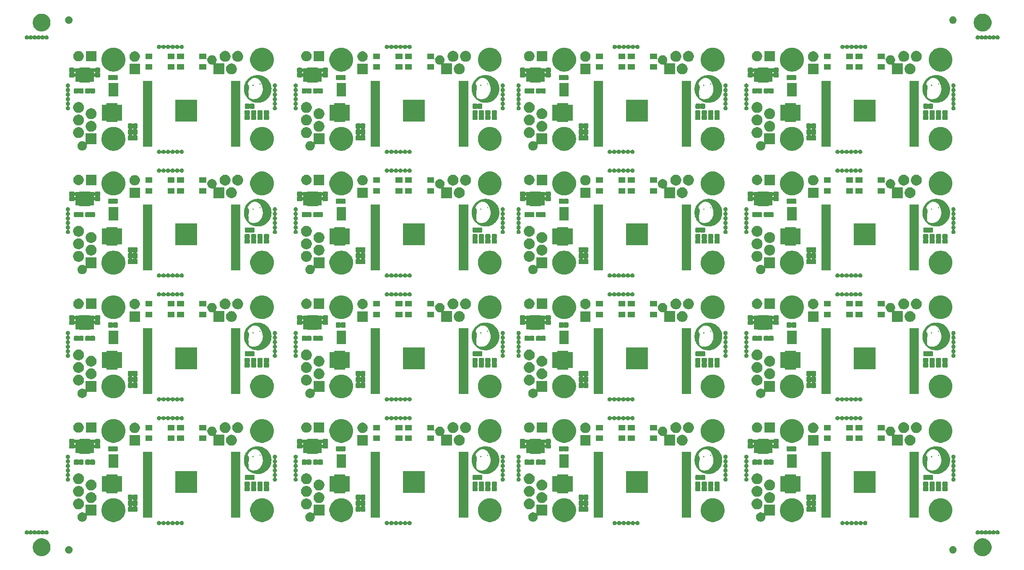
<source format=gbr>
G04 #@! TF.GenerationSoftware,KiCad,Pcbnew,5.1.5-52549c5~84~ubuntu18.04.1*
G04 #@! TF.CreationDate,2020-03-17T11:23:48+01:00*
G04 #@! TF.ProjectId,output.m3_panel,6f757470-7574-42e6-9d33-5f70616e656c,rev?*
G04 #@! TF.SameCoordinates,Original*
G04 #@! TF.FileFunction,Soldermask,Top*
G04 #@! TF.FilePolarity,Negative*
%FSLAX46Y46*%
G04 Gerber Fmt 4.6, Leading zero omitted, Abs format (unit mm)*
G04 Created by KiCad (PCBNEW 5.1.5-52549c5~84~ubuntu18.04.1) date 2020-03-17 11:23:48*
%MOMM*%
%LPD*%
G04 APERTURE LIST*
%ADD10C,0.010000*%
%ADD11C,0.100000*%
G04 APERTURE END LIST*
D10*
G36*
X175480190Y-59119166D02*
G01*
X175431298Y-59117790D01*
X175389810Y-59115597D01*
X175387353Y-59115420D01*
X175220871Y-59098207D01*
X175056745Y-59071205D01*
X174895338Y-59034588D01*
X174737012Y-58988527D01*
X174582131Y-58933196D01*
X174431056Y-58868768D01*
X174284150Y-58795414D01*
X174141777Y-58713309D01*
X174004297Y-58622625D01*
X173872075Y-58523534D01*
X173745473Y-58416210D01*
X173624853Y-58300825D01*
X173580113Y-58254318D01*
X173469213Y-58129022D01*
X173366749Y-57998144D01*
X173272835Y-57861930D01*
X173187587Y-57720627D01*
X173111116Y-57574480D01*
X173043537Y-57423733D01*
X172984964Y-57268634D01*
X172935511Y-57109428D01*
X172895291Y-56946359D01*
X172864417Y-56779675D01*
X172850574Y-56679244D01*
X172847913Y-56651210D01*
X172845545Y-56614666D01*
X172843494Y-56571259D01*
X172841783Y-56522636D01*
X172840433Y-56470445D01*
X172839470Y-56416331D01*
X172838914Y-56361943D01*
X172838791Y-56308926D01*
X172839122Y-56258927D01*
X172839930Y-56213595D01*
X172841239Y-56174574D01*
X172843072Y-56143513D01*
X172843080Y-56143415D01*
X172861176Y-55979086D01*
X172889078Y-55816877D01*
X172926577Y-55657188D01*
X172973464Y-55500419D01*
X173029533Y-55346971D01*
X173094575Y-55197244D01*
X173168381Y-55051638D01*
X173250743Y-54910553D01*
X173341454Y-54774391D01*
X173440306Y-54643551D01*
X173547089Y-54518433D01*
X173661596Y-54399439D01*
X173783619Y-54286968D01*
X173827774Y-54249459D01*
X173959262Y-54146660D01*
X174096045Y-54052454D01*
X174237781Y-53966980D01*
X174384126Y-53890380D01*
X174534738Y-53822794D01*
X174689273Y-53764362D01*
X174847388Y-53715225D01*
X175008740Y-53675524D01*
X175172986Y-53645399D01*
X175339783Y-53624990D01*
X175355381Y-53623594D01*
X175386996Y-53621403D01*
X175426328Y-53619541D01*
X175471264Y-53618033D01*
X175519692Y-53616908D01*
X175569499Y-53616190D01*
X175618572Y-53615907D01*
X175664799Y-53616084D01*
X175706067Y-53616748D01*
X175740263Y-53617925D01*
X175752907Y-53618637D01*
X175922539Y-53634782D01*
X176089223Y-53660516D01*
X176252693Y-53695725D01*
X176412685Y-53740295D01*
X176568934Y-53794112D01*
X176721174Y-53857061D01*
X176869140Y-53929028D01*
X177012568Y-54009899D01*
X177151193Y-54099559D01*
X177284749Y-54197895D01*
X177412971Y-54304793D01*
X177474332Y-54360788D01*
X177592722Y-54478957D01*
X177703122Y-54603253D01*
X177805360Y-54733314D01*
X177899263Y-54868776D01*
X177984658Y-55009278D01*
X178061372Y-55154455D01*
X178129231Y-55303944D01*
X178188064Y-55457383D01*
X178237697Y-55614408D01*
X178277957Y-55774656D01*
X178308671Y-55937764D01*
X178329666Y-56103370D01*
X178335117Y-56167656D01*
X178337366Y-56208581D01*
X178338795Y-56257040D01*
X178339443Y-56311083D01*
X178339347Y-56368759D01*
X178338756Y-56412544D01*
X176655735Y-56412544D01*
X176655514Y-56351957D01*
X176654801Y-56299569D01*
X176653447Y-56253426D01*
X176651305Y-56211575D01*
X176648225Y-56172061D01*
X176644060Y-56132929D01*
X176638662Y-56092226D01*
X176631882Y-56047997D01*
X176624918Y-56006144D01*
X176600280Y-55881057D01*
X176568429Y-55751040D01*
X176529957Y-55617669D01*
X176485455Y-55482518D01*
X176435516Y-55347164D01*
X176380732Y-55213180D01*
X176321694Y-55082141D01*
X176258996Y-54955623D01*
X176193228Y-54835201D01*
X176169463Y-54794564D01*
X176143751Y-54752674D01*
X176119209Y-54715754D01*
X176094143Y-54681661D01*
X176066862Y-54648247D01*
X176035674Y-54613369D01*
X175998887Y-54574880D01*
X175985364Y-54561156D01*
X175917062Y-54494761D01*
X175851569Y-54436485D01*
X175787421Y-54385230D01*
X175723156Y-54339897D01*
X175657309Y-54299388D01*
X175588418Y-54262604D01*
X175585976Y-54261392D01*
X175518736Y-54230193D01*
X175451078Y-54203233D01*
X175381783Y-54180250D01*
X175309629Y-54160983D01*
X175233393Y-54145171D01*
X175151855Y-54132553D01*
X175063794Y-54122869D01*
X174967987Y-54115856D01*
X174887300Y-54112081D01*
X174873133Y-54112759D01*
X174852427Y-54115219D01*
X174828559Y-54119019D01*
X174815255Y-54121529D01*
X174709475Y-54147855D01*
X174605374Y-54184100D01*
X174502861Y-54230304D01*
X174401842Y-54286508D01*
X174322886Y-54338109D01*
X174286653Y-54364381D01*
X174245745Y-54395776D01*
X174201596Y-54431060D01*
X174155637Y-54468998D01*
X174109302Y-54508357D01*
X174064024Y-54547903D01*
X174021236Y-54586401D01*
X173982371Y-54622617D01*
X173948861Y-54655318D01*
X173922244Y-54683155D01*
X173872523Y-54740253D01*
X173823575Y-54800991D01*
X173776259Y-54864052D01*
X173731433Y-54928122D01*
X173689955Y-54991885D01*
X173652685Y-55054024D01*
X173620481Y-55113224D01*
X173594202Y-55168170D01*
X173576054Y-55213664D01*
X173564435Y-55250141D01*
X173557932Y-55279904D01*
X173556310Y-55304878D01*
X173559335Y-55326986D01*
X173561372Y-55334169D01*
X173569702Y-55367641D01*
X173576427Y-55410974D01*
X173581556Y-55464242D01*
X173583044Y-55486344D01*
X173584687Y-55509539D01*
X173586510Y-55528997D01*
X173588274Y-55542470D01*
X173589553Y-55547545D01*
X173595616Y-55551733D01*
X173608140Y-55558008D01*
X173620388Y-55563330D01*
X173656410Y-55581019D01*
X173686551Y-55602713D01*
X173711546Y-55629491D01*
X173732129Y-55662428D01*
X173749034Y-55702603D01*
X173762995Y-55751091D01*
X173769870Y-55782624D01*
X173778492Y-55836840D01*
X173784729Y-55899525D01*
X173788598Y-55969277D01*
X173790113Y-56044693D01*
X173789291Y-56124371D01*
X173786147Y-56206907D01*
X173780697Y-56290900D01*
X173772957Y-56374946D01*
X173762943Y-56457643D01*
X173762210Y-56462967D01*
X173753918Y-56514203D01*
X173742750Y-56568301D01*
X173728302Y-56626943D01*
X173710165Y-56691812D01*
X173694094Y-56744930D01*
X173683600Y-56780228D01*
X173676852Y-56806601D01*
X173673745Y-56824526D01*
X173673971Y-56833830D01*
X173674609Y-56841007D01*
X173675328Y-56857485D01*
X173676111Y-56882402D01*
X173676939Y-56914898D01*
X173677794Y-56954116D01*
X173678658Y-56999193D01*
X173679514Y-57049271D01*
X173680343Y-57103489D01*
X173681127Y-57160988D01*
X173681577Y-57197404D01*
X173682502Y-57271958D01*
X173683423Y-57337388D01*
X173684392Y-57394730D01*
X173685458Y-57445022D01*
X173686673Y-57489299D01*
X173688087Y-57528596D01*
X173689750Y-57563952D01*
X173691715Y-57596402D01*
X173694031Y-57626981D01*
X173696748Y-57656727D01*
X173699919Y-57686676D01*
X173703592Y-57717863D01*
X173707820Y-57751326D01*
X173709186Y-57761829D01*
X173718151Y-57824291D01*
X173728964Y-57889642D01*
X173740938Y-57954052D01*
X173753385Y-58013693D01*
X173758400Y-58035604D01*
X173764407Y-58061084D01*
X173769742Y-58083746D01*
X173773882Y-58101359D01*
X173776301Y-58111689D01*
X173776502Y-58112551D01*
X173782087Y-58122228D01*
X173794831Y-58136684D01*
X173813542Y-58154912D01*
X173837028Y-58175904D01*
X173864096Y-58198654D01*
X173893554Y-58222153D01*
X173924210Y-58245394D01*
X173954872Y-58267370D01*
X173978701Y-58283426D01*
X174071938Y-58338263D01*
X174171235Y-58385159D01*
X174276716Y-58424159D01*
X174388502Y-58455309D01*
X174506716Y-58478651D01*
X174517181Y-58480295D01*
X174561804Y-58485830D01*
X174614055Y-58490091D01*
X174671478Y-58493035D01*
X174731617Y-58494616D01*
X174792014Y-58494788D01*
X174850212Y-58493508D01*
X174903755Y-58490730D01*
X174936281Y-58487960D01*
X175073296Y-58469948D01*
X175204712Y-58444576D01*
X175330227Y-58411961D01*
X175449536Y-58372217D01*
X175562339Y-58325462D01*
X175668331Y-58271810D01*
X175767210Y-58211377D01*
X175858673Y-58144280D01*
X175879294Y-58127359D01*
X175912483Y-58098340D01*
X175944875Y-58067396D01*
X175977966Y-58032954D01*
X176013252Y-57993446D01*
X176052229Y-57947300D01*
X176061084Y-57936544D01*
X176164695Y-57804092D01*
X176258222Y-57671637D01*
X176341743Y-57539027D01*
X176415333Y-57406108D01*
X176479068Y-57272726D01*
X176533024Y-57138726D01*
X176577277Y-57003957D01*
X176611904Y-56868263D01*
X176627262Y-56791004D01*
X176634739Y-56747860D01*
X176640814Y-56709263D01*
X176645626Y-56673372D01*
X176649314Y-56638347D01*
X176652016Y-56602347D01*
X176653871Y-56563533D01*
X176655016Y-56520062D01*
X176655592Y-56470095D01*
X176655735Y-56412544D01*
X178338756Y-56412544D01*
X178338545Y-56428120D01*
X178337075Y-56487213D01*
X178334977Y-56544089D01*
X178332287Y-56596797D01*
X178329045Y-56643387D01*
X178325287Y-56681909D01*
X178325019Y-56684144D01*
X178299545Y-56853676D01*
X178264873Y-57018898D01*
X178220972Y-57179886D01*
X178167809Y-57336712D01*
X178105352Y-57489450D01*
X178033571Y-57638174D01*
X177952432Y-57782958D01*
X177861904Y-57923876D01*
X177761955Y-58061002D01*
X177694444Y-58145106D01*
X177669347Y-58174090D01*
X177638141Y-58208260D01*
X177602347Y-58246096D01*
X177563485Y-58286077D01*
X177523078Y-58326681D01*
X177482646Y-58366386D01*
X177443711Y-58403673D01*
X177407793Y-58437019D01*
X177376415Y-58464904D01*
X177364803Y-58474747D01*
X177248475Y-58567061D01*
X177131466Y-58650749D01*
X177011615Y-58727238D01*
X176886765Y-58797954D01*
X176833661Y-58825594D01*
X176688400Y-58894307D01*
X176541148Y-58953748D01*
X176391056Y-59004174D01*
X176237277Y-59045840D01*
X176078961Y-59079001D01*
X175915259Y-59103913D01*
X175903841Y-59105322D01*
X175865927Y-59109113D01*
X175819814Y-59112391D01*
X175767453Y-59115119D01*
X175710795Y-59117258D01*
X175651789Y-59118770D01*
X175592386Y-59119618D01*
X175534536Y-59119762D01*
X175480190Y-59119166D01*
G37*
X175480190Y-59119166D02*
X175431298Y-59117790D01*
X175389810Y-59115597D01*
X175387353Y-59115420D01*
X175220871Y-59098207D01*
X175056745Y-59071205D01*
X174895338Y-59034588D01*
X174737012Y-58988527D01*
X174582131Y-58933196D01*
X174431056Y-58868768D01*
X174284150Y-58795414D01*
X174141777Y-58713309D01*
X174004297Y-58622625D01*
X173872075Y-58523534D01*
X173745473Y-58416210D01*
X173624853Y-58300825D01*
X173580113Y-58254318D01*
X173469213Y-58129022D01*
X173366749Y-57998144D01*
X173272835Y-57861930D01*
X173187587Y-57720627D01*
X173111116Y-57574480D01*
X173043537Y-57423733D01*
X172984964Y-57268634D01*
X172935511Y-57109428D01*
X172895291Y-56946359D01*
X172864417Y-56779675D01*
X172850574Y-56679244D01*
X172847913Y-56651210D01*
X172845545Y-56614666D01*
X172843494Y-56571259D01*
X172841783Y-56522636D01*
X172840433Y-56470445D01*
X172839470Y-56416331D01*
X172838914Y-56361943D01*
X172838791Y-56308926D01*
X172839122Y-56258927D01*
X172839930Y-56213595D01*
X172841239Y-56174574D01*
X172843072Y-56143513D01*
X172843080Y-56143415D01*
X172861176Y-55979086D01*
X172889078Y-55816877D01*
X172926577Y-55657188D01*
X172973464Y-55500419D01*
X173029533Y-55346971D01*
X173094575Y-55197244D01*
X173168381Y-55051638D01*
X173250743Y-54910553D01*
X173341454Y-54774391D01*
X173440306Y-54643551D01*
X173547089Y-54518433D01*
X173661596Y-54399439D01*
X173783619Y-54286968D01*
X173827774Y-54249459D01*
X173959262Y-54146660D01*
X174096045Y-54052454D01*
X174237781Y-53966980D01*
X174384126Y-53890380D01*
X174534738Y-53822794D01*
X174689273Y-53764362D01*
X174847388Y-53715225D01*
X175008740Y-53675524D01*
X175172986Y-53645399D01*
X175339783Y-53624990D01*
X175355381Y-53623594D01*
X175386996Y-53621403D01*
X175426328Y-53619541D01*
X175471264Y-53618033D01*
X175519692Y-53616908D01*
X175569499Y-53616190D01*
X175618572Y-53615907D01*
X175664799Y-53616084D01*
X175706067Y-53616748D01*
X175740263Y-53617925D01*
X175752907Y-53618637D01*
X175922539Y-53634782D01*
X176089223Y-53660516D01*
X176252693Y-53695725D01*
X176412685Y-53740295D01*
X176568934Y-53794112D01*
X176721174Y-53857061D01*
X176869140Y-53929028D01*
X177012568Y-54009899D01*
X177151193Y-54099559D01*
X177284749Y-54197895D01*
X177412971Y-54304793D01*
X177474332Y-54360788D01*
X177592722Y-54478957D01*
X177703122Y-54603253D01*
X177805360Y-54733314D01*
X177899263Y-54868776D01*
X177984658Y-55009278D01*
X178061372Y-55154455D01*
X178129231Y-55303944D01*
X178188064Y-55457383D01*
X178237697Y-55614408D01*
X178277957Y-55774656D01*
X178308671Y-55937764D01*
X178329666Y-56103370D01*
X178335117Y-56167656D01*
X178337366Y-56208581D01*
X178338795Y-56257040D01*
X178339443Y-56311083D01*
X178339347Y-56368759D01*
X178338756Y-56412544D01*
X176655735Y-56412544D01*
X176655514Y-56351957D01*
X176654801Y-56299569D01*
X176653447Y-56253426D01*
X176651305Y-56211575D01*
X176648225Y-56172061D01*
X176644060Y-56132929D01*
X176638662Y-56092226D01*
X176631882Y-56047997D01*
X176624918Y-56006144D01*
X176600280Y-55881057D01*
X176568429Y-55751040D01*
X176529957Y-55617669D01*
X176485455Y-55482518D01*
X176435516Y-55347164D01*
X176380732Y-55213180D01*
X176321694Y-55082141D01*
X176258996Y-54955623D01*
X176193228Y-54835201D01*
X176169463Y-54794564D01*
X176143751Y-54752674D01*
X176119209Y-54715754D01*
X176094143Y-54681661D01*
X176066862Y-54648247D01*
X176035674Y-54613369D01*
X175998887Y-54574880D01*
X175985364Y-54561156D01*
X175917062Y-54494761D01*
X175851569Y-54436485D01*
X175787421Y-54385230D01*
X175723156Y-54339897D01*
X175657309Y-54299388D01*
X175588418Y-54262604D01*
X175585976Y-54261392D01*
X175518736Y-54230193D01*
X175451078Y-54203233D01*
X175381783Y-54180250D01*
X175309629Y-54160983D01*
X175233393Y-54145171D01*
X175151855Y-54132553D01*
X175063794Y-54122869D01*
X174967987Y-54115856D01*
X174887300Y-54112081D01*
X174873133Y-54112759D01*
X174852427Y-54115219D01*
X174828559Y-54119019D01*
X174815255Y-54121529D01*
X174709475Y-54147855D01*
X174605374Y-54184100D01*
X174502861Y-54230304D01*
X174401842Y-54286508D01*
X174322886Y-54338109D01*
X174286653Y-54364381D01*
X174245745Y-54395776D01*
X174201596Y-54431060D01*
X174155637Y-54468998D01*
X174109302Y-54508357D01*
X174064024Y-54547903D01*
X174021236Y-54586401D01*
X173982371Y-54622617D01*
X173948861Y-54655318D01*
X173922244Y-54683155D01*
X173872523Y-54740253D01*
X173823575Y-54800991D01*
X173776259Y-54864052D01*
X173731433Y-54928122D01*
X173689955Y-54991885D01*
X173652685Y-55054024D01*
X173620481Y-55113224D01*
X173594202Y-55168170D01*
X173576054Y-55213664D01*
X173564435Y-55250141D01*
X173557932Y-55279904D01*
X173556310Y-55304878D01*
X173559335Y-55326986D01*
X173561372Y-55334169D01*
X173569702Y-55367641D01*
X173576427Y-55410974D01*
X173581556Y-55464242D01*
X173583044Y-55486344D01*
X173584687Y-55509539D01*
X173586510Y-55528997D01*
X173588274Y-55542470D01*
X173589553Y-55547545D01*
X173595616Y-55551733D01*
X173608140Y-55558008D01*
X173620388Y-55563330D01*
X173656410Y-55581019D01*
X173686551Y-55602713D01*
X173711546Y-55629491D01*
X173732129Y-55662428D01*
X173749034Y-55702603D01*
X173762995Y-55751091D01*
X173769870Y-55782624D01*
X173778492Y-55836840D01*
X173784729Y-55899525D01*
X173788598Y-55969277D01*
X173790113Y-56044693D01*
X173789291Y-56124371D01*
X173786147Y-56206907D01*
X173780697Y-56290900D01*
X173772957Y-56374946D01*
X173762943Y-56457643D01*
X173762210Y-56462967D01*
X173753918Y-56514203D01*
X173742750Y-56568301D01*
X173728302Y-56626943D01*
X173710165Y-56691812D01*
X173694094Y-56744930D01*
X173683600Y-56780228D01*
X173676852Y-56806601D01*
X173673745Y-56824526D01*
X173673971Y-56833830D01*
X173674609Y-56841007D01*
X173675328Y-56857485D01*
X173676111Y-56882402D01*
X173676939Y-56914898D01*
X173677794Y-56954116D01*
X173678658Y-56999193D01*
X173679514Y-57049271D01*
X173680343Y-57103489D01*
X173681127Y-57160988D01*
X173681577Y-57197404D01*
X173682502Y-57271958D01*
X173683423Y-57337388D01*
X173684392Y-57394730D01*
X173685458Y-57445022D01*
X173686673Y-57489299D01*
X173688087Y-57528596D01*
X173689750Y-57563952D01*
X173691715Y-57596402D01*
X173694031Y-57626981D01*
X173696748Y-57656727D01*
X173699919Y-57686676D01*
X173703592Y-57717863D01*
X173707820Y-57751326D01*
X173709186Y-57761829D01*
X173718151Y-57824291D01*
X173728964Y-57889642D01*
X173740938Y-57954052D01*
X173753385Y-58013693D01*
X173758400Y-58035604D01*
X173764407Y-58061084D01*
X173769742Y-58083746D01*
X173773882Y-58101359D01*
X173776301Y-58111689D01*
X173776502Y-58112551D01*
X173782087Y-58122228D01*
X173794831Y-58136684D01*
X173813542Y-58154912D01*
X173837028Y-58175904D01*
X173864096Y-58198654D01*
X173893554Y-58222153D01*
X173924210Y-58245394D01*
X173954872Y-58267370D01*
X173978701Y-58283426D01*
X174071938Y-58338263D01*
X174171235Y-58385159D01*
X174276716Y-58424159D01*
X174388502Y-58455309D01*
X174506716Y-58478651D01*
X174517181Y-58480295D01*
X174561804Y-58485830D01*
X174614055Y-58490091D01*
X174671478Y-58493035D01*
X174731617Y-58494616D01*
X174792014Y-58494788D01*
X174850212Y-58493508D01*
X174903755Y-58490730D01*
X174936281Y-58487960D01*
X175073296Y-58469948D01*
X175204712Y-58444576D01*
X175330227Y-58411961D01*
X175449536Y-58372217D01*
X175562339Y-58325462D01*
X175668331Y-58271810D01*
X175767210Y-58211377D01*
X175858673Y-58144280D01*
X175879294Y-58127359D01*
X175912483Y-58098340D01*
X175944875Y-58067396D01*
X175977966Y-58032954D01*
X176013252Y-57993446D01*
X176052229Y-57947300D01*
X176061084Y-57936544D01*
X176164695Y-57804092D01*
X176258222Y-57671637D01*
X176341743Y-57539027D01*
X176415333Y-57406108D01*
X176479068Y-57272726D01*
X176533024Y-57138726D01*
X176577277Y-57003957D01*
X176611904Y-56868263D01*
X176627262Y-56791004D01*
X176634739Y-56747860D01*
X176640814Y-56709263D01*
X176645626Y-56673372D01*
X176649314Y-56638347D01*
X176652016Y-56602347D01*
X176653871Y-56563533D01*
X176655016Y-56520062D01*
X176655592Y-56470095D01*
X176655735Y-56412544D01*
X178338756Y-56412544D01*
X178338545Y-56428120D01*
X178337075Y-56487213D01*
X178334977Y-56544089D01*
X178332287Y-56596797D01*
X178329045Y-56643387D01*
X178325287Y-56681909D01*
X178325019Y-56684144D01*
X178299545Y-56853676D01*
X178264873Y-57018898D01*
X178220972Y-57179886D01*
X178167809Y-57336712D01*
X178105352Y-57489450D01*
X178033571Y-57638174D01*
X177952432Y-57782958D01*
X177861904Y-57923876D01*
X177761955Y-58061002D01*
X177694444Y-58145106D01*
X177669347Y-58174090D01*
X177638141Y-58208260D01*
X177602347Y-58246096D01*
X177563485Y-58286077D01*
X177523078Y-58326681D01*
X177482646Y-58366386D01*
X177443711Y-58403673D01*
X177407793Y-58437019D01*
X177376415Y-58464904D01*
X177364803Y-58474747D01*
X177248475Y-58567061D01*
X177131466Y-58650749D01*
X177011615Y-58727238D01*
X176886765Y-58797954D01*
X176833661Y-58825594D01*
X176688400Y-58894307D01*
X176541148Y-58953748D01*
X176391056Y-59004174D01*
X176237277Y-59045840D01*
X176078961Y-59079001D01*
X175915259Y-59103913D01*
X175903841Y-59105322D01*
X175865927Y-59109113D01*
X175819814Y-59112391D01*
X175767453Y-59115119D01*
X175710795Y-59117258D01*
X175651789Y-59118770D01*
X175592386Y-59119618D01*
X175534536Y-59119762D01*
X175480190Y-59119166D01*
G36*
X176067135Y-55436898D02*
G01*
X176052047Y-55425491D01*
X176049812Y-55423214D01*
X176033604Y-55402748D01*
X176020298Y-55379636D01*
X176010206Y-55355476D01*
X176003640Y-55331864D01*
X176000910Y-55310398D01*
X176002327Y-55292674D01*
X176008204Y-55280289D01*
X176018851Y-55274841D01*
X176020861Y-55274721D01*
X176028282Y-55277134D01*
X176039783Y-55283122D01*
X176041504Y-55284153D01*
X176058502Y-55298916D01*
X176074234Y-55320423D01*
X176087684Y-55346141D01*
X176097837Y-55373535D01*
X176103680Y-55400070D01*
X176104196Y-55423211D01*
X176101598Y-55434229D01*
X176094179Y-55441750D01*
X176081935Y-55442479D01*
X176067135Y-55436898D01*
G37*
X176067135Y-55436898D02*
X176052047Y-55425491D01*
X176049812Y-55423214D01*
X176033604Y-55402748D01*
X176020298Y-55379636D01*
X176010206Y-55355476D01*
X176003640Y-55331864D01*
X176000910Y-55310398D01*
X176002327Y-55292674D01*
X176008204Y-55280289D01*
X176018851Y-55274841D01*
X176020861Y-55274721D01*
X176028282Y-55277134D01*
X176039783Y-55283122D01*
X176041504Y-55284153D01*
X176058502Y-55298916D01*
X176074234Y-55320423D01*
X176087684Y-55346141D01*
X176097837Y-55373535D01*
X176103680Y-55400070D01*
X176104196Y-55423211D01*
X176101598Y-55434229D01*
X176094179Y-55441750D01*
X176081935Y-55442479D01*
X176067135Y-55436898D01*
G36*
X174627934Y-55715722D02*
G01*
X174614857Y-55712331D01*
X174603553Y-55705202D01*
X174601209Y-55703279D01*
X174581909Y-55681442D01*
X174571982Y-55656965D01*
X174571675Y-55631056D01*
X174581160Y-55605059D01*
X174595589Y-55585965D01*
X174614064Y-55574499D01*
X174638577Y-55569614D01*
X174649373Y-55569264D01*
X174666772Y-55569877D01*
X174678446Y-55572890D01*
X174688807Y-55580066D01*
X174697698Y-55588565D01*
X174714323Y-55611455D01*
X174721665Y-55636390D01*
X174719769Y-55661618D01*
X174708682Y-55685388D01*
X174694742Y-55700873D01*
X174682888Y-55710070D01*
X174671571Y-55714791D01*
X174656471Y-55716455D01*
X174646934Y-55716584D01*
X174627934Y-55715722D01*
G37*
X174627934Y-55715722D02*
X174614857Y-55712331D01*
X174603553Y-55705202D01*
X174601209Y-55703279D01*
X174581909Y-55681442D01*
X174571982Y-55656965D01*
X174571675Y-55631056D01*
X174581160Y-55605059D01*
X174595589Y-55585965D01*
X174614064Y-55574499D01*
X174638577Y-55569614D01*
X174649373Y-55569264D01*
X174666772Y-55569877D01*
X174678446Y-55572890D01*
X174688807Y-55580066D01*
X174697698Y-55588565D01*
X174714323Y-55611455D01*
X174721665Y-55636390D01*
X174719769Y-55661618D01*
X174708682Y-55685388D01*
X174694742Y-55700873D01*
X174682888Y-55710070D01*
X174671571Y-55714791D01*
X174656471Y-55716455D01*
X174646934Y-55716584D01*
X174627934Y-55715722D01*
G36*
X220627934Y-80715722D02*
G01*
X220614857Y-80712331D01*
X220603553Y-80705202D01*
X220601209Y-80703279D01*
X220581909Y-80681442D01*
X220571982Y-80656965D01*
X220571675Y-80631056D01*
X220581160Y-80605059D01*
X220595589Y-80585965D01*
X220614064Y-80574499D01*
X220638577Y-80569614D01*
X220649373Y-80569264D01*
X220666772Y-80569877D01*
X220678446Y-80572890D01*
X220688807Y-80580066D01*
X220697698Y-80588565D01*
X220714323Y-80611455D01*
X220721665Y-80636390D01*
X220719769Y-80661618D01*
X220708682Y-80685388D01*
X220694742Y-80700873D01*
X220682888Y-80710070D01*
X220671571Y-80714791D01*
X220656471Y-80716455D01*
X220646934Y-80716584D01*
X220627934Y-80715722D01*
G37*
X220627934Y-80715722D02*
X220614857Y-80712331D01*
X220603553Y-80705202D01*
X220601209Y-80703279D01*
X220581909Y-80681442D01*
X220571982Y-80656965D01*
X220571675Y-80631056D01*
X220581160Y-80605059D01*
X220595589Y-80585965D01*
X220614064Y-80574499D01*
X220638577Y-80569614D01*
X220649373Y-80569264D01*
X220666772Y-80569877D01*
X220678446Y-80572890D01*
X220688807Y-80580066D01*
X220697698Y-80588565D01*
X220714323Y-80611455D01*
X220721665Y-80636390D01*
X220719769Y-80661618D01*
X220708682Y-80685388D01*
X220694742Y-80700873D01*
X220682888Y-80710070D01*
X220671571Y-80714791D01*
X220656471Y-80716455D01*
X220646934Y-80716584D01*
X220627934Y-80715722D01*
G36*
X222067135Y-80436898D02*
G01*
X222052047Y-80425491D01*
X222049812Y-80423214D01*
X222033604Y-80402748D01*
X222020298Y-80379636D01*
X222010206Y-80355476D01*
X222003640Y-80331864D01*
X222000910Y-80310398D01*
X222002327Y-80292674D01*
X222008204Y-80280289D01*
X222018851Y-80274841D01*
X222020861Y-80274721D01*
X222028282Y-80277134D01*
X222039783Y-80283122D01*
X222041504Y-80284153D01*
X222058502Y-80298916D01*
X222074234Y-80320423D01*
X222087684Y-80346141D01*
X222097837Y-80373535D01*
X222103680Y-80400070D01*
X222104196Y-80423211D01*
X222101598Y-80434229D01*
X222094179Y-80441750D01*
X222081935Y-80442479D01*
X222067135Y-80436898D01*
G37*
X222067135Y-80436898D02*
X222052047Y-80425491D01*
X222049812Y-80423214D01*
X222033604Y-80402748D01*
X222020298Y-80379636D01*
X222010206Y-80355476D01*
X222003640Y-80331864D01*
X222000910Y-80310398D01*
X222002327Y-80292674D01*
X222008204Y-80280289D01*
X222018851Y-80274841D01*
X222020861Y-80274721D01*
X222028282Y-80277134D01*
X222039783Y-80283122D01*
X222041504Y-80284153D01*
X222058502Y-80298916D01*
X222074234Y-80320423D01*
X222087684Y-80346141D01*
X222097837Y-80373535D01*
X222103680Y-80400070D01*
X222104196Y-80423211D01*
X222101598Y-80434229D01*
X222094179Y-80441750D01*
X222081935Y-80442479D01*
X222067135Y-80436898D01*
G36*
X221480190Y-84119166D02*
G01*
X221431298Y-84117790D01*
X221389810Y-84115597D01*
X221387353Y-84115420D01*
X221220871Y-84098207D01*
X221056745Y-84071205D01*
X220895338Y-84034588D01*
X220737012Y-83988527D01*
X220582131Y-83933196D01*
X220431056Y-83868768D01*
X220284150Y-83795414D01*
X220141777Y-83713309D01*
X220004297Y-83622625D01*
X219872075Y-83523534D01*
X219745473Y-83416210D01*
X219624853Y-83300825D01*
X219580113Y-83254318D01*
X219469213Y-83129022D01*
X219366749Y-82998144D01*
X219272835Y-82861930D01*
X219187587Y-82720627D01*
X219111116Y-82574480D01*
X219043537Y-82423733D01*
X218984964Y-82268634D01*
X218935511Y-82109428D01*
X218895291Y-81946359D01*
X218864417Y-81779675D01*
X218850574Y-81679244D01*
X218847913Y-81651210D01*
X218845545Y-81614666D01*
X218843494Y-81571259D01*
X218841783Y-81522636D01*
X218840433Y-81470445D01*
X218839470Y-81416331D01*
X218838914Y-81361943D01*
X218838791Y-81308926D01*
X218839122Y-81258927D01*
X218839930Y-81213595D01*
X218841239Y-81174574D01*
X218843072Y-81143513D01*
X218843080Y-81143415D01*
X218861176Y-80979086D01*
X218889078Y-80816877D01*
X218926577Y-80657188D01*
X218973464Y-80500419D01*
X219029533Y-80346971D01*
X219094575Y-80197244D01*
X219168381Y-80051638D01*
X219250743Y-79910553D01*
X219341454Y-79774391D01*
X219440306Y-79643551D01*
X219547089Y-79518433D01*
X219661596Y-79399439D01*
X219783619Y-79286968D01*
X219827774Y-79249459D01*
X219959262Y-79146660D01*
X220096045Y-79052454D01*
X220237781Y-78966980D01*
X220384126Y-78890380D01*
X220534738Y-78822794D01*
X220689273Y-78764362D01*
X220847388Y-78715225D01*
X221008740Y-78675524D01*
X221172986Y-78645399D01*
X221339783Y-78624990D01*
X221355381Y-78623594D01*
X221386996Y-78621403D01*
X221426328Y-78619541D01*
X221471264Y-78618033D01*
X221519692Y-78616908D01*
X221569499Y-78616190D01*
X221618572Y-78615907D01*
X221664799Y-78616084D01*
X221706067Y-78616748D01*
X221740263Y-78617925D01*
X221752907Y-78618637D01*
X221922539Y-78634782D01*
X222089223Y-78660516D01*
X222252693Y-78695725D01*
X222412685Y-78740295D01*
X222568934Y-78794112D01*
X222721174Y-78857061D01*
X222869140Y-78929028D01*
X223012568Y-79009899D01*
X223151193Y-79099559D01*
X223284749Y-79197895D01*
X223412971Y-79304793D01*
X223474332Y-79360788D01*
X223592722Y-79478957D01*
X223703122Y-79603253D01*
X223805360Y-79733314D01*
X223899263Y-79868776D01*
X223984658Y-80009278D01*
X224061372Y-80154455D01*
X224129231Y-80303944D01*
X224188064Y-80457383D01*
X224237697Y-80614408D01*
X224277957Y-80774656D01*
X224308671Y-80937764D01*
X224329666Y-81103370D01*
X224335117Y-81167656D01*
X224337366Y-81208581D01*
X224338795Y-81257040D01*
X224339443Y-81311083D01*
X224339347Y-81368759D01*
X224338756Y-81412544D01*
X222655735Y-81412544D01*
X222655514Y-81351957D01*
X222654801Y-81299569D01*
X222653447Y-81253426D01*
X222651305Y-81211575D01*
X222648225Y-81172061D01*
X222644060Y-81132929D01*
X222638662Y-81092226D01*
X222631882Y-81047997D01*
X222624918Y-81006144D01*
X222600280Y-80881057D01*
X222568429Y-80751040D01*
X222529957Y-80617669D01*
X222485455Y-80482518D01*
X222435516Y-80347164D01*
X222380732Y-80213180D01*
X222321694Y-80082141D01*
X222258996Y-79955623D01*
X222193228Y-79835201D01*
X222169463Y-79794564D01*
X222143751Y-79752674D01*
X222119209Y-79715754D01*
X222094143Y-79681661D01*
X222066862Y-79648247D01*
X222035674Y-79613369D01*
X221998887Y-79574880D01*
X221985364Y-79561156D01*
X221917062Y-79494761D01*
X221851569Y-79436485D01*
X221787421Y-79385230D01*
X221723156Y-79339897D01*
X221657309Y-79299388D01*
X221588418Y-79262604D01*
X221585976Y-79261392D01*
X221518736Y-79230193D01*
X221451078Y-79203233D01*
X221381783Y-79180250D01*
X221309629Y-79160983D01*
X221233393Y-79145171D01*
X221151855Y-79132553D01*
X221063794Y-79122869D01*
X220967987Y-79115856D01*
X220887300Y-79112081D01*
X220873133Y-79112759D01*
X220852427Y-79115219D01*
X220828559Y-79119019D01*
X220815255Y-79121529D01*
X220709475Y-79147855D01*
X220605374Y-79184100D01*
X220502861Y-79230304D01*
X220401842Y-79286508D01*
X220322886Y-79338109D01*
X220286653Y-79364381D01*
X220245745Y-79395776D01*
X220201596Y-79431060D01*
X220155637Y-79468998D01*
X220109302Y-79508357D01*
X220064024Y-79547903D01*
X220021236Y-79586401D01*
X219982371Y-79622617D01*
X219948861Y-79655318D01*
X219922244Y-79683155D01*
X219872523Y-79740253D01*
X219823575Y-79800991D01*
X219776259Y-79864052D01*
X219731433Y-79928122D01*
X219689955Y-79991885D01*
X219652685Y-80054024D01*
X219620481Y-80113224D01*
X219594202Y-80168170D01*
X219576054Y-80213664D01*
X219564435Y-80250141D01*
X219557932Y-80279904D01*
X219556310Y-80304878D01*
X219559335Y-80326986D01*
X219561372Y-80334169D01*
X219569702Y-80367641D01*
X219576427Y-80410974D01*
X219581556Y-80464242D01*
X219583044Y-80486344D01*
X219584687Y-80509539D01*
X219586510Y-80528997D01*
X219588274Y-80542470D01*
X219589553Y-80547545D01*
X219595616Y-80551733D01*
X219608140Y-80558008D01*
X219620388Y-80563330D01*
X219656410Y-80581019D01*
X219686551Y-80602713D01*
X219711546Y-80629491D01*
X219732129Y-80662428D01*
X219749034Y-80702603D01*
X219762995Y-80751091D01*
X219769870Y-80782624D01*
X219778492Y-80836840D01*
X219784729Y-80899525D01*
X219788598Y-80969277D01*
X219790113Y-81044693D01*
X219789291Y-81124371D01*
X219786147Y-81206907D01*
X219780697Y-81290900D01*
X219772957Y-81374946D01*
X219762943Y-81457643D01*
X219762210Y-81462967D01*
X219753918Y-81514203D01*
X219742750Y-81568301D01*
X219728302Y-81626943D01*
X219710165Y-81691812D01*
X219694094Y-81744930D01*
X219683600Y-81780228D01*
X219676852Y-81806601D01*
X219673745Y-81824526D01*
X219673971Y-81833830D01*
X219674609Y-81841007D01*
X219675328Y-81857485D01*
X219676111Y-81882402D01*
X219676939Y-81914898D01*
X219677794Y-81954116D01*
X219678658Y-81999193D01*
X219679514Y-82049271D01*
X219680343Y-82103489D01*
X219681127Y-82160988D01*
X219681577Y-82197404D01*
X219682502Y-82271958D01*
X219683423Y-82337388D01*
X219684392Y-82394730D01*
X219685458Y-82445022D01*
X219686673Y-82489299D01*
X219688087Y-82528596D01*
X219689750Y-82563952D01*
X219691715Y-82596402D01*
X219694031Y-82626981D01*
X219696748Y-82656727D01*
X219699919Y-82686676D01*
X219703592Y-82717863D01*
X219707820Y-82751326D01*
X219709186Y-82761829D01*
X219718151Y-82824291D01*
X219728964Y-82889642D01*
X219740938Y-82954052D01*
X219753385Y-83013693D01*
X219758400Y-83035604D01*
X219764407Y-83061084D01*
X219769742Y-83083746D01*
X219773882Y-83101359D01*
X219776301Y-83111689D01*
X219776502Y-83112551D01*
X219782087Y-83122228D01*
X219794831Y-83136684D01*
X219813542Y-83154912D01*
X219837028Y-83175904D01*
X219864096Y-83198654D01*
X219893554Y-83222153D01*
X219924210Y-83245394D01*
X219954872Y-83267370D01*
X219978701Y-83283426D01*
X220071938Y-83338263D01*
X220171235Y-83385159D01*
X220276716Y-83424159D01*
X220388502Y-83455309D01*
X220506716Y-83478651D01*
X220517181Y-83480295D01*
X220561804Y-83485830D01*
X220614055Y-83490091D01*
X220671478Y-83493035D01*
X220731617Y-83494616D01*
X220792014Y-83494788D01*
X220850212Y-83493508D01*
X220903755Y-83490730D01*
X220936281Y-83487960D01*
X221073296Y-83469948D01*
X221204712Y-83444576D01*
X221330227Y-83411961D01*
X221449536Y-83372217D01*
X221562339Y-83325462D01*
X221668331Y-83271810D01*
X221767210Y-83211377D01*
X221858673Y-83144280D01*
X221879294Y-83127359D01*
X221912483Y-83098340D01*
X221944875Y-83067396D01*
X221977966Y-83032954D01*
X222013252Y-82993446D01*
X222052229Y-82947300D01*
X222061084Y-82936544D01*
X222164695Y-82804092D01*
X222258222Y-82671637D01*
X222341743Y-82539027D01*
X222415333Y-82406108D01*
X222479068Y-82272726D01*
X222533024Y-82138726D01*
X222577277Y-82003957D01*
X222611904Y-81868263D01*
X222627262Y-81791004D01*
X222634739Y-81747860D01*
X222640814Y-81709263D01*
X222645626Y-81673372D01*
X222649314Y-81638347D01*
X222652016Y-81602347D01*
X222653871Y-81563533D01*
X222655016Y-81520062D01*
X222655592Y-81470095D01*
X222655735Y-81412544D01*
X224338756Y-81412544D01*
X224338545Y-81428120D01*
X224337075Y-81487213D01*
X224334977Y-81544089D01*
X224332287Y-81596797D01*
X224329045Y-81643387D01*
X224325287Y-81681909D01*
X224325019Y-81684144D01*
X224299545Y-81853676D01*
X224264873Y-82018898D01*
X224220972Y-82179886D01*
X224167809Y-82336712D01*
X224105352Y-82489450D01*
X224033571Y-82638174D01*
X223952432Y-82782958D01*
X223861904Y-82923876D01*
X223761955Y-83061002D01*
X223694444Y-83145106D01*
X223669347Y-83174090D01*
X223638141Y-83208260D01*
X223602347Y-83246096D01*
X223563485Y-83286077D01*
X223523078Y-83326681D01*
X223482646Y-83366386D01*
X223443711Y-83403673D01*
X223407793Y-83437019D01*
X223376415Y-83464904D01*
X223364803Y-83474747D01*
X223248475Y-83567061D01*
X223131466Y-83650749D01*
X223011615Y-83727238D01*
X222886765Y-83797954D01*
X222833661Y-83825594D01*
X222688400Y-83894307D01*
X222541148Y-83953748D01*
X222391056Y-84004174D01*
X222237277Y-84045840D01*
X222078961Y-84079001D01*
X221915259Y-84103913D01*
X221903841Y-84105322D01*
X221865927Y-84109113D01*
X221819814Y-84112391D01*
X221767453Y-84115119D01*
X221710795Y-84117258D01*
X221651789Y-84118770D01*
X221592386Y-84119618D01*
X221534536Y-84119762D01*
X221480190Y-84119166D01*
G37*
X221480190Y-84119166D02*
X221431298Y-84117790D01*
X221389810Y-84115597D01*
X221387353Y-84115420D01*
X221220871Y-84098207D01*
X221056745Y-84071205D01*
X220895338Y-84034588D01*
X220737012Y-83988527D01*
X220582131Y-83933196D01*
X220431056Y-83868768D01*
X220284150Y-83795414D01*
X220141777Y-83713309D01*
X220004297Y-83622625D01*
X219872075Y-83523534D01*
X219745473Y-83416210D01*
X219624853Y-83300825D01*
X219580113Y-83254318D01*
X219469213Y-83129022D01*
X219366749Y-82998144D01*
X219272835Y-82861930D01*
X219187587Y-82720627D01*
X219111116Y-82574480D01*
X219043537Y-82423733D01*
X218984964Y-82268634D01*
X218935511Y-82109428D01*
X218895291Y-81946359D01*
X218864417Y-81779675D01*
X218850574Y-81679244D01*
X218847913Y-81651210D01*
X218845545Y-81614666D01*
X218843494Y-81571259D01*
X218841783Y-81522636D01*
X218840433Y-81470445D01*
X218839470Y-81416331D01*
X218838914Y-81361943D01*
X218838791Y-81308926D01*
X218839122Y-81258927D01*
X218839930Y-81213595D01*
X218841239Y-81174574D01*
X218843072Y-81143513D01*
X218843080Y-81143415D01*
X218861176Y-80979086D01*
X218889078Y-80816877D01*
X218926577Y-80657188D01*
X218973464Y-80500419D01*
X219029533Y-80346971D01*
X219094575Y-80197244D01*
X219168381Y-80051638D01*
X219250743Y-79910553D01*
X219341454Y-79774391D01*
X219440306Y-79643551D01*
X219547089Y-79518433D01*
X219661596Y-79399439D01*
X219783619Y-79286968D01*
X219827774Y-79249459D01*
X219959262Y-79146660D01*
X220096045Y-79052454D01*
X220237781Y-78966980D01*
X220384126Y-78890380D01*
X220534738Y-78822794D01*
X220689273Y-78764362D01*
X220847388Y-78715225D01*
X221008740Y-78675524D01*
X221172986Y-78645399D01*
X221339783Y-78624990D01*
X221355381Y-78623594D01*
X221386996Y-78621403D01*
X221426328Y-78619541D01*
X221471264Y-78618033D01*
X221519692Y-78616908D01*
X221569499Y-78616190D01*
X221618572Y-78615907D01*
X221664799Y-78616084D01*
X221706067Y-78616748D01*
X221740263Y-78617925D01*
X221752907Y-78618637D01*
X221922539Y-78634782D01*
X222089223Y-78660516D01*
X222252693Y-78695725D01*
X222412685Y-78740295D01*
X222568934Y-78794112D01*
X222721174Y-78857061D01*
X222869140Y-78929028D01*
X223012568Y-79009899D01*
X223151193Y-79099559D01*
X223284749Y-79197895D01*
X223412971Y-79304793D01*
X223474332Y-79360788D01*
X223592722Y-79478957D01*
X223703122Y-79603253D01*
X223805360Y-79733314D01*
X223899263Y-79868776D01*
X223984658Y-80009278D01*
X224061372Y-80154455D01*
X224129231Y-80303944D01*
X224188064Y-80457383D01*
X224237697Y-80614408D01*
X224277957Y-80774656D01*
X224308671Y-80937764D01*
X224329666Y-81103370D01*
X224335117Y-81167656D01*
X224337366Y-81208581D01*
X224338795Y-81257040D01*
X224339443Y-81311083D01*
X224339347Y-81368759D01*
X224338756Y-81412544D01*
X222655735Y-81412544D01*
X222655514Y-81351957D01*
X222654801Y-81299569D01*
X222653447Y-81253426D01*
X222651305Y-81211575D01*
X222648225Y-81172061D01*
X222644060Y-81132929D01*
X222638662Y-81092226D01*
X222631882Y-81047997D01*
X222624918Y-81006144D01*
X222600280Y-80881057D01*
X222568429Y-80751040D01*
X222529957Y-80617669D01*
X222485455Y-80482518D01*
X222435516Y-80347164D01*
X222380732Y-80213180D01*
X222321694Y-80082141D01*
X222258996Y-79955623D01*
X222193228Y-79835201D01*
X222169463Y-79794564D01*
X222143751Y-79752674D01*
X222119209Y-79715754D01*
X222094143Y-79681661D01*
X222066862Y-79648247D01*
X222035674Y-79613369D01*
X221998887Y-79574880D01*
X221985364Y-79561156D01*
X221917062Y-79494761D01*
X221851569Y-79436485D01*
X221787421Y-79385230D01*
X221723156Y-79339897D01*
X221657309Y-79299388D01*
X221588418Y-79262604D01*
X221585976Y-79261392D01*
X221518736Y-79230193D01*
X221451078Y-79203233D01*
X221381783Y-79180250D01*
X221309629Y-79160983D01*
X221233393Y-79145171D01*
X221151855Y-79132553D01*
X221063794Y-79122869D01*
X220967987Y-79115856D01*
X220887300Y-79112081D01*
X220873133Y-79112759D01*
X220852427Y-79115219D01*
X220828559Y-79119019D01*
X220815255Y-79121529D01*
X220709475Y-79147855D01*
X220605374Y-79184100D01*
X220502861Y-79230304D01*
X220401842Y-79286508D01*
X220322886Y-79338109D01*
X220286653Y-79364381D01*
X220245745Y-79395776D01*
X220201596Y-79431060D01*
X220155637Y-79468998D01*
X220109302Y-79508357D01*
X220064024Y-79547903D01*
X220021236Y-79586401D01*
X219982371Y-79622617D01*
X219948861Y-79655318D01*
X219922244Y-79683155D01*
X219872523Y-79740253D01*
X219823575Y-79800991D01*
X219776259Y-79864052D01*
X219731433Y-79928122D01*
X219689955Y-79991885D01*
X219652685Y-80054024D01*
X219620481Y-80113224D01*
X219594202Y-80168170D01*
X219576054Y-80213664D01*
X219564435Y-80250141D01*
X219557932Y-80279904D01*
X219556310Y-80304878D01*
X219559335Y-80326986D01*
X219561372Y-80334169D01*
X219569702Y-80367641D01*
X219576427Y-80410974D01*
X219581556Y-80464242D01*
X219583044Y-80486344D01*
X219584687Y-80509539D01*
X219586510Y-80528997D01*
X219588274Y-80542470D01*
X219589553Y-80547545D01*
X219595616Y-80551733D01*
X219608140Y-80558008D01*
X219620388Y-80563330D01*
X219656410Y-80581019D01*
X219686551Y-80602713D01*
X219711546Y-80629491D01*
X219732129Y-80662428D01*
X219749034Y-80702603D01*
X219762995Y-80751091D01*
X219769870Y-80782624D01*
X219778492Y-80836840D01*
X219784729Y-80899525D01*
X219788598Y-80969277D01*
X219790113Y-81044693D01*
X219789291Y-81124371D01*
X219786147Y-81206907D01*
X219780697Y-81290900D01*
X219772957Y-81374946D01*
X219762943Y-81457643D01*
X219762210Y-81462967D01*
X219753918Y-81514203D01*
X219742750Y-81568301D01*
X219728302Y-81626943D01*
X219710165Y-81691812D01*
X219694094Y-81744930D01*
X219683600Y-81780228D01*
X219676852Y-81806601D01*
X219673745Y-81824526D01*
X219673971Y-81833830D01*
X219674609Y-81841007D01*
X219675328Y-81857485D01*
X219676111Y-81882402D01*
X219676939Y-81914898D01*
X219677794Y-81954116D01*
X219678658Y-81999193D01*
X219679514Y-82049271D01*
X219680343Y-82103489D01*
X219681127Y-82160988D01*
X219681577Y-82197404D01*
X219682502Y-82271958D01*
X219683423Y-82337388D01*
X219684392Y-82394730D01*
X219685458Y-82445022D01*
X219686673Y-82489299D01*
X219688087Y-82528596D01*
X219689750Y-82563952D01*
X219691715Y-82596402D01*
X219694031Y-82626981D01*
X219696748Y-82656727D01*
X219699919Y-82686676D01*
X219703592Y-82717863D01*
X219707820Y-82751326D01*
X219709186Y-82761829D01*
X219718151Y-82824291D01*
X219728964Y-82889642D01*
X219740938Y-82954052D01*
X219753385Y-83013693D01*
X219758400Y-83035604D01*
X219764407Y-83061084D01*
X219769742Y-83083746D01*
X219773882Y-83101359D01*
X219776301Y-83111689D01*
X219776502Y-83112551D01*
X219782087Y-83122228D01*
X219794831Y-83136684D01*
X219813542Y-83154912D01*
X219837028Y-83175904D01*
X219864096Y-83198654D01*
X219893554Y-83222153D01*
X219924210Y-83245394D01*
X219954872Y-83267370D01*
X219978701Y-83283426D01*
X220071938Y-83338263D01*
X220171235Y-83385159D01*
X220276716Y-83424159D01*
X220388502Y-83455309D01*
X220506716Y-83478651D01*
X220517181Y-83480295D01*
X220561804Y-83485830D01*
X220614055Y-83490091D01*
X220671478Y-83493035D01*
X220731617Y-83494616D01*
X220792014Y-83494788D01*
X220850212Y-83493508D01*
X220903755Y-83490730D01*
X220936281Y-83487960D01*
X221073296Y-83469948D01*
X221204712Y-83444576D01*
X221330227Y-83411961D01*
X221449536Y-83372217D01*
X221562339Y-83325462D01*
X221668331Y-83271810D01*
X221767210Y-83211377D01*
X221858673Y-83144280D01*
X221879294Y-83127359D01*
X221912483Y-83098340D01*
X221944875Y-83067396D01*
X221977966Y-83032954D01*
X222013252Y-82993446D01*
X222052229Y-82947300D01*
X222061084Y-82936544D01*
X222164695Y-82804092D01*
X222258222Y-82671637D01*
X222341743Y-82539027D01*
X222415333Y-82406108D01*
X222479068Y-82272726D01*
X222533024Y-82138726D01*
X222577277Y-82003957D01*
X222611904Y-81868263D01*
X222627262Y-81791004D01*
X222634739Y-81747860D01*
X222640814Y-81709263D01*
X222645626Y-81673372D01*
X222649314Y-81638347D01*
X222652016Y-81602347D01*
X222653871Y-81563533D01*
X222655016Y-81520062D01*
X222655592Y-81470095D01*
X222655735Y-81412544D01*
X224338756Y-81412544D01*
X224338545Y-81428120D01*
X224337075Y-81487213D01*
X224334977Y-81544089D01*
X224332287Y-81596797D01*
X224329045Y-81643387D01*
X224325287Y-81681909D01*
X224325019Y-81684144D01*
X224299545Y-81853676D01*
X224264873Y-82018898D01*
X224220972Y-82179886D01*
X224167809Y-82336712D01*
X224105352Y-82489450D01*
X224033571Y-82638174D01*
X223952432Y-82782958D01*
X223861904Y-82923876D01*
X223761955Y-83061002D01*
X223694444Y-83145106D01*
X223669347Y-83174090D01*
X223638141Y-83208260D01*
X223602347Y-83246096D01*
X223563485Y-83286077D01*
X223523078Y-83326681D01*
X223482646Y-83366386D01*
X223443711Y-83403673D01*
X223407793Y-83437019D01*
X223376415Y-83464904D01*
X223364803Y-83474747D01*
X223248475Y-83567061D01*
X223131466Y-83650749D01*
X223011615Y-83727238D01*
X222886765Y-83797954D01*
X222833661Y-83825594D01*
X222688400Y-83894307D01*
X222541148Y-83953748D01*
X222391056Y-84004174D01*
X222237277Y-84045840D01*
X222078961Y-84079001D01*
X221915259Y-84103913D01*
X221903841Y-84105322D01*
X221865927Y-84109113D01*
X221819814Y-84112391D01*
X221767453Y-84115119D01*
X221710795Y-84117258D01*
X221651789Y-84118770D01*
X221592386Y-84119618D01*
X221534536Y-84119762D01*
X221480190Y-84119166D01*
G36*
X174627934Y-105715722D02*
G01*
X174614857Y-105712331D01*
X174603553Y-105705202D01*
X174601209Y-105703279D01*
X174581909Y-105681442D01*
X174571982Y-105656965D01*
X174571675Y-105631056D01*
X174581160Y-105605059D01*
X174595589Y-105585965D01*
X174614064Y-105574499D01*
X174638577Y-105569614D01*
X174649373Y-105569264D01*
X174666772Y-105569877D01*
X174678446Y-105572890D01*
X174688807Y-105580066D01*
X174697698Y-105588565D01*
X174714323Y-105611455D01*
X174721665Y-105636390D01*
X174719769Y-105661618D01*
X174708682Y-105685388D01*
X174694742Y-105700873D01*
X174682888Y-105710070D01*
X174671571Y-105714791D01*
X174656471Y-105716455D01*
X174646934Y-105716584D01*
X174627934Y-105715722D01*
G37*
X174627934Y-105715722D02*
X174614857Y-105712331D01*
X174603553Y-105705202D01*
X174601209Y-105703279D01*
X174581909Y-105681442D01*
X174571982Y-105656965D01*
X174571675Y-105631056D01*
X174581160Y-105605059D01*
X174595589Y-105585965D01*
X174614064Y-105574499D01*
X174638577Y-105569614D01*
X174649373Y-105569264D01*
X174666772Y-105569877D01*
X174678446Y-105572890D01*
X174688807Y-105580066D01*
X174697698Y-105588565D01*
X174714323Y-105611455D01*
X174721665Y-105636390D01*
X174719769Y-105661618D01*
X174708682Y-105685388D01*
X174694742Y-105700873D01*
X174682888Y-105710070D01*
X174671571Y-105714791D01*
X174656471Y-105716455D01*
X174646934Y-105716584D01*
X174627934Y-105715722D01*
G36*
X176067135Y-105436898D02*
G01*
X176052047Y-105425491D01*
X176049812Y-105423214D01*
X176033604Y-105402748D01*
X176020298Y-105379636D01*
X176010206Y-105355476D01*
X176003640Y-105331864D01*
X176000910Y-105310398D01*
X176002327Y-105292674D01*
X176008204Y-105280289D01*
X176018851Y-105274841D01*
X176020861Y-105274721D01*
X176028282Y-105277134D01*
X176039783Y-105283122D01*
X176041504Y-105284153D01*
X176058502Y-105298916D01*
X176074234Y-105320423D01*
X176087684Y-105346141D01*
X176097837Y-105373535D01*
X176103680Y-105400070D01*
X176104196Y-105423211D01*
X176101598Y-105434229D01*
X176094179Y-105441750D01*
X176081935Y-105442479D01*
X176067135Y-105436898D01*
G37*
X176067135Y-105436898D02*
X176052047Y-105425491D01*
X176049812Y-105423214D01*
X176033604Y-105402748D01*
X176020298Y-105379636D01*
X176010206Y-105355476D01*
X176003640Y-105331864D01*
X176000910Y-105310398D01*
X176002327Y-105292674D01*
X176008204Y-105280289D01*
X176018851Y-105274841D01*
X176020861Y-105274721D01*
X176028282Y-105277134D01*
X176039783Y-105283122D01*
X176041504Y-105284153D01*
X176058502Y-105298916D01*
X176074234Y-105320423D01*
X176087684Y-105346141D01*
X176097837Y-105373535D01*
X176103680Y-105400070D01*
X176104196Y-105423211D01*
X176101598Y-105434229D01*
X176094179Y-105441750D01*
X176081935Y-105442479D01*
X176067135Y-105436898D01*
G36*
X175480190Y-109119166D02*
G01*
X175431298Y-109117790D01*
X175389810Y-109115597D01*
X175387353Y-109115420D01*
X175220871Y-109098207D01*
X175056745Y-109071205D01*
X174895338Y-109034588D01*
X174737012Y-108988527D01*
X174582131Y-108933196D01*
X174431056Y-108868768D01*
X174284150Y-108795414D01*
X174141777Y-108713309D01*
X174004297Y-108622625D01*
X173872075Y-108523534D01*
X173745473Y-108416210D01*
X173624853Y-108300825D01*
X173580113Y-108254318D01*
X173469213Y-108129022D01*
X173366749Y-107998144D01*
X173272835Y-107861930D01*
X173187587Y-107720627D01*
X173111116Y-107574480D01*
X173043537Y-107423733D01*
X172984964Y-107268634D01*
X172935511Y-107109428D01*
X172895291Y-106946359D01*
X172864417Y-106779675D01*
X172850574Y-106679244D01*
X172847913Y-106651210D01*
X172845545Y-106614666D01*
X172843494Y-106571259D01*
X172841783Y-106522636D01*
X172840433Y-106470445D01*
X172839470Y-106416331D01*
X172838914Y-106361943D01*
X172838791Y-106308926D01*
X172839122Y-106258927D01*
X172839930Y-106213595D01*
X172841239Y-106174574D01*
X172843072Y-106143513D01*
X172843080Y-106143415D01*
X172861176Y-105979086D01*
X172889078Y-105816877D01*
X172926577Y-105657188D01*
X172973464Y-105500419D01*
X173029533Y-105346971D01*
X173094575Y-105197244D01*
X173168381Y-105051638D01*
X173250743Y-104910553D01*
X173341454Y-104774391D01*
X173440306Y-104643551D01*
X173547089Y-104518433D01*
X173661596Y-104399439D01*
X173783619Y-104286968D01*
X173827774Y-104249459D01*
X173959262Y-104146660D01*
X174096045Y-104052454D01*
X174237781Y-103966980D01*
X174384126Y-103890380D01*
X174534738Y-103822794D01*
X174689273Y-103764362D01*
X174847388Y-103715225D01*
X175008740Y-103675524D01*
X175172986Y-103645399D01*
X175339783Y-103624990D01*
X175355381Y-103623594D01*
X175386996Y-103621403D01*
X175426328Y-103619541D01*
X175471264Y-103618033D01*
X175519692Y-103616908D01*
X175569499Y-103616190D01*
X175618572Y-103615907D01*
X175664799Y-103616084D01*
X175706067Y-103616748D01*
X175740263Y-103617925D01*
X175752907Y-103618637D01*
X175922539Y-103634782D01*
X176089223Y-103660516D01*
X176252693Y-103695725D01*
X176412685Y-103740295D01*
X176568934Y-103794112D01*
X176721174Y-103857061D01*
X176869140Y-103929028D01*
X177012568Y-104009899D01*
X177151193Y-104099559D01*
X177284749Y-104197895D01*
X177412971Y-104304793D01*
X177474332Y-104360788D01*
X177592722Y-104478957D01*
X177703122Y-104603253D01*
X177805360Y-104733314D01*
X177899263Y-104868776D01*
X177984658Y-105009278D01*
X178061372Y-105154455D01*
X178129231Y-105303944D01*
X178188064Y-105457383D01*
X178237697Y-105614408D01*
X178277957Y-105774656D01*
X178308671Y-105937764D01*
X178329666Y-106103370D01*
X178335117Y-106167656D01*
X178337366Y-106208581D01*
X178338795Y-106257040D01*
X178339443Y-106311083D01*
X178339347Y-106368759D01*
X178338756Y-106412544D01*
X176655735Y-106412544D01*
X176655514Y-106351957D01*
X176654801Y-106299569D01*
X176653447Y-106253426D01*
X176651305Y-106211575D01*
X176648225Y-106172061D01*
X176644060Y-106132929D01*
X176638662Y-106092226D01*
X176631882Y-106047997D01*
X176624918Y-106006144D01*
X176600280Y-105881057D01*
X176568429Y-105751040D01*
X176529957Y-105617669D01*
X176485455Y-105482518D01*
X176435516Y-105347164D01*
X176380732Y-105213180D01*
X176321694Y-105082141D01*
X176258996Y-104955623D01*
X176193228Y-104835201D01*
X176169463Y-104794564D01*
X176143751Y-104752674D01*
X176119209Y-104715754D01*
X176094143Y-104681661D01*
X176066862Y-104648247D01*
X176035674Y-104613369D01*
X175998887Y-104574880D01*
X175985364Y-104561156D01*
X175917062Y-104494761D01*
X175851569Y-104436485D01*
X175787421Y-104385230D01*
X175723156Y-104339897D01*
X175657309Y-104299388D01*
X175588418Y-104262604D01*
X175585976Y-104261392D01*
X175518736Y-104230193D01*
X175451078Y-104203233D01*
X175381783Y-104180250D01*
X175309629Y-104160983D01*
X175233393Y-104145171D01*
X175151855Y-104132553D01*
X175063794Y-104122869D01*
X174967987Y-104115856D01*
X174887300Y-104112081D01*
X174873133Y-104112759D01*
X174852427Y-104115219D01*
X174828559Y-104119019D01*
X174815255Y-104121529D01*
X174709475Y-104147855D01*
X174605374Y-104184100D01*
X174502861Y-104230304D01*
X174401842Y-104286508D01*
X174322886Y-104338109D01*
X174286653Y-104364381D01*
X174245745Y-104395776D01*
X174201596Y-104431060D01*
X174155637Y-104468998D01*
X174109302Y-104508357D01*
X174064024Y-104547903D01*
X174021236Y-104586401D01*
X173982371Y-104622617D01*
X173948861Y-104655318D01*
X173922244Y-104683155D01*
X173872523Y-104740253D01*
X173823575Y-104800991D01*
X173776259Y-104864052D01*
X173731433Y-104928122D01*
X173689955Y-104991885D01*
X173652685Y-105054024D01*
X173620481Y-105113224D01*
X173594202Y-105168170D01*
X173576054Y-105213664D01*
X173564435Y-105250141D01*
X173557932Y-105279904D01*
X173556310Y-105304878D01*
X173559335Y-105326986D01*
X173561372Y-105334169D01*
X173569702Y-105367641D01*
X173576427Y-105410974D01*
X173581556Y-105464242D01*
X173583044Y-105486344D01*
X173584687Y-105509539D01*
X173586510Y-105528997D01*
X173588274Y-105542470D01*
X173589553Y-105547545D01*
X173595616Y-105551733D01*
X173608140Y-105558008D01*
X173620388Y-105563330D01*
X173656410Y-105581019D01*
X173686551Y-105602713D01*
X173711546Y-105629491D01*
X173732129Y-105662428D01*
X173749034Y-105702603D01*
X173762995Y-105751091D01*
X173769870Y-105782624D01*
X173778492Y-105836840D01*
X173784729Y-105899525D01*
X173788598Y-105969277D01*
X173790113Y-106044693D01*
X173789291Y-106124371D01*
X173786147Y-106206907D01*
X173780697Y-106290900D01*
X173772957Y-106374946D01*
X173762943Y-106457643D01*
X173762210Y-106462967D01*
X173753918Y-106514203D01*
X173742750Y-106568301D01*
X173728302Y-106626943D01*
X173710165Y-106691812D01*
X173694094Y-106744930D01*
X173683600Y-106780228D01*
X173676852Y-106806601D01*
X173673745Y-106824526D01*
X173673971Y-106833830D01*
X173674609Y-106841007D01*
X173675328Y-106857485D01*
X173676111Y-106882402D01*
X173676939Y-106914898D01*
X173677794Y-106954116D01*
X173678658Y-106999193D01*
X173679514Y-107049271D01*
X173680343Y-107103489D01*
X173681127Y-107160988D01*
X173681577Y-107197404D01*
X173682502Y-107271958D01*
X173683423Y-107337388D01*
X173684392Y-107394730D01*
X173685458Y-107445022D01*
X173686673Y-107489299D01*
X173688087Y-107528596D01*
X173689750Y-107563952D01*
X173691715Y-107596402D01*
X173694031Y-107626981D01*
X173696748Y-107656727D01*
X173699919Y-107686676D01*
X173703592Y-107717863D01*
X173707820Y-107751326D01*
X173709186Y-107761829D01*
X173718151Y-107824291D01*
X173728964Y-107889642D01*
X173740938Y-107954052D01*
X173753385Y-108013693D01*
X173758400Y-108035604D01*
X173764407Y-108061084D01*
X173769742Y-108083746D01*
X173773882Y-108101359D01*
X173776301Y-108111689D01*
X173776502Y-108112551D01*
X173782087Y-108122228D01*
X173794831Y-108136684D01*
X173813542Y-108154912D01*
X173837028Y-108175904D01*
X173864096Y-108198654D01*
X173893554Y-108222153D01*
X173924210Y-108245394D01*
X173954872Y-108267370D01*
X173978701Y-108283426D01*
X174071938Y-108338263D01*
X174171235Y-108385159D01*
X174276716Y-108424159D01*
X174388502Y-108455309D01*
X174506716Y-108478651D01*
X174517181Y-108480295D01*
X174561804Y-108485830D01*
X174614055Y-108490091D01*
X174671478Y-108493035D01*
X174731617Y-108494616D01*
X174792014Y-108494788D01*
X174850212Y-108493508D01*
X174903755Y-108490730D01*
X174936281Y-108487960D01*
X175073296Y-108469948D01*
X175204712Y-108444576D01*
X175330227Y-108411961D01*
X175449536Y-108372217D01*
X175562339Y-108325462D01*
X175668331Y-108271810D01*
X175767210Y-108211377D01*
X175858673Y-108144280D01*
X175879294Y-108127359D01*
X175912483Y-108098340D01*
X175944875Y-108067396D01*
X175977966Y-108032954D01*
X176013252Y-107993446D01*
X176052229Y-107947300D01*
X176061084Y-107936544D01*
X176164695Y-107804092D01*
X176258222Y-107671637D01*
X176341743Y-107539027D01*
X176415333Y-107406108D01*
X176479068Y-107272726D01*
X176533024Y-107138726D01*
X176577277Y-107003957D01*
X176611904Y-106868263D01*
X176627262Y-106791004D01*
X176634739Y-106747860D01*
X176640814Y-106709263D01*
X176645626Y-106673372D01*
X176649314Y-106638347D01*
X176652016Y-106602347D01*
X176653871Y-106563533D01*
X176655016Y-106520062D01*
X176655592Y-106470095D01*
X176655735Y-106412544D01*
X178338756Y-106412544D01*
X178338545Y-106428120D01*
X178337075Y-106487213D01*
X178334977Y-106544089D01*
X178332287Y-106596797D01*
X178329045Y-106643387D01*
X178325287Y-106681909D01*
X178325019Y-106684144D01*
X178299545Y-106853676D01*
X178264873Y-107018898D01*
X178220972Y-107179886D01*
X178167809Y-107336712D01*
X178105352Y-107489450D01*
X178033571Y-107638174D01*
X177952432Y-107782958D01*
X177861904Y-107923876D01*
X177761955Y-108061002D01*
X177694444Y-108145106D01*
X177669347Y-108174090D01*
X177638141Y-108208260D01*
X177602347Y-108246096D01*
X177563485Y-108286077D01*
X177523078Y-108326681D01*
X177482646Y-108366386D01*
X177443711Y-108403673D01*
X177407793Y-108437019D01*
X177376415Y-108464904D01*
X177364803Y-108474747D01*
X177248475Y-108567061D01*
X177131466Y-108650749D01*
X177011615Y-108727238D01*
X176886765Y-108797954D01*
X176833661Y-108825594D01*
X176688400Y-108894307D01*
X176541148Y-108953748D01*
X176391056Y-109004174D01*
X176237277Y-109045840D01*
X176078961Y-109079001D01*
X175915259Y-109103913D01*
X175903841Y-109105322D01*
X175865927Y-109109113D01*
X175819814Y-109112391D01*
X175767453Y-109115119D01*
X175710795Y-109117258D01*
X175651789Y-109118770D01*
X175592386Y-109119618D01*
X175534536Y-109119762D01*
X175480190Y-109119166D01*
G37*
X175480190Y-109119166D02*
X175431298Y-109117790D01*
X175389810Y-109115597D01*
X175387353Y-109115420D01*
X175220871Y-109098207D01*
X175056745Y-109071205D01*
X174895338Y-109034588D01*
X174737012Y-108988527D01*
X174582131Y-108933196D01*
X174431056Y-108868768D01*
X174284150Y-108795414D01*
X174141777Y-108713309D01*
X174004297Y-108622625D01*
X173872075Y-108523534D01*
X173745473Y-108416210D01*
X173624853Y-108300825D01*
X173580113Y-108254318D01*
X173469213Y-108129022D01*
X173366749Y-107998144D01*
X173272835Y-107861930D01*
X173187587Y-107720627D01*
X173111116Y-107574480D01*
X173043537Y-107423733D01*
X172984964Y-107268634D01*
X172935511Y-107109428D01*
X172895291Y-106946359D01*
X172864417Y-106779675D01*
X172850574Y-106679244D01*
X172847913Y-106651210D01*
X172845545Y-106614666D01*
X172843494Y-106571259D01*
X172841783Y-106522636D01*
X172840433Y-106470445D01*
X172839470Y-106416331D01*
X172838914Y-106361943D01*
X172838791Y-106308926D01*
X172839122Y-106258927D01*
X172839930Y-106213595D01*
X172841239Y-106174574D01*
X172843072Y-106143513D01*
X172843080Y-106143415D01*
X172861176Y-105979086D01*
X172889078Y-105816877D01*
X172926577Y-105657188D01*
X172973464Y-105500419D01*
X173029533Y-105346971D01*
X173094575Y-105197244D01*
X173168381Y-105051638D01*
X173250743Y-104910553D01*
X173341454Y-104774391D01*
X173440306Y-104643551D01*
X173547089Y-104518433D01*
X173661596Y-104399439D01*
X173783619Y-104286968D01*
X173827774Y-104249459D01*
X173959262Y-104146660D01*
X174096045Y-104052454D01*
X174237781Y-103966980D01*
X174384126Y-103890380D01*
X174534738Y-103822794D01*
X174689273Y-103764362D01*
X174847388Y-103715225D01*
X175008740Y-103675524D01*
X175172986Y-103645399D01*
X175339783Y-103624990D01*
X175355381Y-103623594D01*
X175386996Y-103621403D01*
X175426328Y-103619541D01*
X175471264Y-103618033D01*
X175519692Y-103616908D01*
X175569499Y-103616190D01*
X175618572Y-103615907D01*
X175664799Y-103616084D01*
X175706067Y-103616748D01*
X175740263Y-103617925D01*
X175752907Y-103618637D01*
X175922539Y-103634782D01*
X176089223Y-103660516D01*
X176252693Y-103695725D01*
X176412685Y-103740295D01*
X176568934Y-103794112D01*
X176721174Y-103857061D01*
X176869140Y-103929028D01*
X177012568Y-104009899D01*
X177151193Y-104099559D01*
X177284749Y-104197895D01*
X177412971Y-104304793D01*
X177474332Y-104360788D01*
X177592722Y-104478957D01*
X177703122Y-104603253D01*
X177805360Y-104733314D01*
X177899263Y-104868776D01*
X177984658Y-105009278D01*
X178061372Y-105154455D01*
X178129231Y-105303944D01*
X178188064Y-105457383D01*
X178237697Y-105614408D01*
X178277957Y-105774656D01*
X178308671Y-105937764D01*
X178329666Y-106103370D01*
X178335117Y-106167656D01*
X178337366Y-106208581D01*
X178338795Y-106257040D01*
X178339443Y-106311083D01*
X178339347Y-106368759D01*
X178338756Y-106412544D01*
X176655735Y-106412544D01*
X176655514Y-106351957D01*
X176654801Y-106299569D01*
X176653447Y-106253426D01*
X176651305Y-106211575D01*
X176648225Y-106172061D01*
X176644060Y-106132929D01*
X176638662Y-106092226D01*
X176631882Y-106047997D01*
X176624918Y-106006144D01*
X176600280Y-105881057D01*
X176568429Y-105751040D01*
X176529957Y-105617669D01*
X176485455Y-105482518D01*
X176435516Y-105347164D01*
X176380732Y-105213180D01*
X176321694Y-105082141D01*
X176258996Y-104955623D01*
X176193228Y-104835201D01*
X176169463Y-104794564D01*
X176143751Y-104752674D01*
X176119209Y-104715754D01*
X176094143Y-104681661D01*
X176066862Y-104648247D01*
X176035674Y-104613369D01*
X175998887Y-104574880D01*
X175985364Y-104561156D01*
X175917062Y-104494761D01*
X175851569Y-104436485D01*
X175787421Y-104385230D01*
X175723156Y-104339897D01*
X175657309Y-104299388D01*
X175588418Y-104262604D01*
X175585976Y-104261392D01*
X175518736Y-104230193D01*
X175451078Y-104203233D01*
X175381783Y-104180250D01*
X175309629Y-104160983D01*
X175233393Y-104145171D01*
X175151855Y-104132553D01*
X175063794Y-104122869D01*
X174967987Y-104115856D01*
X174887300Y-104112081D01*
X174873133Y-104112759D01*
X174852427Y-104115219D01*
X174828559Y-104119019D01*
X174815255Y-104121529D01*
X174709475Y-104147855D01*
X174605374Y-104184100D01*
X174502861Y-104230304D01*
X174401842Y-104286508D01*
X174322886Y-104338109D01*
X174286653Y-104364381D01*
X174245745Y-104395776D01*
X174201596Y-104431060D01*
X174155637Y-104468998D01*
X174109302Y-104508357D01*
X174064024Y-104547903D01*
X174021236Y-104586401D01*
X173982371Y-104622617D01*
X173948861Y-104655318D01*
X173922244Y-104683155D01*
X173872523Y-104740253D01*
X173823575Y-104800991D01*
X173776259Y-104864052D01*
X173731433Y-104928122D01*
X173689955Y-104991885D01*
X173652685Y-105054024D01*
X173620481Y-105113224D01*
X173594202Y-105168170D01*
X173576054Y-105213664D01*
X173564435Y-105250141D01*
X173557932Y-105279904D01*
X173556310Y-105304878D01*
X173559335Y-105326986D01*
X173561372Y-105334169D01*
X173569702Y-105367641D01*
X173576427Y-105410974D01*
X173581556Y-105464242D01*
X173583044Y-105486344D01*
X173584687Y-105509539D01*
X173586510Y-105528997D01*
X173588274Y-105542470D01*
X173589553Y-105547545D01*
X173595616Y-105551733D01*
X173608140Y-105558008D01*
X173620388Y-105563330D01*
X173656410Y-105581019D01*
X173686551Y-105602713D01*
X173711546Y-105629491D01*
X173732129Y-105662428D01*
X173749034Y-105702603D01*
X173762995Y-105751091D01*
X173769870Y-105782624D01*
X173778492Y-105836840D01*
X173784729Y-105899525D01*
X173788598Y-105969277D01*
X173790113Y-106044693D01*
X173789291Y-106124371D01*
X173786147Y-106206907D01*
X173780697Y-106290900D01*
X173772957Y-106374946D01*
X173762943Y-106457643D01*
X173762210Y-106462967D01*
X173753918Y-106514203D01*
X173742750Y-106568301D01*
X173728302Y-106626943D01*
X173710165Y-106691812D01*
X173694094Y-106744930D01*
X173683600Y-106780228D01*
X173676852Y-106806601D01*
X173673745Y-106824526D01*
X173673971Y-106833830D01*
X173674609Y-106841007D01*
X173675328Y-106857485D01*
X173676111Y-106882402D01*
X173676939Y-106914898D01*
X173677794Y-106954116D01*
X173678658Y-106999193D01*
X173679514Y-107049271D01*
X173680343Y-107103489D01*
X173681127Y-107160988D01*
X173681577Y-107197404D01*
X173682502Y-107271958D01*
X173683423Y-107337388D01*
X173684392Y-107394730D01*
X173685458Y-107445022D01*
X173686673Y-107489299D01*
X173688087Y-107528596D01*
X173689750Y-107563952D01*
X173691715Y-107596402D01*
X173694031Y-107626981D01*
X173696748Y-107656727D01*
X173699919Y-107686676D01*
X173703592Y-107717863D01*
X173707820Y-107751326D01*
X173709186Y-107761829D01*
X173718151Y-107824291D01*
X173728964Y-107889642D01*
X173740938Y-107954052D01*
X173753385Y-108013693D01*
X173758400Y-108035604D01*
X173764407Y-108061084D01*
X173769742Y-108083746D01*
X173773882Y-108101359D01*
X173776301Y-108111689D01*
X173776502Y-108112551D01*
X173782087Y-108122228D01*
X173794831Y-108136684D01*
X173813542Y-108154912D01*
X173837028Y-108175904D01*
X173864096Y-108198654D01*
X173893554Y-108222153D01*
X173924210Y-108245394D01*
X173954872Y-108267370D01*
X173978701Y-108283426D01*
X174071938Y-108338263D01*
X174171235Y-108385159D01*
X174276716Y-108424159D01*
X174388502Y-108455309D01*
X174506716Y-108478651D01*
X174517181Y-108480295D01*
X174561804Y-108485830D01*
X174614055Y-108490091D01*
X174671478Y-108493035D01*
X174731617Y-108494616D01*
X174792014Y-108494788D01*
X174850212Y-108493508D01*
X174903755Y-108490730D01*
X174936281Y-108487960D01*
X175073296Y-108469948D01*
X175204712Y-108444576D01*
X175330227Y-108411961D01*
X175449536Y-108372217D01*
X175562339Y-108325462D01*
X175668331Y-108271810D01*
X175767210Y-108211377D01*
X175858673Y-108144280D01*
X175879294Y-108127359D01*
X175912483Y-108098340D01*
X175944875Y-108067396D01*
X175977966Y-108032954D01*
X176013252Y-107993446D01*
X176052229Y-107947300D01*
X176061084Y-107936544D01*
X176164695Y-107804092D01*
X176258222Y-107671637D01*
X176341743Y-107539027D01*
X176415333Y-107406108D01*
X176479068Y-107272726D01*
X176533024Y-107138726D01*
X176577277Y-107003957D01*
X176611904Y-106868263D01*
X176627262Y-106791004D01*
X176634739Y-106747860D01*
X176640814Y-106709263D01*
X176645626Y-106673372D01*
X176649314Y-106638347D01*
X176652016Y-106602347D01*
X176653871Y-106563533D01*
X176655016Y-106520062D01*
X176655592Y-106470095D01*
X176655735Y-106412544D01*
X178338756Y-106412544D01*
X178338545Y-106428120D01*
X178337075Y-106487213D01*
X178334977Y-106544089D01*
X178332287Y-106596797D01*
X178329045Y-106643387D01*
X178325287Y-106681909D01*
X178325019Y-106684144D01*
X178299545Y-106853676D01*
X178264873Y-107018898D01*
X178220972Y-107179886D01*
X178167809Y-107336712D01*
X178105352Y-107489450D01*
X178033571Y-107638174D01*
X177952432Y-107782958D01*
X177861904Y-107923876D01*
X177761955Y-108061002D01*
X177694444Y-108145106D01*
X177669347Y-108174090D01*
X177638141Y-108208260D01*
X177602347Y-108246096D01*
X177563485Y-108286077D01*
X177523078Y-108326681D01*
X177482646Y-108366386D01*
X177443711Y-108403673D01*
X177407793Y-108437019D01*
X177376415Y-108464904D01*
X177364803Y-108474747D01*
X177248475Y-108567061D01*
X177131466Y-108650749D01*
X177011615Y-108727238D01*
X176886765Y-108797954D01*
X176833661Y-108825594D01*
X176688400Y-108894307D01*
X176541148Y-108953748D01*
X176391056Y-109004174D01*
X176237277Y-109045840D01*
X176078961Y-109079001D01*
X175915259Y-109103913D01*
X175903841Y-109105322D01*
X175865927Y-109109113D01*
X175819814Y-109112391D01*
X175767453Y-109115119D01*
X175710795Y-109117258D01*
X175651789Y-109118770D01*
X175592386Y-109119618D01*
X175534536Y-109119762D01*
X175480190Y-109119166D01*
G36*
X220627934Y-105715722D02*
G01*
X220614857Y-105712331D01*
X220603553Y-105705202D01*
X220601209Y-105703279D01*
X220581909Y-105681442D01*
X220571982Y-105656965D01*
X220571675Y-105631056D01*
X220581160Y-105605059D01*
X220595589Y-105585965D01*
X220614064Y-105574499D01*
X220638577Y-105569614D01*
X220649373Y-105569264D01*
X220666772Y-105569877D01*
X220678446Y-105572890D01*
X220688807Y-105580066D01*
X220697698Y-105588565D01*
X220714323Y-105611455D01*
X220721665Y-105636390D01*
X220719769Y-105661618D01*
X220708682Y-105685388D01*
X220694742Y-105700873D01*
X220682888Y-105710070D01*
X220671571Y-105714791D01*
X220656471Y-105716455D01*
X220646934Y-105716584D01*
X220627934Y-105715722D01*
G37*
X220627934Y-105715722D02*
X220614857Y-105712331D01*
X220603553Y-105705202D01*
X220601209Y-105703279D01*
X220581909Y-105681442D01*
X220571982Y-105656965D01*
X220571675Y-105631056D01*
X220581160Y-105605059D01*
X220595589Y-105585965D01*
X220614064Y-105574499D01*
X220638577Y-105569614D01*
X220649373Y-105569264D01*
X220666772Y-105569877D01*
X220678446Y-105572890D01*
X220688807Y-105580066D01*
X220697698Y-105588565D01*
X220714323Y-105611455D01*
X220721665Y-105636390D01*
X220719769Y-105661618D01*
X220708682Y-105685388D01*
X220694742Y-105700873D01*
X220682888Y-105710070D01*
X220671571Y-105714791D01*
X220656471Y-105716455D01*
X220646934Y-105716584D01*
X220627934Y-105715722D01*
G36*
X222067135Y-105436898D02*
G01*
X222052047Y-105425491D01*
X222049812Y-105423214D01*
X222033604Y-105402748D01*
X222020298Y-105379636D01*
X222010206Y-105355476D01*
X222003640Y-105331864D01*
X222000910Y-105310398D01*
X222002327Y-105292674D01*
X222008204Y-105280289D01*
X222018851Y-105274841D01*
X222020861Y-105274721D01*
X222028282Y-105277134D01*
X222039783Y-105283122D01*
X222041504Y-105284153D01*
X222058502Y-105298916D01*
X222074234Y-105320423D01*
X222087684Y-105346141D01*
X222097837Y-105373535D01*
X222103680Y-105400070D01*
X222104196Y-105423211D01*
X222101598Y-105434229D01*
X222094179Y-105441750D01*
X222081935Y-105442479D01*
X222067135Y-105436898D01*
G37*
X222067135Y-105436898D02*
X222052047Y-105425491D01*
X222049812Y-105423214D01*
X222033604Y-105402748D01*
X222020298Y-105379636D01*
X222010206Y-105355476D01*
X222003640Y-105331864D01*
X222000910Y-105310398D01*
X222002327Y-105292674D01*
X222008204Y-105280289D01*
X222018851Y-105274841D01*
X222020861Y-105274721D01*
X222028282Y-105277134D01*
X222039783Y-105283122D01*
X222041504Y-105284153D01*
X222058502Y-105298916D01*
X222074234Y-105320423D01*
X222087684Y-105346141D01*
X222097837Y-105373535D01*
X222103680Y-105400070D01*
X222104196Y-105423211D01*
X222101598Y-105434229D01*
X222094179Y-105441750D01*
X222081935Y-105442479D01*
X222067135Y-105436898D01*
G36*
X221480190Y-109119166D02*
G01*
X221431298Y-109117790D01*
X221389810Y-109115597D01*
X221387353Y-109115420D01*
X221220871Y-109098207D01*
X221056745Y-109071205D01*
X220895338Y-109034588D01*
X220737012Y-108988527D01*
X220582131Y-108933196D01*
X220431056Y-108868768D01*
X220284150Y-108795414D01*
X220141777Y-108713309D01*
X220004297Y-108622625D01*
X219872075Y-108523534D01*
X219745473Y-108416210D01*
X219624853Y-108300825D01*
X219580113Y-108254318D01*
X219469213Y-108129022D01*
X219366749Y-107998144D01*
X219272835Y-107861930D01*
X219187587Y-107720627D01*
X219111116Y-107574480D01*
X219043537Y-107423733D01*
X218984964Y-107268634D01*
X218935511Y-107109428D01*
X218895291Y-106946359D01*
X218864417Y-106779675D01*
X218850574Y-106679244D01*
X218847913Y-106651210D01*
X218845545Y-106614666D01*
X218843494Y-106571259D01*
X218841783Y-106522636D01*
X218840433Y-106470445D01*
X218839470Y-106416331D01*
X218838914Y-106361943D01*
X218838791Y-106308926D01*
X218839122Y-106258927D01*
X218839930Y-106213595D01*
X218841239Y-106174574D01*
X218843072Y-106143513D01*
X218843080Y-106143415D01*
X218861176Y-105979086D01*
X218889078Y-105816877D01*
X218926577Y-105657188D01*
X218973464Y-105500419D01*
X219029533Y-105346971D01*
X219094575Y-105197244D01*
X219168381Y-105051638D01*
X219250743Y-104910553D01*
X219341454Y-104774391D01*
X219440306Y-104643551D01*
X219547089Y-104518433D01*
X219661596Y-104399439D01*
X219783619Y-104286968D01*
X219827774Y-104249459D01*
X219959262Y-104146660D01*
X220096045Y-104052454D01*
X220237781Y-103966980D01*
X220384126Y-103890380D01*
X220534738Y-103822794D01*
X220689273Y-103764362D01*
X220847388Y-103715225D01*
X221008740Y-103675524D01*
X221172986Y-103645399D01*
X221339783Y-103624990D01*
X221355381Y-103623594D01*
X221386996Y-103621403D01*
X221426328Y-103619541D01*
X221471264Y-103618033D01*
X221519692Y-103616908D01*
X221569499Y-103616190D01*
X221618572Y-103615907D01*
X221664799Y-103616084D01*
X221706067Y-103616748D01*
X221740263Y-103617925D01*
X221752907Y-103618637D01*
X221922539Y-103634782D01*
X222089223Y-103660516D01*
X222252693Y-103695725D01*
X222412685Y-103740295D01*
X222568934Y-103794112D01*
X222721174Y-103857061D01*
X222869140Y-103929028D01*
X223012568Y-104009899D01*
X223151193Y-104099559D01*
X223284749Y-104197895D01*
X223412971Y-104304793D01*
X223474332Y-104360788D01*
X223592722Y-104478957D01*
X223703122Y-104603253D01*
X223805360Y-104733314D01*
X223899263Y-104868776D01*
X223984658Y-105009278D01*
X224061372Y-105154455D01*
X224129231Y-105303944D01*
X224188064Y-105457383D01*
X224237697Y-105614408D01*
X224277957Y-105774656D01*
X224308671Y-105937764D01*
X224329666Y-106103370D01*
X224335117Y-106167656D01*
X224337366Y-106208581D01*
X224338795Y-106257040D01*
X224339443Y-106311083D01*
X224339347Y-106368759D01*
X224338756Y-106412544D01*
X222655735Y-106412544D01*
X222655514Y-106351957D01*
X222654801Y-106299569D01*
X222653447Y-106253426D01*
X222651305Y-106211575D01*
X222648225Y-106172061D01*
X222644060Y-106132929D01*
X222638662Y-106092226D01*
X222631882Y-106047997D01*
X222624918Y-106006144D01*
X222600280Y-105881057D01*
X222568429Y-105751040D01*
X222529957Y-105617669D01*
X222485455Y-105482518D01*
X222435516Y-105347164D01*
X222380732Y-105213180D01*
X222321694Y-105082141D01*
X222258996Y-104955623D01*
X222193228Y-104835201D01*
X222169463Y-104794564D01*
X222143751Y-104752674D01*
X222119209Y-104715754D01*
X222094143Y-104681661D01*
X222066862Y-104648247D01*
X222035674Y-104613369D01*
X221998887Y-104574880D01*
X221985364Y-104561156D01*
X221917062Y-104494761D01*
X221851569Y-104436485D01*
X221787421Y-104385230D01*
X221723156Y-104339897D01*
X221657309Y-104299388D01*
X221588418Y-104262604D01*
X221585976Y-104261392D01*
X221518736Y-104230193D01*
X221451078Y-104203233D01*
X221381783Y-104180250D01*
X221309629Y-104160983D01*
X221233393Y-104145171D01*
X221151855Y-104132553D01*
X221063794Y-104122869D01*
X220967987Y-104115856D01*
X220887300Y-104112081D01*
X220873133Y-104112759D01*
X220852427Y-104115219D01*
X220828559Y-104119019D01*
X220815255Y-104121529D01*
X220709475Y-104147855D01*
X220605374Y-104184100D01*
X220502861Y-104230304D01*
X220401842Y-104286508D01*
X220322886Y-104338109D01*
X220286653Y-104364381D01*
X220245745Y-104395776D01*
X220201596Y-104431060D01*
X220155637Y-104468998D01*
X220109302Y-104508357D01*
X220064024Y-104547903D01*
X220021236Y-104586401D01*
X219982371Y-104622617D01*
X219948861Y-104655318D01*
X219922244Y-104683155D01*
X219872523Y-104740253D01*
X219823575Y-104800991D01*
X219776259Y-104864052D01*
X219731433Y-104928122D01*
X219689955Y-104991885D01*
X219652685Y-105054024D01*
X219620481Y-105113224D01*
X219594202Y-105168170D01*
X219576054Y-105213664D01*
X219564435Y-105250141D01*
X219557932Y-105279904D01*
X219556310Y-105304878D01*
X219559335Y-105326986D01*
X219561372Y-105334169D01*
X219569702Y-105367641D01*
X219576427Y-105410974D01*
X219581556Y-105464242D01*
X219583044Y-105486344D01*
X219584687Y-105509539D01*
X219586510Y-105528997D01*
X219588274Y-105542470D01*
X219589553Y-105547545D01*
X219595616Y-105551733D01*
X219608140Y-105558008D01*
X219620388Y-105563330D01*
X219656410Y-105581019D01*
X219686551Y-105602713D01*
X219711546Y-105629491D01*
X219732129Y-105662428D01*
X219749034Y-105702603D01*
X219762995Y-105751091D01*
X219769870Y-105782624D01*
X219778492Y-105836840D01*
X219784729Y-105899525D01*
X219788598Y-105969277D01*
X219790113Y-106044693D01*
X219789291Y-106124371D01*
X219786147Y-106206907D01*
X219780697Y-106290900D01*
X219772957Y-106374946D01*
X219762943Y-106457643D01*
X219762210Y-106462967D01*
X219753918Y-106514203D01*
X219742750Y-106568301D01*
X219728302Y-106626943D01*
X219710165Y-106691812D01*
X219694094Y-106744930D01*
X219683600Y-106780228D01*
X219676852Y-106806601D01*
X219673745Y-106824526D01*
X219673971Y-106833830D01*
X219674609Y-106841007D01*
X219675328Y-106857485D01*
X219676111Y-106882402D01*
X219676939Y-106914898D01*
X219677794Y-106954116D01*
X219678658Y-106999193D01*
X219679514Y-107049271D01*
X219680343Y-107103489D01*
X219681127Y-107160988D01*
X219681577Y-107197404D01*
X219682502Y-107271958D01*
X219683423Y-107337388D01*
X219684392Y-107394730D01*
X219685458Y-107445022D01*
X219686673Y-107489299D01*
X219688087Y-107528596D01*
X219689750Y-107563952D01*
X219691715Y-107596402D01*
X219694031Y-107626981D01*
X219696748Y-107656727D01*
X219699919Y-107686676D01*
X219703592Y-107717863D01*
X219707820Y-107751326D01*
X219709186Y-107761829D01*
X219718151Y-107824291D01*
X219728964Y-107889642D01*
X219740938Y-107954052D01*
X219753385Y-108013693D01*
X219758400Y-108035604D01*
X219764407Y-108061084D01*
X219769742Y-108083746D01*
X219773882Y-108101359D01*
X219776301Y-108111689D01*
X219776502Y-108112551D01*
X219782087Y-108122228D01*
X219794831Y-108136684D01*
X219813542Y-108154912D01*
X219837028Y-108175904D01*
X219864096Y-108198654D01*
X219893554Y-108222153D01*
X219924210Y-108245394D01*
X219954872Y-108267370D01*
X219978701Y-108283426D01*
X220071938Y-108338263D01*
X220171235Y-108385159D01*
X220276716Y-108424159D01*
X220388502Y-108455309D01*
X220506716Y-108478651D01*
X220517181Y-108480295D01*
X220561804Y-108485830D01*
X220614055Y-108490091D01*
X220671478Y-108493035D01*
X220731617Y-108494616D01*
X220792014Y-108494788D01*
X220850212Y-108493508D01*
X220903755Y-108490730D01*
X220936281Y-108487960D01*
X221073296Y-108469948D01*
X221204712Y-108444576D01*
X221330227Y-108411961D01*
X221449536Y-108372217D01*
X221562339Y-108325462D01*
X221668331Y-108271810D01*
X221767210Y-108211377D01*
X221858673Y-108144280D01*
X221879294Y-108127359D01*
X221912483Y-108098340D01*
X221944875Y-108067396D01*
X221977966Y-108032954D01*
X222013252Y-107993446D01*
X222052229Y-107947300D01*
X222061084Y-107936544D01*
X222164695Y-107804092D01*
X222258222Y-107671637D01*
X222341743Y-107539027D01*
X222415333Y-107406108D01*
X222479068Y-107272726D01*
X222533024Y-107138726D01*
X222577277Y-107003957D01*
X222611904Y-106868263D01*
X222627262Y-106791004D01*
X222634739Y-106747860D01*
X222640814Y-106709263D01*
X222645626Y-106673372D01*
X222649314Y-106638347D01*
X222652016Y-106602347D01*
X222653871Y-106563533D01*
X222655016Y-106520062D01*
X222655592Y-106470095D01*
X222655735Y-106412544D01*
X224338756Y-106412544D01*
X224338545Y-106428120D01*
X224337075Y-106487213D01*
X224334977Y-106544089D01*
X224332287Y-106596797D01*
X224329045Y-106643387D01*
X224325287Y-106681909D01*
X224325019Y-106684144D01*
X224299545Y-106853676D01*
X224264873Y-107018898D01*
X224220972Y-107179886D01*
X224167809Y-107336712D01*
X224105352Y-107489450D01*
X224033571Y-107638174D01*
X223952432Y-107782958D01*
X223861904Y-107923876D01*
X223761955Y-108061002D01*
X223694444Y-108145106D01*
X223669347Y-108174090D01*
X223638141Y-108208260D01*
X223602347Y-108246096D01*
X223563485Y-108286077D01*
X223523078Y-108326681D01*
X223482646Y-108366386D01*
X223443711Y-108403673D01*
X223407793Y-108437019D01*
X223376415Y-108464904D01*
X223364803Y-108474747D01*
X223248475Y-108567061D01*
X223131466Y-108650749D01*
X223011615Y-108727238D01*
X222886765Y-108797954D01*
X222833661Y-108825594D01*
X222688400Y-108894307D01*
X222541148Y-108953748D01*
X222391056Y-109004174D01*
X222237277Y-109045840D01*
X222078961Y-109079001D01*
X221915259Y-109103913D01*
X221903841Y-109105322D01*
X221865927Y-109109113D01*
X221819814Y-109112391D01*
X221767453Y-109115119D01*
X221710795Y-109117258D01*
X221651789Y-109118770D01*
X221592386Y-109119618D01*
X221534536Y-109119762D01*
X221480190Y-109119166D01*
G37*
X221480190Y-109119166D02*
X221431298Y-109117790D01*
X221389810Y-109115597D01*
X221387353Y-109115420D01*
X221220871Y-109098207D01*
X221056745Y-109071205D01*
X220895338Y-109034588D01*
X220737012Y-108988527D01*
X220582131Y-108933196D01*
X220431056Y-108868768D01*
X220284150Y-108795414D01*
X220141777Y-108713309D01*
X220004297Y-108622625D01*
X219872075Y-108523534D01*
X219745473Y-108416210D01*
X219624853Y-108300825D01*
X219580113Y-108254318D01*
X219469213Y-108129022D01*
X219366749Y-107998144D01*
X219272835Y-107861930D01*
X219187587Y-107720627D01*
X219111116Y-107574480D01*
X219043537Y-107423733D01*
X218984964Y-107268634D01*
X218935511Y-107109428D01*
X218895291Y-106946359D01*
X218864417Y-106779675D01*
X218850574Y-106679244D01*
X218847913Y-106651210D01*
X218845545Y-106614666D01*
X218843494Y-106571259D01*
X218841783Y-106522636D01*
X218840433Y-106470445D01*
X218839470Y-106416331D01*
X218838914Y-106361943D01*
X218838791Y-106308926D01*
X218839122Y-106258927D01*
X218839930Y-106213595D01*
X218841239Y-106174574D01*
X218843072Y-106143513D01*
X218843080Y-106143415D01*
X218861176Y-105979086D01*
X218889078Y-105816877D01*
X218926577Y-105657188D01*
X218973464Y-105500419D01*
X219029533Y-105346971D01*
X219094575Y-105197244D01*
X219168381Y-105051638D01*
X219250743Y-104910553D01*
X219341454Y-104774391D01*
X219440306Y-104643551D01*
X219547089Y-104518433D01*
X219661596Y-104399439D01*
X219783619Y-104286968D01*
X219827774Y-104249459D01*
X219959262Y-104146660D01*
X220096045Y-104052454D01*
X220237781Y-103966980D01*
X220384126Y-103890380D01*
X220534738Y-103822794D01*
X220689273Y-103764362D01*
X220847388Y-103715225D01*
X221008740Y-103675524D01*
X221172986Y-103645399D01*
X221339783Y-103624990D01*
X221355381Y-103623594D01*
X221386996Y-103621403D01*
X221426328Y-103619541D01*
X221471264Y-103618033D01*
X221519692Y-103616908D01*
X221569499Y-103616190D01*
X221618572Y-103615907D01*
X221664799Y-103616084D01*
X221706067Y-103616748D01*
X221740263Y-103617925D01*
X221752907Y-103618637D01*
X221922539Y-103634782D01*
X222089223Y-103660516D01*
X222252693Y-103695725D01*
X222412685Y-103740295D01*
X222568934Y-103794112D01*
X222721174Y-103857061D01*
X222869140Y-103929028D01*
X223012568Y-104009899D01*
X223151193Y-104099559D01*
X223284749Y-104197895D01*
X223412971Y-104304793D01*
X223474332Y-104360788D01*
X223592722Y-104478957D01*
X223703122Y-104603253D01*
X223805360Y-104733314D01*
X223899263Y-104868776D01*
X223984658Y-105009278D01*
X224061372Y-105154455D01*
X224129231Y-105303944D01*
X224188064Y-105457383D01*
X224237697Y-105614408D01*
X224277957Y-105774656D01*
X224308671Y-105937764D01*
X224329666Y-106103370D01*
X224335117Y-106167656D01*
X224337366Y-106208581D01*
X224338795Y-106257040D01*
X224339443Y-106311083D01*
X224339347Y-106368759D01*
X224338756Y-106412544D01*
X222655735Y-106412544D01*
X222655514Y-106351957D01*
X222654801Y-106299569D01*
X222653447Y-106253426D01*
X222651305Y-106211575D01*
X222648225Y-106172061D01*
X222644060Y-106132929D01*
X222638662Y-106092226D01*
X222631882Y-106047997D01*
X222624918Y-106006144D01*
X222600280Y-105881057D01*
X222568429Y-105751040D01*
X222529957Y-105617669D01*
X222485455Y-105482518D01*
X222435516Y-105347164D01*
X222380732Y-105213180D01*
X222321694Y-105082141D01*
X222258996Y-104955623D01*
X222193228Y-104835201D01*
X222169463Y-104794564D01*
X222143751Y-104752674D01*
X222119209Y-104715754D01*
X222094143Y-104681661D01*
X222066862Y-104648247D01*
X222035674Y-104613369D01*
X221998887Y-104574880D01*
X221985364Y-104561156D01*
X221917062Y-104494761D01*
X221851569Y-104436485D01*
X221787421Y-104385230D01*
X221723156Y-104339897D01*
X221657309Y-104299388D01*
X221588418Y-104262604D01*
X221585976Y-104261392D01*
X221518736Y-104230193D01*
X221451078Y-104203233D01*
X221381783Y-104180250D01*
X221309629Y-104160983D01*
X221233393Y-104145171D01*
X221151855Y-104132553D01*
X221063794Y-104122869D01*
X220967987Y-104115856D01*
X220887300Y-104112081D01*
X220873133Y-104112759D01*
X220852427Y-104115219D01*
X220828559Y-104119019D01*
X220815255Y-104121529D01*
X220709475Y-104147855D01*
X220605374Y-104184100D01*
X220502861Y-104230304D01*
X220401842Y-104286508D01*
X220322886Y-104338109D01*
X220286653Y-104364381D01*
X220245745Y-104395776D01*
X220201596Y-104431060D01*
X220155637Y-104468998D01*
X220109302Y-104508357D01*
X220064024Y-104547903D01*
X220021236Y-104586401D01*
X219982371Y-104622617D01*
X219948861Y-104655318D01*
X219922244Y-104683155D01*
X219872523Y-104740253D01*
X219823575Y-104800991D01*
X219776259Y-104864052D01*
X219731433Y-104928122D01*
X219689955Y-104991885D01*
X219652685Y-105054024D01*
X219620481Y-105113224D01*
X219594202Y-105168170D01*
X219576054Y-105213664D01*
X219564435Y-105250141D01*
X219557932Y-105279904D01*
X219556310Y-105304878D01*
X219559335Y-105326986D01*
X219561372Y-105334169D01*
X219569702Y-105367641D01*
X219576427Y-105410974D01*
X219581556Y-105464242D01*
X219583044Y-105486344D01*
X219584687Y-105509539D01*
X219586510Y-105528997D01*
X219588274Y-105542470D01*
X219589553Y-105547545D01*
X219595616Y-105551733D01*
X219608140Y-105558008D01*
X219620388Y-105563330D01*
X219656410Y-105581019D01*
X219686551Y-105602713D01*
X219711546Y-105629491D01*
X219732129Y-105662428D01*
X219749034Y-105702603D01*
X219762995Y-105751091D01*
X219769870Y-105782624D01*
X219778492Y-105836840D01*
X219784729Y-105899525D01*
X219788598Y-105969277D01*
X219790113Y-106044693D01*
X219789291Y-106124371D01*
X219786147Y-106206907D01*
X219780697Y-106290900D01*
X219772957Y-106374946D01*
X219762943Y-106457643D01*
X219762210Y-106462967D01*
X219753918Y-106514203D01*
X219742750Y-106568301D01*
X219728302Y-106626943D01*
X219710165Y-106691812D01*
X219694094Y-106744930D01*
X219683600Y-106780228D01*
X219676852Y-106806601D01*
X219673745Y-106824526D01*
X219673971Y-106833830D01*
X219674609Y-106841007D01*
X219675328Y-106857485D01*
X219676111Y-106882402D01*
X219676939Y-106914898D01*
X219677794Y-106954116D01*
X219678658Y-106999193D01*
X219679514Y-107049271D01*
X219680343Y-107103489D01*
X219681127Y-107160988D01*
X219681577Y-107197404D01*
X219682502Y-107271958D01*
X219683423Y-107337388D01*
X219684392Y-107394730D01*
X219685458Y-107445022D01*
X219686673Y-107489299D01*
X219688087Y-107528596D01*
X219689750Y-107563952D01*
X219691715Y-107596402D01*
X219694031Y-107626981D01*
X219696748Y-107656727D01*
X219699919Y-107686676D01*
X219703592Y-107717863D01*
X219707820Y-107751326D01*
X219709186Y-107761829D01*
X219718151Y-107824291D01*
X219728964Y-107889642D01*
X219740938Y-107954052D01*
X219753385Y-108013693D01*
X219758400Y-108035604D01*
X219764407Y-108061084D01*
X219769742Y-108083746D01*
X219773882Y-108101359D01*
X219776301Y-108111689D01*
X219776502Y-108112551D01*
X219782087Y-108122228D01*
X219794831Y-108136684D01*
X219813542Y-108154912D01*
X219837028Y-108175904D01*
X219864096Y-108198654D01*
X219893554Y-108222153D01*
X219924210Y-108245394D01*
X219954872Y-108267370D01*
X219978701Y-108283426D01*
X220071938Y-108338263D01*
X220171235Y-108385159D01*
X220276716Y-108424159D01*
X220388502Y-108455309D01*
X220506716Y-108478651D01*
X220517181Y-108480295D01*
X220561804Y-108485830D01*
X220614055Y-108490091D01*
X220671478Y-108493035D01*
X220731617Y-108494616D01*
X220792014Y-108494788D01*
X220850212Y-108493508D01*
X220903755Y-108490730D01*
X220936281Y-108487960D01*
X221073296Y-108469948D01*
X221204712Y-108444576D01*
X221330227Y-108411961D01*
X221449536Y-108372217D01*
X221562339Y-108325462D01*
X221668331Y-108271810D01*
X221767210Y-108211377D01*
X221858673Y-108144280D01*
X221879294Y-108127359D01*
X221912483Y-108098340D01*
X221944875Y-108067396D01*
X221977966Y-108032954D01*
X222013252Y-107993446D01*
X222052229Y-107947300D01*
X222061084Y-107936544D01*
X222164695Y-107804092D01*
X222258222Y-107671637D01*
X222341743Y-107539027D01*
X222415333Y-107406108D01*
X222479068Y-107272726D01*
X222533024Y-107138726D01*
X222577277Y-107003957D01*
X222611904Y-106868263D01*
X222627262Y-106791004D01*
X222634739Y-106747860D01*
X222640814Y-106709263D01*
X222645626Y-106673372D01*
X222649314Y-106638347D01*
X222652016Y-106602347D01*
X222653871Y-106563533D01*
X222655016Y-106520062D01*
X222655592Y-106470095D01*
X222655735Y-106412544D01*
X224338756Y-106412544D01*
X224338545Y-106428120D01*
X224337075Y-106487213D01*
X224334977Y-106544089D01*
X224332287Y-106596797D01*
X224329045Y-106643387D01*
X224325287Y-106681909D01*
X224325019Y-106684144D01*
X224299545Y-106853676D01*
X224264873Y-107018898D01*
X224220972Y-107179886D01*
X224167809Y-107336712D01*
X224105352Y-107489450D01*
X224033571Y-107638174D01*
X223952432Y-107782958D01*
X223861904Y-107923876D01*
X223761955Y-108061002D01*
X223694444Y-108145106D01*
X223669347Y-108174090D01*
X223638141Y-108208260D01*
X223602347Y-108246096D01*
X223563485Y-108286077D01*
X223523078Y-108326681D01*
X223482646Y-108366386D01*
X223443711Y-108403673D01*
X223407793Y-108437019D01*
X223376415Y-108464904D01*
X223364803Y-108474747D01*
X223248475Y-108567061D01*
X223131466Y-108650749D01*
X223011615Y-108727238D01*
X222886765Y-108797954D01*
X222833661Y-108825594D01*
X222688400Y-108894307D01*
X222541148Y-108953748D01*
X222391056Y-109004174D01*
X222237277Y-109045840D01*
X222078961Y-109079001D01*
X221915259Y-109103913D01*
X221903841Y-109105322D01*
X221865927Y-109109113D01*
X221819814Y-109112391D01*
X221767453Y-109115119D01*
X221710795Y-109117258D01*
X221651789Y-109118770D01*
X221592386Y-109119618D01*
X221534536Y-109119762D01*
X221480190Y-109119166D01*
G36*
X220627934Y-55715722D02*
G01*
X220614857Y-55712331D01*
X220603553Y-55705202D01*
X220601209Y-55703279D01*
X220581909Y-55681442D01*
X220571982Y-55656965D01*
X220571675Y-55631056D01*
X220581160Y-55605059D01*
X220595589Y-55585965D01*
X220614064Y-55574499D01*
X220638577Y-55569614D01*
X220649373Y-55569264D01*
X220666772Y-55569877D01*
X220678446Y-55572890D01*
X220688807Y-55580066D01*
X220697698Y-55588565D01*
X220714323Y-55611455D01*
X220721665Y-55636390D01*
X220719769Y-55661618D01*
X220708682Y-55685388D01*
X220694742Y-55700873D01*
X220682888Y-55710070D01*
X220671571Y-55714791D01*
X220656471Y-55716455D01*
X220646934Y-55716584D01*
X220627934Y-55715722D01*
G37*
X220627934Y-55715722D02*
X220614857Y-55712331D01*
X220603553Y-55705202D01*
X220601209Y-55703279D01*
X220581909Y-55681442D01*
X220571982Y-55656965D01*
X220571675Y-55631056D01*
X220581160Y-55605059D01*
X220595589Y-55585965D01*
X220614064Y-55574499D01*
X220638577Y-55569614D01*
X220649373Y-55569264D01*
X220666772Y-55569877D01*
X220678446Y-55572890D01*
X220688807Y-55580066D01*
X220697698Y-55588565D01*
X220714323Y-55611455D01*
X220721665Y-55636390D01*
X220719769Y-55661618D01*
X220708682Y-55685388D01*
X220694742Y-55700873D01*
X220682888Y-55710070D01*
X220671571Y-55714791D01*
X220656471Y-55716455D01*
X220646934Y-55716584D01*
X220627934Y-55715722D01*
G36*
X222067135Y-55436898D02*
G01*
X222052047Y-55425491D01*
X222049812Y-55423214D01*
X222033604Y-55402748D01*
X222020298Y-55379636D01*
X222010206Y-55355476D01*
X222003640Y-55331864D01*
X222000910Y-55310398D01*
X222002327Y-55292674D01*
X222008204Y-55280289D01*
X222018851Y-55274841D01*
X222020861Y-55274721D01*
X222028282Y-55277134D01*
X222039783Y-55283122D01*
X222041504Y-55284153D01*
X222058502Y-55298916D01*
X222074234Y-55320423D01*
X222087684Y-55346141D01*
X222097837Y-55373535D01*
X222103680Y-55400070D01*
X222104196Y-55423211D01*
X222101598Y-55434229D01*
X222094179Y-55441750D01*
X222081935Y-55442479D01*
X222067135Y-55436898D01*
G37*
X222067135Y-55436898D02*
X222052047Y-55425491D01*
X222049812Y-55423214D01*
X222033604Y-55402748D01*
X222020298Y-55379636D01*
X222010206Y-55355476D01*
X222003640Y-55331864D01*
X222000910Y-55310398D01*
X222002327Y-55292674D01*
X222008204Y-55280289D01*
X222018851Y-55274841D01*
X222020861Y-55274721D01*
X222028282Y-55277134D01*
X222039783Y-55283122D01*
X222041504Y-55284153D01*
X222058502Y-55298916D01*
X222074234Y-55320423D01*
X222087684Y-55346141D01*
X222097837Y-55373535D01*
X222103680Y-55400070D01*
X222104196Y-55423211D01*
X222101598Y-55434229D01*
X222094179Y-55441750D01*
X222081935Y-55442479D01*
X222067135Y-55436898D01*
G36*
X221480190Y-59119166D02*
G01*
X221431298Y-59117790D01*
X221389810Y-59115597D01*
X221387353Y-59115420D01*
X221220871Y-59098207D01*
X221056745Y-59071205D01*
X220895338Y-59034588D01*
X220737012Y-58988527D01*
X220582131Y-58933196D01*
X220431056Y-58868768D01*
X220284150Y-58795414D01*
X220141777Y-58713309D01*
X220004297Y-58622625D01*
X219872075Y-58523534D01*
X219745473Y-58416210D01*
X219624853Y-58300825D01*
X219580113Y-58254318D01*
X219469213Y-58129022D01*
X219366749Y-57998144D01*
X219272835Y-57861930D01*
X219187587Y-57720627D01*
X219111116Y-57574480D01*
X219043537Y-57423733D01*
X218984964Y-57268634D01*
X218935511Y-57109428D01*
X218895291Y-56946359D01*
X218864417Y-56779675D01*
X218850574Y-56679244D01*
X218847913Y-56651210D01*
X218845545Y-56614666D01*
X218843494Y-56571259D01*
X218841783Y-56522636D01*
X218840433Y-56470445D01*
X218839470Y-56416331D01*
X218838914Y-56361943D01*
X218838791Y-56308926D01*
X218839122Y-56258927D01*
X218839930Y-56213595D01*
X218841239Y-56174574D01*
X218843072Y-56143513D01*
X218843080Y-56143415D01*
X218861176Y-55979086D01*
X218889078Y-55816877D01*
X218926577Y-55657188D01*
X218973464Y-55500419D01*
X219029533Y-55346971D01*
X219094575Y-55197244D01*
X219168381Y-55051638D01*
X219250743Y-54910553D01*
X219341454Y-54774391D01*
X219440306Y-54643551D01*
X219547089Y-54518433D01*
X219661596Y-54399439D01*
X219783619Y-54286968D01*
X219827774Y-54249459D01*
X219959262Y-54146660D01*
X220096045Y-54052454D01*
X220237781Y-53966980D01*
X220384126Y-53890380D01*
X220534738Y-53822794D01*
X220689273Y-53764362D01*
X220847388Y-53715225D01*
X221008740Y-53675524D01*
X221172986Y-53645399D01*
X221339783Y-53624990D01*
X221355381Y-53623594D01*
X221386996Y-53621403D01*
X221426328Y-53619541D01*
X221471264Y-53618033D01*
X221519692Y-53616908D01*
X221569499Y-53616190D01*
X221618572Y-53615907D01*
X221664799Y-53616084D01*
X221706067Y-53616748D01*
X221740263Y-53617925D01*
X221752907Y-53618637D01*
X221922539Y-53634782D01*
X222089223Y-53660516D01*
X222252693Y-53695725D01*
X222412685Y-53740295D01*
X222568934Y-53794112D01*
X222721174Y-53857061D01*
X222869140Y-53929028D01*
X223012568Y-54009899D01*
X223151193Y-54099559D01*
X223284749Y-54197895D01*
X223412971Y-54304793D01*
X223474332Y-54360788D01*
X223592722Y-54478957D01*
X223703122Y-54603253D01*
X223805360Y-54733314D01*
X223899263Y-54868776D01*
X223984658Y-55009278D01*
X224061372Y-55154455D01*
X224129231Y-55303944D01*
X224188064Y-55457383D01*
X224237697Y-55614408D01*
X224277957Y-55774656D01*
X224308671Y-55937764D01*
X224329666Y-56103370D01*
X224335117Y-56167656D01*
X224337366Y-56208581D01*
X224338795Y-56257040D01*
X224339443Y-56311083D01*
X224339347Y-56368759D01*
X224338756Y-56412544D01*
X222655735Y-56412544D01*
X222655514Y-56351957D01*
X222654801Y-56299569D01*
X222653447Y-56253426D01*
X222651305Y-56211575D01*
X222648225Y-56172061D01*
X222644060Y-56132929D01*
X222638662Y-56092226D01*
X222631882Y-56047997D01*
X222624918Y-56006144D01*
X222600280Y-55881057D01*
X222568429Y-55751040D01*
X222529957Y-55617669D01*
X222485455Y-55482518D01*
X222435516Y-55347164D01*
X222380732Y-55213180D01*
X222321694Y-55082141D01*
X222258996Y-54955623D01*
X222193228Y-54835201D01*
X222169463Y-54794564D01*
X222143751Y-54752674D01*
X222119209Y-54715754D01*
X222094143Y-54681661D01*
X222066862Y-54648247D01*
X222035674Y-54613369D01*
X221998887Y-54574880D01*
X221985364Y-54561156D01*
X221917062Y-54494761D01*
X221851569Y-54436485D01*
X221787421Y-54385230D01*
X221723156Y-54339897D01*
X221657309Y-54299388D01*
X221588418Y-54262604D01*
X221585976Y-54261392D01*
X221518736Y-54230193D01*
X221451078Y-54203233D01*
X221381783Y-54180250D01*
X221309629Y-54160983D01*
X221233393Y-54145171D01*
X221151855Y-54132553D01*
X221063794Y-54122869D01*
X220967987Y-54115856D01*
X220887300Y-54112081D01*
X220873133Y-54112759D01*
X220852427Y-54115219D01*
X220828559Y-54119019D01*
X220815255Y-54121529D01*
X220709475Y-54147855D01*
X220605374Y-54184100D01*
X220502861Y-54230304D01*
X220401842Y-54286508D01*
X220322886Y-54338109D01*
X220286653Y-54364381D01*
X220245745Y-54395776D01*
X220201596Y-54431060D01*
X220155637Y-54468998D01*
X220109302Y-54508357D01*
X220064024Y-54547903D01*
X220021236Y-54586401D01*
X219982371Y-54622617D01*
X219948861Y-54655318D01*
X219922244Y-54683155D01*
X219872523Y-54740253D01*
X219823575Y-54800991D01*
X219776259Y-54864052D01*
X219731433Y-54928122D01*
X219689955Y-54991885D01*
X219652685Y-55054024D01*
X219620481Y-55113224D01*
X219594202Y-55168170D01*
X219576054Y-55213664D01*
X219564435Y-55250141D01*
X219557932Y-55279904D01*
X219556310Y-55304878D01*
X219559335Y-55326986D01*
X219561372Y-55334169D01*
X219569702Y-55367641D01*
X219576427Y-55410974D01*
X219581556Y-55464242D01*
X219583044Y-55486344D01*
X219584687Y-55509539D01*
X219586510Y-55528997D01*
X219588274Y-55542470D01*
X219589553Y-55547545D01*
X219595616Y-55551733D01*
X219608140Y-55558008D01*
X219620388Y-55563330D01*
X219656410Y-55581019D01*
X219686551Y-55602713D01*
X219711546Y-55629491D01*
X219732129Y-55662428D01*
X219749034Y-55702603D01*
X219762995Y-55751091D01*
X219769870Y-55782624D01*
X219778492Y-55836840D01*
X219784729Y-55899525D01*
X219788598Y-55969277D01*
X219790113Y-56044693D01*
X219789291Y-56124371D01*
X219786147Y-56206907D01*
X219780697Y-56290900D01*
X219772957Y-56374946D01*
X219762943Y-56457643D01*
X219762210Y-56462967D01*
X219753918Y-56514203D01*
X219742750Y-56568301D01*
X219728302Y-56626943D01*
X219710165Y-56691812D01*
X219694094Y-56744930D01*
X219683600Y-56780228D01*
X219676852Y-56806601D01*
X219673745Y-56824526D01*
X219673971Y-56833830D01*
X219674609Y-56841007D01*
X219675328Y-56857485D01*
X219676111Y-56882402D01*
X219676939Y-56914898D01*
X219677794Y-56954116D01*
X219678658Y-56999193D01*
X219679514Y-57049271D01*
X219680343Y-57103489D01*
X219681127Y-57160988D01*
X219681577Y-57197404D01*
X219682502Y-57271958D01*
X219683423Y-57337388D01*
X219684392Y-57394730D01*
X219685458Y-57445022D01*
X219686673Y-57489299D01*
X219688087Y-57528596D01*
X219689750Y-57563952D01*
X219691715Y-57596402D01*
X219694031Y-57626981D01*
X219696748Y-57656727D01*
X219699919Y-57686676D01*
X219703592Y-57717863D01*
X219707820Y-57751326D01*
X219709186Y-57761829D01*
X219718151Y-57824291D01*
X219728964Y-57889642D01*
X219740938Y-57954052D01*
X219753385Y-58013693D01*
X219758400Y-58035604D01*
X219764407Y-58061084D01*
X219769742Y-58083746D01*
X219773882Y-58101359D01*
X219776301Y-58111689D01*
X219776502Y-58112551D01*
X219782087Y-58122228D01*
X219794831Y-58136684D01*
X219813542Y-58154912D01*
X219837028Y-58175904D01*
X219864096Y-58198654D01*
X219893554Y-58222153D01*
X219924210Y-58245394D01*
X219954872Y-58267370D01*
X219978701Y-58283426D01*
X220071938Y-58338263D01*
X220171235Y-58385159D01*
X220276716Y-58424159D01*
X220388502Y-58455309D01*
X220506716Y-58478651D01*
X220517181Y-58480295D01*
X220561804Y-58485830D01*
X220614055Y-58490091D01*
X220671478Y-58493035D01*
X220731617Y-58494616D01*
X220792014Y-58494788D01*
X220850212Y-58493508D01*
X220903755Y-58490730D01*
X220936281Y-58487960D01*
X221073296Y-58469948D01*
X221204712Y-58444576D01*
X221330227Y-58411961D01*
X221449536Y-58372217D01*
X221562339Y-58325462D01*
X221668331Y-58271810D01*
X221767210Y-58211377D01*
X221858673Y-58144280D01*
X221879294Y-58127359D01*
X221912483Y-58098340D01*
X221944875Y-58067396D01*
X221977966Y-58032954D01*
X222013252Y-57993446D01*
X222052229Y-57947300D01*
X222061084Y-57936544D01*
X222164695Y-57804092D01*
X222258222Y-57671637D01*
X222341743Y-57539027D01*
X222415333Y-57406108D01*
X222479068Y-57272726D01*
X222533024Y-57138726D01*
X222577277Y-57003957D01*
X222611904Y-56868263D01*
X222627262Y-56791004D01*
X222634739Y-56747860D01*
X222640814Y-56709263D01*
X222645626Y-56673372D01*
X222649314Y-56638347D01*
X222652016Y-56602347D01*
X222653871Y-56563533D01*
X222655016Y-56520062D01*
X222655592Y-56470095D01*
X222655735Y-56412544D01*
X224338756Y-56412544D01*
X224338545Y-56428120D01*
X224337075Y-56487213D01*
X224334977Y-56544089D01*
X224332287Y-56596797D01*
X224329045Y-56643387D01*
X224325287Y-56681909D01*
X224325019Y-56684144D01*
X224299545Y-56853676D01*
X224264873Y-57018898D01*
X224220972Y-57179886D01*
X224167809Y-57336712D01*
X224105352Y-57489450D01*
X224033571Y-57638174D01*
X223952432Y-57782958D01*
X223861904Y-57923876D01*
X223761955Y-58061002D01*
X223694444Y-58145106D01*
X223669347Y-58174090D01*
X223638141Y-58208260D01*
X223602347Y-58246096D01*
X223563485Y-58286077D01*
X223523078Y-58326681D01*
X223482646Y-58366386D01*
X223443711Y-58403673D01*
X223407793Y-58437019D01*
X223376415Y-58464904D01*
X223364803Y-58474747D01*
X223248475Y-58567061D01*
X223131466Y-58650749D01*
X223011615Y-58727238D01*
X222886765Y-58797954D01*
X222833661Y-58825594D01*
X222688400Y-58894307D01*
X222541148Y-58953748D01*
X222391056Y-59004174D01*
X222237277Y-59045840D01*
X222078961Y-59079001D01*
X221915259Y-59103913D01*
X221903841Y-59105322D01*
X221865927Y-59109113D01*
X221819814Y-59112391D01*
X221767453Y-59115119D01*
X221710795Y-59117258D01*
X221651789Y-59118770D01*
X221592386Y-59119618D01*
X221534536Y-59119762D01*
X221480190Y-59119166D01*
G37*
X221480190Y-59119166D02*
X221431298Y-59117790D01*
X221389810Y-59115597D01*
X221387353Y-59115420D01*
X221220871Y-59098207D01*
X221056745Y-59071205D01*
X220895338Y-59034588D01*
X220737012Y-58988527D01*
X220582131Y-58933196D01*
X220431056Y-58868768D01*
X220284150Y-58795414D01*
X220141777Y-58713309D01*
X220004297Y-58622625D01*
X219872075Y-58523534D01*
X219745473Y-58416210D01*
X219624853Y-58300825D01*
X219580113Y-58254318D01*
X219469213Y-58129022D01*
X219366749Y-57998144D01*
X219272835Y-57861930D01*
X219187587Y-57720627D01*
X219111116Y-57574480D01*
X219043537Y-57423733D01*
X218984964Y-57268634D01*
X218935511Y-57109428D01*
X218895291Y-56946359D01*
X218864417Y-56779675D01*
X218850574Y-56679244D01*
X218847913Y-56651210D01*
X218845545Y-56614666D01*
X218843494Y-56571259D01*
X218841783Y-56522636D01*
X218840433Y-56470445D01*
X218839470Y-56416331D01*
X218838914Y-56361943D01*
X218838791Y-56308926D01*
X218839122Y-56258927D01*
X218839930Y-56213595D01*
X218841239Y-56174574D01*
X218843072Y-56143513D01*
X218843080Y-56143415D01*
X218861176Y-55979086D01*
X218889078Y-55816877D01*
X218926577Y-55657188D01*
X218973464Y-55500419D01*
X219029533Y-55346971D01*
X219094575Y-55197244D01*
X219168381Y-55051638D01*
X219250743Y-54910553D01*
X219341454Y-54774391D01*
X219440306Y-54643551D01*
X219547089Y-54518433D01*
X219661596Y-54399439D01*
X219783619Y-54286968D01*
X219827774Y-54249459D01*
X219959262Y-54146660D01*
X220096045Y-54052454D01*
X220237781Y-53966980D01*
X220384126Y-53890380D01*
X220534738Y-53822794D01*
X220689273Y-53764362D01*
X220847388Y-53715225D01*
X221008740Y-53675524D01*
X221172986Y-53645399D01*
X221339783Y-53624990D01*
X221355381Y-53623594D01*
X221386996Y-53621403D01*
X221426328Y-53619541D01*
X221471264Y-53618033D01*
X221519692Y-53616908D01*
X221569499Y-53616190D01*
X221618572Y-53615907D01*
X221664799Y-53616084D01*
X221706067Y-53616748D01*
X221740263Y-53617925D01*
X221752907Y-53618637D01*
X221922539Y-53634782D01*
X222089223Y-53660516D01*
X222252693Y-53695725D01*
X222412685Y-53740295D01*
X222568934Y-53794112D01*
X222721174Y-53857061D01*
X222869140Y-53929028D01*
X223012568Y-54009899D01*
X223151193Y-54099559D01*
X223284749Y-54197895D01*
X223412971Y-54304793D01*
X223474332Y-54360788D01*
X223592722Y-54478957D01*
X223703122Y-54603253D01*
X223805360Y-54733314D01*
X223899263Y-54868776D01*
X223984658Y-55009278D01*
X224061372Y-55154455D01*
X224129231Y-55303944D01*
X224188064Y-55457383D01*
X224237697Y-55614408D01*
X224277957Y-55774656D01*
X224308671Y-55937764D01*
X224329666Y-56103370D01*
X224335117Y-56167656D01*
X224337366Y-56208581D01*
X224338795Y-56257040D01*
X224339443Y-56311083D01*
X224339347Y-56368759D01*
X224338756Y-56412544D01*
X222655735Y-56412544D01*
X222655514Y-56351957D01*
X222654801Y-56299569D01*
X222653447Y-56253426D01*
X222651305Y-56211575D01*
X222648225Y-56172061D01*
X222644060Y-56132929D01*
X222638662Y-56092226D01*
X222631882Y-56047997D01*
X222624918Y-56006144D01*
X222600280Y-55881057D01*
X222568429Y-55751040D01*
X222529957Y-55617669D01*
X222485455Y-55482518D01*
X222435516Y-55347164D01*
X222380732Y-55213180D01*
X222321694Y-55082141D01*
X222258996Y-54955623D01*
X222193228Y-54835201D01*
X222169463Y-54794564D01*
X222143751Y-54752674D01*
X222119209Y-54715754D01*
X222094143Y-54681661D01*
X222066862Y-54648247D01*
X222035674Y-54613369D01*
X221998887Y-54574880D01*
X221985364Y-54561156D01*
X221917062Y-54494761D01*
X221851569Y-54436485D01*
X221787421Y-54385230D01*
X221723156Y-54339897D01*
X221657309Y-54299388D01*
X221588418Y-54262604D01*
X221585976Y-54261392D01*
X221518736Y-54230193D01*
X221451078Y-54203233D01*
X221381783Y-54180250D01*
X221309629Y-54160983D01*
X221233393Y-54145171D01*
X221151855Y-54132553D01*
X221063794Y-54122869D01*
X220967987Y-54115856D01*
X220887300Y-54112081D01*
X220873133Y-54112759D01*
X220852427Y-54115219D01*
X220828559Y-54119019D01*
X220815255Y-54121529D01*
X220709475Y-54147855D01*
X220605374Y-54184100D01*
X220502861Y-54230304D01*
X220401842Y-54286508D01*
X220322886Y-54338109D01*
X220286653Y-54364381D01*
X220245745Y-54395776D01*
X220201596Y-54431060D01*
X220155637Y-54468998D01*
X220109302Y-54508357D01*
X220064024Y-54547903D01*
X220021236Y-54586401D01*
X219982371Y-54622617D01*
X219948861Y-54655318D01*
X219922244Y-54683155D01*
X219872523Y-54740253D01*
X219823575Y-54800991D01*
X219776259Y-54864052D01*
X219731433Y-54928122D01*
X219689955Y-54991885D01*
X219652685Y-55054024D01*
X219620481Y-55113224D01*
X219594202Y-55168170D01*
X219576054Y-55213664D01*
X219564435Y-55250141D01*
X219557932Y-55279904D01*
X219556310Y-55304878D01*
X219559335Y-55326986D01*
X219561372Y-55334169D01*
X219569702Y-55367641D01*
X219576427Y-55410974D01*
X219581556Y-55464242D01*
X219583044Y-55486344D01*
X219584687Y-55509539D01*
X219586510Y-55528997D01*
X219588274Y-55542470D01*
X219589553Y-55547545D01*
X219595616Y-55551733D01*
X219608140Y-55558008D01*
X219620388Y-55563330D01*
X219656410Y-55581019D01*
X219686551Y-55602713D01*
X219711546Y-55629491D01*
X219732129Y-55662428D01*
X219749034Y-55702603D01*
X219762995Y-55751091D01*
X219769870Y-55782624D01*
X219778492Y-55836840D01*
X219784729Y-55899525D01*
X219788598Y-55969277D01*
X219790113Y-56044693D01*
X219789291Y-56124371D01*
X219786147Y-56206907D01*
X219780697Y-56290900D01*
X219772957Y-56374946D01*
X219762943Y-56457643D01*
X219762210Y-56462967D01*
X219753918Y-56514203D01*
X219742750Y-56568301D01*
X219728302Y-56626943D01*
X219710165Y-56691812D01*
X219694094Y-56744930D01*
X219683600Y-56780228D01*
X219676852Y-56806601D01*
X219673745Y-56824526D01*
X219673971Y-56833830D01*
X219674609Y-56841007D01*
X219675328Y-56857485D01*
X219676111Y-56882402D01*
X219676939Y-56914898D01*
X219677794Y-56954116D01*
X219678658Y-56999193D01*
X219679514Y-57049271D01*
X219680343Y-57103489D01*
X219681127Y-57160988D01*
X219681577Y-57197404D01*
X219682502Y-57271958D01*
X219683423Y-57337388D01*
X219684392Y-57394730D01*
X219685458Y-57445022D01*
X219686673Y-57489299D01*
X219688087Y-57528596D01*
X219689750Y-57563952D01*
X219691715Y-57596402D01*
X219694031Y-57626981D01*
X219696748Y-57656727D01*
X219699919Y-57686676D01*
X219703592Y-57717863D01*
X219707820Y-57751326D01*
X219709186Y-57761829D01*
X219718151Y-57824291D01*
X219728964Y-57889642D01*
X219740938Y-57954052D01*
X219753385Y-58013693D01*
X219758400Y-58035604D01*
X219764407Y-58061084D01*
X219769742Y-58083746D01*
X219773882Y-58101359D01*
X219776301Y-58111689D01*
X219776502Y-58112551D01*
X219782087Y-58122228D01*
X219794831Y-58136684D01*
X219813542Y-58154912D01*
X219837028Y-58175904D01*
X219864096Y-58198654D01*
X219893554Y-58222153D01*
X219924210Y-58245394D01*
X219954872Y-58267370D01*
X219978701Y-58283426D01*
X220071938Y-58338263D01*
X220171235Y-58385159D01*
X220276716Y-58424159D01*
X220388502Y-58455309D01*
X220506716Y-58478651D01*
X220517181Y-58480295D01*
X220561804Y-58485830D01*
X220614055Y-58490091D01*
X220671478Y-58493035D01*
X220731617Y-58494616D01*
X220792014Y-58494788D01*
X220850212Y-58493508D01*
X220903755Y-58490730D01*
X220936281Y-58487960D01*
X221073296Y-58469948D01*
X221204712Y-58444576D01*
X221330227Y-58411961D01*
X221449536Y-58372217D01*
X221562339Y-58325462D01*
X221668331Y-58271810D01*
X221767210Y-58211377D01*
X221858673Y-58144280D01*
X221879294Y-58127359D01*
X221912483Y-58098340D01*
X221944875Y-58067396D01*
X221977966Y-58032954D01*
X222013252Y-57993446D01*
X222052229Y-57947300D01*
X222061084Y-57936544D01*
X222164695Y-57804092D01*
X222258222Y-57671637D01*
X222341743Y-57539027D01*
X222415333Y-57406108D01*
X222479068Y-57272726D01*
X222533024Y-57138726D01*
X222577277Y-57003957D01*
X222611904Y-56868263D01*
X222627262Y-56791004D01*
X222634739Y-56747860D01*
X222640814Y-56709263D01*
X222645626Y-56673372D01*
X222649314Y-56638347D01*
X222652016Y-56602347D01*
X222653871Y-56563533D01*
X222655016Y-56520062D01*
X222655592Y-56470095D01*
X222655735Y-56412544D01*
X224338756Y-56412544D01*
X224338545Y-56428120D01*
X224337075Y-56487213D01*
X224334977Y-56544089D01*
X224332287Y-56596797D01*
X224329045Y-56643387D01*
X224325287Y-56681909D01*
X224325019Y-56684144D01*
X224299545Y-56853676D01*
X224264873Y-57018898D01*
X224220972Y-57179886D01*
X224167809Y-57336712D01*
X224105352Y-57489450D01*
X224033571Y-57638174D01*
X223952432Y-57782958D01*
X223861904Y-57923876D01*
X223761955Y-58061002D01*
X223694444Y-58145106D01*
X223669347Y-58174090D01*
X223638141Y-58208260D01*
X223602347Y-58246096D01*
X223563485Y-58286077D01*
X223523078Y-58326681D01*
X223482646Y-58366386D01*
X223443711Y-58403673D01*
X223407793Y-58437019D01*
X223376415Y-58464904D01*
X223364803Y-58474747D01*
X223248475Y-58567061D01*
X223131466Y-58650749D01*
X223011615Y-58727238D01*
X222886765Y-58797954D01*
X222833661Y-58825594D01*
X222688400Y-58894307D01*
X222541148Y-58953748D01*
X222391056Y-59004174D01*
X222237277Y-59045840D01*
X222078961Y-59079001D01*
X221915259Y-59103913D01*
X221903841Y-59105322D01*
X221865927Y-59109113D01*
X221819814Y-59112391D01*
X221767453Y-59115119D01*
X221710795Y-59117258D01*
X221651789Y-59118770D01*
X221592386Y-59119618D01*
X221534536Y-59119762D01*
X221480190Y-59119166D01*
G36*
X174627934Y-80715722D02*
G01*
X174614857Y-80712331D01*
X174603553Y-80705202D01*
X174601209Y-80703279D01*
X174581909Y-80681442D01*
X174571982Y-80656965D01*
X174571675Y-80631056D01*
X174581160Y-80605059D01*
X174595589Y-80585965D01*
X174614064Y-80574499D01*
X174638577Y-80569614D01*
X174649373Y-80569264D01*
X174666772Y-80569877D01*
X174678446Y-80572890D01*
X174688807Y-80580066D01*
X174697698Y-80588565D01*
X174714323Y-80611455D01*
X174721665Y-80636390D01*
X174719769Y-80661618D01*
X174708682Y-80685388D01*
X174694742Y-80700873D01*
X174682888Y-80710070D01*
X174671571Y-80714791D01*
X174656471Y-80716455D01*
X174646934Y-80716584D01*
X174627934Y-80715722D01*
G37*
X174627934Y-80715722D02*
X174614857Y-80712331D01*
X174603553Y-80705202D01*
X174601209Y-80703279D01*
X174581909Y-80681442D01*
X174571982Y-80656965D01*
X174571675Y-80631056D01*
X174581160Y-80605059D01*
X174595589Y-80585965D01*
X174614064Y-80574499D01*
X174638577Y-80569614D01*
X174649373Y-80569264D01*
X174666772Y-80569877D01*
X174678446Y-80572890D01*
X174688807Y-80580066D01*
X174697698Y-80588565D01*
X174714323Y-80611455D01*
X174721665Y-80636390D01*
X174719769Y-80661618D01*
X174708682Y-80685388D01*
X174694742Y-80700873D01*
X174682888Y-80710070D01*
X174671571Y-80714791D01*
X174656471Y-80716455D01*
X174646934Y-80716584D01*
X174627934Y-80715722D01*
G36*
X176067135Y-80436898D02*
G01*
X176052047Y-80425491D01*
X176049812Y-80423214D01*
X176033604Y-80402748D01*
X176020298Y-80379636D01*
X176010206Y-80355476D01*
X176003640Y-80331864D01*
X176000910Y-80310398D01*
X176002327Y-80292674D01*
X176008204Y-80280289D01*
X176018851Y-80274841D01*
X176020861Y-80274721D01*
X176028282Y-80277134D01*
X176039783Y-80283122D01*
X176041504Y-80284153D01*
X176058502Y-80298916D01*
X176074234Y-80320423D01*
X176087684Y-80346141D01*
X176097837Y-80373535D01*
X176103680Y-80400070D01*
X176104196Y-80423211D01*
X176101598Y-80434229D01*
X176094179Y-80441750D01*
X176081935Y-80442479D01*
X176067135Y-80436898D01*
G37*
X176067135Y-80436898D02*
X176052047Y-80425491D01*
X176049812Y-80423214D01*
X176033604Y-80402748D01*
X176020298Y-80379636D01*
X176010206Y-80355476D01*
X176003640Y-80331864D01*
X176000910Y-80310398D01*
X176002327Y-80292674D01*
X176008204Y-80280289D01*
X176018851Y-80274841D01*
X176020861Y-80274721D01*
X176028282Y-80277134D01*
X176039783Y-80283122D01*
X176041504Y-80284153D01*
X176058502Y-80298916D01*
X176074234Y-80320423D01*
X176087684Y-80346141D01*
X176097837Y-80373535D01*
X176103680Y-80400070D01*
X176104196Y-80423211D01*
X176101598Y-80434229D01*
X176094179Y-80441750D01*
X176081935Y-80442479D01*
X176067135Y-80436898D01*
G36*
X175480190Y-84119166D02*
G01*
X175431298Y-84117790D01*
X175389810Y-84115597D01*
X175387353Y-84115420D01*
X175220871Y-84098207D01*
X175056745Y-84071205D01*
X174895338Y-84034588D01*
X174737012Y-83988527D01*
X174582131Y-83933196D01*
X174431056Y-83868768D01*
X174284150Y-83795414D01*
X174141777Y-83713309D01*
X174004297Y-83622625D01*
X173872075Y-83523534D01*
X173745473Y-83416210D01*
X173624853Y-83300825D01*
X173580113Y-83254318D01*
X173469213Y-83129022D01*
X173366749Y-82998144D01*
X173272835Y-82861930D01*
X173187587Y-82720627D01*
X173111116Y-82574480D01*
X173043537Y-82423733D01*
X172984964Y-82268634D01*
X172935511Y-82109428D01*
X172895291Y-81946359D01*
X172864417Y-81779675D01*
X172850574Y-81679244D01*
X172847913Y-81651210D01*
X172845545Y-81614666D01*
X172843494Y-81571259D01*
X172841783Y-81522636D01*
X172840433Y-81470445D01*
X172839470Y-81416331D01*
X172838914Y-81361943D01*
X172838791Y-81308926D01*
X172839122Y-81258927D01*
X172839930Y-81213595D01*
X172841239Y-81174574D01*
X172843072Y-81143513D01*
X172843080Y-81143415D01*
X172861176Y-80979086D01*
X172889078Y-80816877D01*
X172926577Y-80657188D01*
X172973464Y-80500419D01*
X173029533Y-80346971D01*
X173094575Y-80197244D01*
X173168381Y-80051638D01*
X173250743Y-79910553D01*
X173341454Y-79774391D01*
X173440306Y-79643551D01*
X173547089Y-79518433D01*
X173661596Y-79399439D01*
X173783619Y-79286968D01*
X173827774Y-79249459D01*
X173959262Y-79146660D01*
X174096045Y-79052454D01*
X174237781Y-78966980D01*
X174384126Y-78890380D01*
X174534738Y-78822794D01*
X174689273Y-78764362D01*
X174847388Y-78715225D01*
X175008740Y-78675524D01*
X175172986Y-78645399D01*
X175339783Y-78624990D01*
X175355381Y-78623594D01*
X175386996Y-78621403D01*
X175426328Y-78619541D01*
X175471264Y-78618033D01*
X175519692Y-78616908D01*
X175569499Y-78616190D01*
X175618572Y-78615907D01*
X175664799Y-78616084D01*
X175706067Y-78616748D01*
X175740263Y-78617925D01*
X175752907Y-78618637D01*
X175922539Y-78634782D01*
X176089223Y-78660516D01*
X176252693Y-78695725D01*
X176412685Y-78740295D01*
X176568934Y-78794112D01*
X176721174Y-78857061D01*
X176869140Y-78929028D01*
X177012568Y-79009899D01*
X177151193Y-79099559D01*
X177284749Y-79197895D01*
X177412971Y-79304793D01*
X177474332Y-79360788D01*
X177592722Y-79478957D01*
X177703122Y-79603253D01*
X177805360Y-79733314D01*
X177899263Y-79868776D01*
X177984658Y-80009278D01*
X178061372Y-80154455D01*
X178129231Y-80303944D01*
X178188064Y-80457383D01*
X178237697Y-80614408D01*
X178277957Y-80774656D01*
X178308671Y-80937764D01*
X178329666Y-81103370D01*
X178335117Y-81167656D01*
X178337366Y-81208581D01*
X178338795Y-81257040D01*
X178339443Y-81311083D01*
X178339347Y-81368759D01*
X178338756Y-81412544D01*
X176655735Y-81412544D01*
X176655514Y-81351957D01*
X176654801Y-81299569D01*
X176653447Y-81253426D01*
X176651305Y-81211575D01*
X176648225Y-81172061D01*
X176644060Y-81132929D01*
X176638662Y-81092226D01*
X176631882Y-81047997D01*
X176624918Y-81006144D01*
X176600280Y-80881057D01*
X176568429Y-80751040D01*
X176529957Y-80617669D01*
X176485455Y-80482518D01*
X176435516Y-80347164D01*
X176380732Y-80213180D01*
X176321694Y-80082141D01*
X176258996Y-79955623D01*
X176193228Y-79835201D01*
X176169463Y-79794564D01*
X176143751Y-79752674D01*
X176119209Y-79715754D01*
X176094143Y-79681661D01*
X176066862Y-79648247D01*
X176035674Y-79613369D01*
X175998887Y-79574880D01*
X175985364Y-79561156D01*
X175917062Y-79494761D01*
X175851569Y-79436485D01*
X175787421Y-79385230D01*
X175723156Y-79339897D01*
X175657309Y-79299388D01*
X175588418Y-79262604D01*
X175585976Y-79261392D01*
X175518736Y-79230193D01*
X175451078Y-79203233D01*
X175381783Y-79180250D01*
X175309629Y-79160983D01*
X175233393Y-79145171D01*
X175151855Y-79132553D01*
X175063794Y-79122869D01*
X174967987Y-79115856D01*
X174887300Y-79112081D01*
X174873133Y-79112759D01*
X174852427Y-79115219D01*
X174828559Y-79119019D01*
X174815255Y-79121529D01*
X174709475Y-79147855D01*
X174605374Y-79184100D01*
X174502861Y-79230304D01*
X174401842Y-79286508D01*
X174322886Y-79338109D01*
X174286653Y-79364381D01*
X174245745Y-79395776D01*
X174201596Y-79431060D01*
X174155637Y-79468998D01*
X174109302Y-79508357D01*
X174064024Y-79547903D01*
X174021236Y-79586401D01*
X173982371Y-79622617D01*
X173948861Y-79655318D01*
X173922244Y-79683155D01*
X173872523Y-79740253D01*
X173823575Y-79800991D01*
X173776259Y-79864052D01*
X173731433Y-79928122D01*
X173689955Y-79991885D01*
X173652685Y-80054024D01*
X173620481Y-80113224D01*
X173594202Y-80168170D01*
X173576054Y-80213664D01*
X173564435Y-80250141D01*
X173557932Y-80279904D01*
X173556310Y-80304878D01*
X173559335Y-80326986D01*
X173561372Y-80334169D01*
X173569702Y-80367641D01*
X173576427Y-80410974D01*
X173581556Y-80464242D01*
X173583044Y-80486344D01*
X173584687Y-80509539D01*
X173586510Y-80528997D01*
X173588274Y-80542470D01*
X173589553Y-80547545D01*
X173595616Y-80551733D01*
X173608140Y-80558008D01*
X173620388Y-80563330D01*
X173656410Y-80581019D01*
X173686551Y-80602713D01*
X173711546Y-80629491D01*
X173732129Y-80662428D01*
X173749034Y-80702603D01*
X173762995Y-80751091D01*
X173769870Y-80782624D01*
X173778492Y-80836840D01*
X173784729Y-80899525D01*
X173788598Y-80969277D01*
X173790113Y-81044693D01*
X173789291Y-81124371D01*
X173786147Y-81206907D01*
X173780697Y-81290900D01*
X173772957Y-81374946D01*
X173762943Y-81457643D01*
X173762210Y-81462967D01*
X173753918Y-81514203D01*
X173742750Y-81568301D01*
X173728302Y-81626943D01*
X173710165Y-81691812D01*
X173694094Y-81744930D01*
X173683600Y-81780228D01*
X173676852Y-81806601D01*
X173673745Y-81824526D01*
X173673971Y-81833830D01*
X173674609Y-81841007D01*
X173675328Y-81857485D01*
X173676111Y-81882402D01*
X173676939Y-81914898D01*
X173677794Y-81954116D01*
X173678658Y-81999193D01*
X173679514Y-82049271D01*
X173680343Y-82103489D01*
X173681127Y-82160988D01*
X173681577Y-82197404D01*
X173682502Y-82271958D01*
X173683423Y-82337388D01*
X173684392Y-82394730D01*
X173685458Y-82445022D01*
X173686673Y-82489299D01*
X173688087Y-82528596D01*
X173689750Y-82563952D01*
X173691715Y-82596402D01*
X173694031Y-82626981D01*
X173696748Y-82656727D01*
X173699919Y-82686676D01*
X173703592Y-82717863D01*
X173707820Y-82751326D01*
X173709186Y-82761829D01*
X173718151Y-82824291D01*
X173728964Y-82889642D01*
X173740938Y-82954052D01*
X173753385Y-83013693D01*
X173758400Y-83035604D01*
X173764407Y-83061084D01*
X173769742Y-83083746D01*
X173773882Y-83101359D01*
X173776301Y-83111689D01*
X173776502Y-83112551D01*
X173782087Y-83122228D01*
X173794831Y-83136684D01*
X173813542Y-83154912D01*
X173837028Y-83175904D01*
X173864096Y-83198654D01*
X173893554Y-83222153D01*
X173924210Y-83245394D01*
X173954872Y-83267370D01*
X173978701Y-83283426D01*
X174071938Y-83338263D01*
X174171235Y-83385159D01*
X174276716Y-83424159D01*
X174388502Y-83455309D01*
X174506716Y-83478651D01*
X174517181Y-83480295D01*
X174561804Y-83485830D01*
X174614055Y-83490091D01*
X174671478Y-83493035D01*
X174731617Y-83494616D01*
X174792014Y-83494788D01*
X174850212Y-83493508D01*
X174903755Y-83490730D01*
X174936281Y-83487960D01*
X175073296Y-83469948D01*
X175204712Y-83444576D01*
X175330227Y-83411961D01*
X175449536Y-83372217D01*
X175562339Y-83325462D01*
X175668331Y-83271810D01*
X175767210Y-83211377D01*
X175858673Y-83144280D01*
X175879294Y-83127359D01*
X175912483Y-83098340D01*
X175944875Y-83067396D01*
X175977966Y-83032954D01*
X176013252Y-82993446D01*
X176052229Y-82947300D01*
X176061084Y-82936544D01*
X176164695Y-82804092D01*
X176258222Y-82671637D01*
X176341743Y-82539027D01*
X176415333Y-82406108D01*
X176479068Y-82272726D01*
X176533024Y-82138726D01*
X176577277Y-82003957D01*
X176611904Y-81868263D01*
X176627262Y-81791004D01*
X176634739Y-81747860D01*
X176640814Y-81709263D01*
X176645626Y-81673372D01*
X176649314Y-81638347D01*
X176652016Y-81602347D01*
X176653871Y-81563533D01*
X176655016Y-81520062D01*
X176655592Y-81470095D01*
X176655735Y-81412544D01*
X178338756Y-81412544D01*
X178338545Y-81428120D01*
X178337075Y-81487213D01*
X178334977Y-81544089D01*
X178332287Y-81596797D01*
X178329045Y-81643387D01*
X178325287Y-81681909D01*
X178325019Y-81684144D01*
X178299545Y-81853676D01*
X178264873Y-82018898D01*
X178220972Y-82179886D01*
X178167809Y-82336712D01*
X178105352Y-82489450D01*
X178033571Y-82638174D01*
X177952432Y-82782958D01*
X177861904Y-82923876D01*
X177761955Y-83061002D01*
X177694444Y-83145106D01*
X177669347Y-83174090D01*
X177638141Y-83208260D01*
X177602347Y-83246096D01*
X177563485Y-83286077D01*
X177523078Y-83326681D01*
X177482646Y-83366386D01*
X177443711Y-83403673D01*
X177407793Y-83437019D01*
X177376415Y-83464904D01*
X177364803Y-83474747D01*
X177248475Y-83567061D01*
X177131466Y-83650749D01*
X177011615Y-83727238D01*
X176886765Y-83797954D01*
X176833661Y-83825594D01*
X176688400Y-83894307D01*
X176541148Y-83953748D01*
X176391056Y-84004174D01*
X176237277Y-84045840D01*
X176078961Y-84079001D01*
X175915259Y-84103913D01*
X175903841Y-84105322D01*
X175865927Y-84109113D01*
X175819814Y-84112391D01*
X175767453Y-84115119D01*
X175710795Y-84117258D01*
X175651789Y-84118770D01*
X175592386Y-84119618D01*
X175534536Y-84119762D01*
X175480190Y-84119166D01*
G37*
X175480190Y-84119166D02*
X175431298Y-84117790D01*
X175389810Y-84115597D01*
X175387353Y-84115420D01*
X175220871Y-84098207D01*
X175056745Y-84071205D01*
X174895338Y-84034588D01*
X174737012Y-83988527D01*
X174582131Y-83933196D01*
X174431056Y-83868768D01*
X174284150Y-83795414D01*
X174141777Y-83713309D01*
X174004297Y-83622625D01*
X173872075Y-83523534D01*
X173745473Y-83416210D01*
X173624853Y-83300825D01*
X173580113Y-83254318D01*
X173469213Y-83129022D01*
X173366749Y-82998144D01*
X173272835Y-82861930D01*
X173187587Y-82720627D01*
X173111116Y-82574480D01*
X173043537Y-82423733D01*
X172984964Y-82268634D01*
X172935511Y-82109428D01*
X172895291Y-81946359D01*
X172864417Y-81779675D01*
X172850574Y-81679244D01*
X172847913Y-81651210D01*
X172845545Y-81614666D01*
X172843494Y-81571259D01*
X172841783Y-81522636D01*
X172840433Y-81470445D01*
X172839470Y-81416331D01*
X172838914Y-81361943D01*
X172838791Y-81308926D01*
X172839122Y-81258927D01*
X172839930Y-81213595D01*
X172841239Y-81174574D01*
X172843072Y-81143513D01*
X172843080Y-81143415D01*
X172861176Y-80979086D01*
X172889078Y-80816877D01*
X172926577Y-80657188D01*
X172973464Y-80500419D01*
X173029533Y-80346971D01*
X173094575Y-80197244D01*
X173168381Y-80051638D01*
X173250743Y-79910553D01*
X173341454Y-79774391D01*
X173440306Y-79643551D01*
X173547089Y-79518433D01*
X173661596Y-79399439D01*
X173783619Y-79286968D01*
X173827774Y-79249459D01*
X173959262Y-79146660D01*
X174096045Y-79052454D01*
X174237781Y-78966980D01*
X174384126Y-78890380D01*
X174534738Y-78822794D01*
X174689273Y-78764362D01*
X174847388Y-78715225D01*
X175008740Y-78675524D01*
X175172986Y-78645399D01*
X175339783Y-78624990D01*
X175355381Y-78623594D01*
X175386996Y-78621403D01*
X175426328Y-78619541D01*
X175471264Y-78618033D01*
X175519692Y-78616908D01*
X175569499Y-78616190D01*
X175618572Y-78615907D01*
X175664799Y-78616084D01*
X175706067Y-78616748D01*
X175740263Y-78617925D01*
X175752907Y-78618637D01*
X175922539Y-78634782D01*
X176089223Y-78660516D01*
X176252693Y-78695725D01*
X176412685Y-78740295D01*
X176568934Y-78794112D01*
X176721174Y-78857061D01*
X176869140Y-78929028D01*
X177012568Y-79009899D01*
X177151193Y-79099559D01*
X177284749Y-79197895D01*
X177412971Y-79304793D01*
X177474332Y-79360788D01*
X177592722Y-79478957D01*
X177703122Y-79603253D01*
X177805360Y-79733314D01*
X177899263Y-79868776D01*
X177984658Y-80009278D01*
X178061372Y-80154455D01*
X178129231Y-80303944D01*
X178188064Y-80457383D01*
X178237697Y-80614408D01*
X178277957Y-80774656D01*
X178308671Y-80937764D01*
X178329666Y-81103370D01*
X178335117Y-81167656D01*
X178337366Y-81208581D01*
X178338795Y-81257040D01*
X178339443Y-81311083D01*
X178339347Y-81368759D01*
X178338756Y-81412544D01*
X176655735Y-81412544D01*
X176655514Y-81351957D01*
X176654801Y-81299569D01*
X176653447Y-81253426D01*
X176651305Y-81211575D01*
X176648225Y-81172061D01*
X176644060Y-81132929D01*
X176638662Y-81092226D01*
X176631882Y-81047997D01*
X176624918Y-81006144D01*
X176600280Y-80881057D01*
X176568429Y-80751040D01*
X176529957Y-80617669D01*
X176485455Y-80482518D01*
X176435516Y-80347164D01*
X176380732Y-80213180D01*
X176321694Y-80082141D01*
X176258996Y-79955623D01*
X176193228Y-79835201D01*
X176169463Y-79794564D01*
X176143751Y-79752674D01*
X176119209Y-79715754D01*
X176094143Y-79681661D01*
X176066862Y-79648247D01*
X176035674Y-79613369D01*
X175998887Y-79574880D01*
X175985364Y-79561156D01*
X175917062Y-79494761D01*
X175851569Y-79436485D01*
X175787421Y-79385230D01*
X175723156Y-79339897D01*
X175657309Y-79299388D01*
X175588418Y-79262604D01*
X175585976Y-79261392D01*
X175518736Y-79230193D01*
X175451078Y-79203233D01*
X175381783Y-79180250D01*
X175309629Y-79160983D01*
X175233393Y-79145171D01*
X175151855Y-79132553D01*
X175063794Y-79122869D01*
X174967987Y-79115856D01*
X174887300Y-79112081D01*
X174873133Y-79112759D01*
X174852427Y-79115219D01*
X174828559Y-79119019D01*
X174815255Y-79121529D01*
X174709475Y-79147855D01*
X174605374Y-79184100D01*
X174502861Y-79230304D01*
X174401842Y-79286508D01*
X174322886Y-79338109D01*
X174286653Y-79364381D01*
X174245745Y-79395776D01*
X174201596Y-79431060D01*
X174155637Y-79468998D01*
X174109302Y-79508357D01*
X174064024Y-79547903D01*
X174021236Y-79586401D01*
X173982371Y-79622617D01*
X173948861Y-79655318D01*
X173922244Y-79683155D01*
X173872523Y-79740253D01*
X173823575Y-79800991D01*
X173776259Y-79864052D01*
X173731433Y-79928122D01*
X173689955Y-79991885D01*
X173652685Y-80054024D01*
X173620481Y-80113224D01*
X173594202Y-80168170D01*
X173576054Y-80213664D01*
X173564435Y-80250141D01*
X173557932Y-80279904D01*
X173556310Y-80304878D01*
X173559335Y-80326986D01*
X173561372Y-80334169D01*
X173569702Y-80367641D01*
X173576427Y-80410974D01*
X173581556Y-80464242D01*
X173583044Y-80486344D01*
X173584687Y-80509539D01*
X173586510Y-80528997D01*
X173588274Y-80542470D01*
X173589553Y-80547545D01*
X173595616Y-80551733D01*
X173608140Y-80558008D01*
X173620388Y-80563330D01*
X173656410Y-80581019D01*
X173686551Y-80602713D01*
X173711546Y-80629491D01*
X173732129Y-80662428D01*
X173749034Y-80702603D01*
X173762995Y-80751091D01*
X173769870Y-80782624D01*
X173778492Y-80836840D01*
X173784729Y-80899525D01*
X173788598Y-80969277D01*
X173790113Y-81044693D01*
X173789291Y-81124371D01*
X173786147Y-81206907D01*
X173780697Y-81290900D01*
X173772957Y-81374946D01*
X173762943Y-81457643D01*
X173762210Y-81462967D01*
X173753918Y-81514203D01*
X173742750Y-81568301D01*
X173728302Y-81626943D01*
X173710165Y-81691812D01*
X173694094Y-81744930D01*
X173683600Y-81780228D01*
X173676852Y-81806601D01*
X173673745Y-81824526D01*
X173673971Y-81833830D01*
X173674609Y-81841007D01*
X173675328Y-81857485D01*
X173676111Y-81882402D01*
X173676939Y-81914898D01*
X173677794Y-81954116D01*
X173678658Y-81999193D01*
X173679514Y-82049271D01*
X173680343Y-82103489D01*
X173681127Y-82160988D01*
X173681577Y-82197404D01*
X173682502Y-82271958D01*
X173683423Y-82337388D01*
X173684392Y-82394730D01*
X173685458Y-82445022D01*
X173686673Y-82489299D01*
X173688087Y-82528596D01*
X173689750Y-82563952D01*
X173691715Y-82596402D01*
X173694031Y-82626981D01*
X173696748Y-82656727D01*
X173699919Y-82686676D01*
X173703592Y-82717863D01*
X173707820Y-82751326D01*
X173709186Y-82761829D01*
X173718151Y-82824291D01*
X173728964Y-82889642D01*
X173740938Y-82954052D01*
X173753385Y-83013693D01*
X173758400Y-83035604D01*
X173764407Y-83061084D01*
X173769742Y-83083746D01*
X173773882Y-83101359D01*
X173776301Y-83111689D01*
X173776502Y-83112551D01*
X173782087Y-83122228D01*
X173794831Y-83136684D01*
X173813542Y-83154912D01*
X173837028Y-83175904D01*
X173864096Y-83198654D01*
X173893554Y-83222153D01*
X173924210Y-83245394D01*
X173954872Y-83267370D01*
X173978701Y-83283426D01*
X174071938Y-83338263D01*
X174171235Y-83385159D01*
X174276716Y-83424159D01*
X174388502Y-83455309D01*
X174506716Y-83478651D01*
X174517181Y-83480295D01*
X174561804Y-83485830D01*
X174614055Y-83490091D01*
X174671478Y-83493035D01*
X174731617Y-83494616D01*
X174792014Y-83494788D01*
X174850212Y-83493508D01*
X174903755Y-83490730D01*
X174936281Y-83487960D01*
X175073296Y-83469948D01*
X175204712Y-83444576D01*
X175330227Y-83411961D01*
X175449536Y-83372217D01*
X175562339Y-83325462D01*
X175668331Y-83271810D01*
X175767210Y-83211377D01*
X175858673Y-83144280D01*
X175879294Y-83127359D01*
X175912483Y-83098340D01*
X175944875Y-83067396D01*
X175977966Y-83032954D01*
X176013252Y-82993446D01*
X176052229Y-82947300D01*
X176061084Y-82936544D01*
X176164695Y-82804092D01*
X176258222Y-82671637D01*
X176341743Y-82539027D01*
X176415333Y-82406108D01*
X176479068Y-82272726D01*
X176533024Y-82138726D01*
X176577277Y-82003957D01*
X176611904Y-81868263D01*
X176627262Y-81791004D01*
X176634739Y-81747860D01*
X176640814Y-81709263D01*
X176645626Y-81673372D01*
X176649314Y-81638347D01*
X176652016Y-81602347D01*
X176653871Y-81563533D01*
X176655016Y-81520062D01*
X176655592Y-81470095D01*
X176655735Y-81412544D01*
X178338756Y-81412544D01*
X178338545Y-81428120D01*
X178337075Y-81487213D01*
X178334977Y-81544089D01*
X178332287Y-81596797D01*
X178329045Y-81643387D01*
X178325287Y-81681909D01*
X178325019Y-81684144D01*
X178299545Y-81853676D01*
X178264873Y-82018898D01*
X178220972Y-82179886D01*
X178167809Y-82336712D01*
X178105352Y-82489450D01*
X178033571Y-82638174D01*
X177952432Y-82782958D01*
X177861904Y-82923876D01*
X177761955Y-83061002D01*
X177694444Y-83145106D01*
X177669347Y-83174090D01*
X177638141Y-83208260D01*
X177602347Y-83246096D01*
X177563485Y-83286077D01*
X177523078Y-83326681D01*
X177482646Y-83366386D01*
X177443711Y-83403673D01*
X177407793Y-83437019D01*
X177376415Y-83464904D01*
X177364803Y-83474747D01*
X177248475Y-83567061D01*
X177131466Y-83650749D01*
X177011615Y-83727238D01*
X176886765Y-83797954D01*
X176833661Y-83825594D01*
X176688400Y-83894307D01*
X176541148Y-83953748D01*
X176391056Y-84004174D01*
X176237277Y-84045840D01*
X176078961Y-84079001D01*
X175915259Y-84103913D01*
X175903841Y-84105322D01*
X175865927Y-84109113D01*
X175819814Y-84112391D01*
X175767453Y-84115119D01*
X175710795Y-84117258D01*
X175651789Y-84118770D01*
X175592386Y-84119618D01*
X175534536Y-84119762D01*
X175480190Y-84119166D01*
G36*
X174627934Y-130715722D02*
G01*
X174614857Y-130712331D01*
X174603553Y-130705202D01*
X174601209Y-130703279D01*
X174581909Y-130681442D01*
X174571982Y-130656965D01*
X174571675Y-130631056D01*
X174581160Y-130605059D01*
X174595589Y-130585965D01*
X174614064Y-130574499D01*
X174638577Y-130569614D01*
X174649373Y-130569264D01*
X174666772Y-130569877D01*
X174678446Y-130572890D01*
X174688807Y-130580066D01*
X174697698Y-130588565D01*
X174714323Y-130611455D01*
X174721665Y-130636390D01*
X174719769Y-130661618D01*
X174708682Y-130685388D01*
X174694742Y-130700873D01*
X174682888Y-130710070D01*
X174671571Y-130714791D01*
X174656471Y-130716455D01*
X174646934Y-130716584D01*
X174627934Y-130715722D01*
G37*
X174627934Y-130715722D02*
X174614857Y-130712331D01*
X174603553Y-130705202D01*
X174601209Y-130703279D01*
X174581909Y-130681442D01*
X174571982Y-130656965D01*
X174571675Y-130631056D01*
X174581160Y-130605059D01*
X174595589Y-130585965D01*
X174614064Y-130574499D01*
X174638577Y-130569614D01*
X174649373Y-130569264D01*
X174666772Y-130569877D01*
X174678446Y-130572890D01*
X174688807Y-130580066D01*
X174697698Y-130588565D01*
X174714323Y-130611455D01*
X174721665Y-130636390D01*
X174719769Y-130661618D01*
X174708682Y-130685388D01*
X174694742Y-130700873D01*
X174682888Y-130710070D01*
X174671571Y-130714791D01*
X174656471Y-130716455D01*
X174646934Y-130716584D01*
X174627934Y-130715722D01*
G36*
X176067135Y-130436898D02*
G01*
X176052047Y-130425491D01*
X176049812Y-130423214D01*
X176033604Y-130402748D01*
X176020298Y-130379636D01*
X176010206Y-130355476D01*
X176003640Y-130331864D01*
X176000910Y-130310398D01*
X176002327Y-130292674D01*
X176008204Y-130280289D01*
X176018851Y-130274841D01*
X176020861Y-130274721D01*
X176028282Y-130277134D01*
X176039783Y-130283122D01*
X176041504Y-130284153D01*
X176058502Y-130298916D01*
X176074234Y-130320423D01*
X176087684Y-130346141D01*
X176097837Y-130373535D01*
X176103680Y-130400070D01*
X176104196Y-130423211D01*
X176101598Y-130434229D01*
X176094179Y-130441750D01*
X176081935Y-130442479D01*
X176067135Y-130436898D01*
G37*
X176067135Y-130436898D02*
X176052047Y-130425491D01*
X176049812Y-130423214D01*
X176033604Y-130402748D01*
X176020298Y-130379636D01*
X176010206Y-130355476D01*
X176003640Y-130331864D01*
X176000910Y-130310398D01*
X176002327Y-130292674D01*
X176008204Y-130280289D01*
X176018851Y-130274841D01*
X176020861Y-130274721D01*
X176028282Y-130277134D01*
X176039783Y-130283122D01*
X176041504Y-130284153D01*
X176058502Y-130298916D01*
X176074234Y-130320423D01*
X176087684Y-130346141D01*
X176097837Y-130373535D01*
X176103680Y-130400070D01*
X176104196Y-130423211D01*
X176101598Y-130434229D01*
X176094179Y-130441750D01*
X176081935Y-130442479D01*
X176067135Y-130436898D01*
G36*
X175480190Y-134119166D02*
G01*
X175431298Y-134117790D01*
X175389810Y-134115597D01*
X175387353Y-134115420D01*
X175220871Y-134098207D01*
X175056745Y-134071205D01*
X174895338Y-134034588D01*
X174737012Y-133988527D01*
X174582131Y-133933196D01*
X174431056Y-133868768D01*
X174284150Y-133795414D01*
X174141777Y-133713309D01*
X174004297Y-133622625D01*
X173872075Y-133523534D01*
X173745473Y-133416210D01*
X173624853Y-133300825D01*
X173580113Y-133254318D01*
X173469213Y-133129022D01*
X173366749Y-132998144D01*
X173272835Y-132861930D01*
X173187587Y-132720627D01*
X173111116Y-132574480D01*
X173043537Y-132423733D01*
X172984964Y-132268634D01*
X172935511Y-132109428D01*
X172895291Y-131946359D01*
X172864417Y-131779675D01*
X172850574Y-131679244D01*
X172847913Y-131651210D01*
X172845545Y-131614666D01*
X172843494Y-131571259D01*
X172841783Y-131522636D01*
X172840433Y-131470445D01*
X172839470Y-131416331D01*
X172838914Y-131361943D01*
X172838791Y-131308926D01*
X172839122Y-131258927D01*
X172839930Y-131213595D01*
X172841239Y-131174574D01*
X172843072Y-131143513D01*
X172843080Y-131143415D01*
X172861176Y-130979086D01*
X172889078Y-130816877D01*
X172926577Y-130657188D01*
X172973464Y-130500419D01*
X173029533Y-130346971D01*
X173094575Y-130197244D01*
X173168381Y-130051638D01*
X173250743Y-129910553D01*
X173341454Y-129774391D01*
X173440306Y-129643551D01*
X173547089Y-129518433D01*
X173661596Y-129399439D01*
X173783619Y-129286968D01*
X173827774Y-129249459D01*
X173959262Y-129146660D01*
X174096045Y-129052454D01*
X174237781Y-128966980D01*
X174384126Y-128890380D01*
X174534738Y-128822794D01*
X174689273Y-128764362D01*
X174847388Y-128715225D01*
X175008740Y-128675524D01*
X175172986Y-128645399D01*
X175339783Y-128624990D01*
X175355381Y-128623594D01*
X175386996Y-128621403D01*
X175426328Y-128619541D01*
X175471264Y-128618033D01*
X175519692Y-128616908D01*
X175569499Y-128616190D01*
X175618572Y-128615907D01*
X175664799Y-128616084D01*
X175706067Y-128616748D01*
X175740263Y-128617925D01*
X175752907Y-128618637D01*
X175922539Y-128634782D01*
X176089223Y-128660516D01*
X176252693Y-128695725D01*
X176412685Y-128740295D01*
X176568934Y-128794112D01*
X176721174Y-128857061D01*
X176869140Y-128929028D01*
X177012568Y-129009899D01*
X177151193Y-129099559D01*
X177284749Y-129197895D01*
X177412971Y-129304793D01*
X177474332Y-129360788D01*
X177592722Y-129478957D01*
X177703122Y-129603253D01*
X177805360Y-129733314D01*
X177899263Y-129868776D01*
X177984658Y-130009278D01*
X178061372Y-130154455D01*
X178129231Y-130303944D01*
X178188064Y-130457383D01*
X178237697Y-130614408D01*
X178277957Y-130774656D01*
X178308671Y-130937764D01*
X178329666Y-131103370D01*
X178335117Y-131167656D01*
X178337366Y-131208581D01*
X178338795Y-131257040D01*
X178339443Y-131311083D01*
X178339347Y-131368759D01*
X178338756Y-131412544D01*
X176655735Y-131412544D01*
X176655514Y-131351957D01*
X176654801Y-131299569D01*
X176653447Y-131253426D01*
X176651305Y-131211575D01*
X176648225Y-131172061D01*
X176644060Y-131132929D01*
X176638662Y-131092226D01*
X176631882Y-131047997D01*
X176624918Y-131006144D01*
X176600280Y-130881057D01*
X176568429Y-130751040D01*
X176529957Y-130617669D01*
X176485455Y-130482518D01*
X176435516Y-130347164D01*
X176380732Y-130213180D01*
X176321694Y-130082141D01*
X176258996Y-129955623D01*
X176193228Y-129835201D01*
X176169463Y-129794564D01*
X176143751Y-129752674D01*
X176119209Y-129715754D01*
X176094143Y-129681661D01*
X176066862Y-129648247D01*
X176035674Y-129613369D01*
X175998887Y-129574880D01*
X175985364Y-129561156D01*
X175917062Y-129494761D01*
X175851569Y-129436485D01*
X175787421Y-129385230D01*
X175723156Y-129339897D01*
X175657309Y-129299388D01*
X175588418Y-129262604D01*
X175585976Y-129261392D01*
X175518736Y-129230193D01*
X175451078Y-129203233D01*
X175381783Y-129180250D01*
X175309629Y-129160983D01*
X175233393Y-129145171D01*
X175151855Y-129132553D01*
X175063794Y-129122869D01*
X174967987Y-129115856D01*
X174887300Y-129112081D01*
X174873133Y-129112759D01*
X174852427Y-129115219D01*
X174828559Y-129119019D01*
X174815255Y-129121529D01*
X174709475Y-129147855D01*
X174605374Y-129184100D01*
X174502861Y-129230304D01*
X174401842Y-129286508D01*
X174322886Y-129338109D01*
X174286653Y-129364381D01*
X174245745Y-129395776D01*
X174201596Y-129431060D01*
X174155637Y-129468998D01*
X174109302Y-129508357D01*
X174064024Y-129547903D01*
X174021236Y-129586401D01*
X173982371Y-129622617D01*
X173948861Y-129655318D01*
X173922244Y-129683155D01*
X173872523Y-129740253D01*
X173823575Y-129800991D01*
X173776259Y-129864052D01*
X173731433Y-129928122D01*
X173689955Y-129991885D01*
X173652685Y-130054024D01*
X173620481Y-130113224D01*
X173594202Y-130168170D01*
X173576054Y-130213664D01*
X173564435Y-130250141D01*
X173557932Y-130279904D01*
X173556310Y-130304878D01*
X173559335Y-130326986D01*
X173561372Y-130334169D01*
X173569702Y-130367641D01*
X173576427Y-130410974D01*
X173581556Y-130464242D01*
X173583044Y-130486344D01*
X173584687Y-130509539D01*
X173586510Y-130528997D01*
X173588274Y-130542470D01*
X173589553Y-130547545D01*
X173595616Y-130551733D01*
X173608140Y-130558008D01*
X173620388Y-130563330D01*
X173656410Y-130581019D01*
X173686551Y-130602713D01*
X173711546Y-130629491D01*
X173732129Y-130662428D01*
X173749034Y-130702603D01*
X173762995Y-130751091D01*
X173769870Y-130782624D01*
X173778492Y-130836840D01*
X173784729Y-130899525D01*
X173788598Y-130969277D01*
X173790113Y-131044693D01*
X173789291Y-131124371D01*
X173786147Y-131206907D01*
X173780697Y-131290900D01*
X173772957Y-131374946D01*
X173762943Y-131457643D01*
X173762210Y-131462967D01*
X173753918Y-131514203D01*
X173742750Y-131568301D01*
X173728302Y-131626943D01*
X173710165Y-131691812D01*
X173694094Y-131744930D01*
X173683600Y-131780228D01*
X173676852Y-131806601D01*
X173673745Y-131824526D01*
X173673971Y-131833830D01*
X173674609Y-131841007D01*
X173675328Y-131857485D01*
X173676111Y-131882402D01*
X173676939Y-131914898D01*
X173677794Y-131954116D01*
X173678658Y-131999193D01*
X173679514Y-132049271D01*
X173680343Y-132103489D01*
X173681127Y-132160988D01*
X173681577Y-132197404D01*
X173682502Y-132271958D01*
X173683423Y-132337388D01*
X173684392Y-132394730D01*
X173685458Y-132445022D01*
X173686673Y-132489299D01*
X173688087Y-132528596D01*
X173689750Y-132563952D01*
X173691715Y-132596402D01*
X173694031Y-132626981D01*
X173696748Y-132656727D01*
X173699919Y-132686676D01*
X173703592Y-132717863D01*
X173707820Y-132751326D01*
X173709186Y-132761829D01*
X173718151Y-132824291D01*
X173728964Y-132889642D01*
X173740938Y-132954052D01*
X173753385Y-133013693D01*
X173758400Y-133035604D01*
X173764407Y-133061084D01*
X173769742Y-133083746D01*
X173773882Y-133101359D01*
X173776301Y-133111689D01*
X173776502Y-133112551D01*
X173782087Y-133122228D01*
X173794831Y-133136684D01*
X173813542Y-133154912D01*
X173837028Y-133175904D01*
X173864096Y-133198654D01*
X173893554Y-133222153D01*
X173924210Y-133245394D01*
X173954872Y-133267370D01*
X173978701Y-133283426D01*
X174071938Y-133338263D01*
X174171235Y-133385159D01*
X174276716Y-133424159D01*
X174388502Y-133455309D01*
X174506716Y-133478651D01*
X174517181Y-133480295D01*
X174561804Y-133485830D01*
X174614055Y-133490091D01*
X174671478Y-133493035D01*
X174731617Y-133494616D01*
X174792014Y-133494788D01*
X174850212Y-133493508D01*
X174903755Y-133490730D01*
X174936281Y-133487960D01*
X175073296Y-133469948D01*
X175204712Y-133444576D01*
X175330227Y-133411961D01*
X175449536Y-133372217D01*
X175562339Y-133325462D01*
X175668331Y-133271810D01*
X175767210Y-133211377D01*
X175858673Y-133144280D01*
X175879294Y-133127359D01*
X175912483Y-133098340D01*
X175944875Y-133067396D01*
X175977966Y-133032954D01*
X176013252Y-132993446D01*
X176052229Y-132947300D01*
X176061084Y-132936544D01*
X176164695Y-132804092D01*
X176258222Y-132671637D01*
X176341743Y-132539027D01*
X176415333Y-132406108D01*
X176479068Y-132272726D01*
X176533024Y-132138726D01*
X176577277Y-132003957D01*
X176611904Y-131868263D01*
X176627262Y-131791004D01*
X176634739Y-131747860D01*
X176640814Y-131709263D01*
X176645626Y-131673372D01*
X176649314Y-131638347D01*
X176652016Y-131602347D01*
X176653871Y-131563533D01*
X176655016Y-131520062D01*
X176655592Y-131470095D01*
X176655735Y-131412544D01*
X178338756Y-131412544D01*
X178338545Y-131428120D01*
X178337075Y-131487213D01*
X178334977Y-131544089D01*
X178332287Y-131596797D01*
X178329045Y-131643387D01*
X178325287Y-131681909D01*
X178325019Y-131684144D01*
X178299545Y-131853676D01*
X178264873Y-132018898D01*
X178220972Y-132179886D01*
X178167809Y-132336712D01*
X178105352Y-132489450D01*
X178033571Y-132638174D01*
X177952432Y-132782958D01*
X177861904Y-132923876D01*
X177761955Y-133061002D01*
X177694444Y-133145106D01*
X177669347Y-133174090D01*
X177638141Y-133208260D01*
X177602347Y-133246096D01*
X177563485Y-133286077D01*
X177523078Y-133326681D01*
X177482646Y-133366386D01*
X177443711Y-133403673D01*
X177407793Y-133437019D01*
X177376415Y-133464904D01*
X177364803Y-133474747D01*
X177248475Y-133567061D01*
X177131466Y-133650749D01*
X177011615Y-133727238D01*
X176886765Y-133797954D01*
X176833661Y-133825594D01*
X176688400Y-133894307D01*
X176541148Y-133953748D01*
X176391056Y-134004174D01*
X176237277Y-134045840D01*
X176078961Y-134079001D01*
X175915259Y-134103913D01*
X175903841Y-134105322D01*
X175865927Y-134109113D01*
X175819814Y-134112391D01*
X175767453Y-134115119D01*
X175710795Y-134117258D01*
X175651789Y-134118770D01*
X175592386Y-134119618D01*
X175534536Y-134119762D01*
X175480190Y-134119166D01*
G37*
X175480190Y-134119166D02*
X175431298Y-134117790D01*
X175389810Y-134115597D01*
X175387353Y-134115420D01*
X175220871Y-134098207D01*
X175056745Y-134071205D01*
X174895338Y-134034588D01*
X174737012Y-133988527D01*
X174582131Y-133933196D01*
X174431056Y-133868768D01*
X174284150Y-133795414D01*
X174141777Y-133713309D01*
X174004297Y-133622625D01*
X173872075Y-133523534D01*
X173745473Y-133416210D01*
X173624853Y-133300825D01*
X173580113Y-133254318D01*
X173469213Y-133129022D01*
X173366749Y-132998144D01*
X173272835Y-132861930D01*
X173187587Y-132720627D01*
X173111116Y-132574480D01*
X173043537Y-132423733D01*
X172984964Y-132268634D01*
X172935511Y-132109428D01*
X172895291Y-131946359D01*
X172864417Y-131779675D01*
X172850574Y-131679244D01*
X172847913Y-131651210D01*
X172845545Y-131614666D01*
X172843494Y-131571259D01*
X172841783Y-131522636D01*
X172840433Y-131470445D01*
X172839470Y-131416331D01*
X172838914Y-131361943D01*
X172838791Y-131308926D01*
X172839122Y-131258927D01*
X172839930Y-131213595D01*
X172841239Y-131174574D01*
X172843072Y-131143513D01*
X172843080Y-131143415D01*
X172861176Y-130979086D01*
X172889078Y-130816877D01*
X172926577Y-130657188D01*
X172973464Y-130500419D01*
X173029533Y-130346971D01*
X173094575Y-130197244D01*
X173168381Y-130051638D01*
X173250743Y-129910553D01*
X173341454Y-129774391D01*
X173440306Y-129643551D01*
X173547089Y-129518433D01*
X173661596Y-129399439D01*
X173783619Y-129286968D01*
X173827774Y-129249459D01*
X173959262Y-129146660D01*
X174096045Y-129052454D01*
X174237781Y-128966980D01*
X174384126Y-128890380D01*
X174534738Y-128822794D01*
X174689273Y-128764362D01*
X174847388Y-128715225D01*
X175008740Y-128675524D01*
X175172986Y-128645399D01*
X175339783Y-128624990D01*
X175355381Y-128623594D01*
X175386996Y-128621403D01*
X175426328Y-128619541D01*
X175471264Y-128618033D01*
X175519692Y-128616908D01*
X175569499Y-128616190D01*
X175618572Y-128615907D01*
X175664799Y-128616084D01*
X175706067Y-128616748D01*
X175740263Y-128617925D01*
X175752907Y-128618637D01*
X175922539Y-128634782D01*
X176089223Y-128660516D01*
X176252693Y-128695725D01*
X176412685Y-128740295D01*
X176568934Y-128794112D01*
X176721174Y-128857061D01*
X176869140Y-128929028D01*
X177012568Y-129009899D01*
X177151193Y-129099559D01*
X177284749Y-129197895D01*
X177412971Y-129304793D01*
X177474332Y-129360788D01*
X177592722Y-129478957D01*
X177703122Y-129603253D01*
X177805360Y-129733314D01*
X177899263Y-129868776D01*
X177984658Y-130009278D01*
X178061372Y-130154455D01*
X178129231Y-130303944D01*
X178188064Y-130457383D01*
X178237697Y-130614408D01*
X178277957Y-130774656D01*
X178308671Y-130937764D01*
X178329666Y-131103370D01*
X178335117Y-131167656D01*
X178337366Y-131208581D01*
X178338795Y-131257040D01*
X178339443Y-131311083D01*
X178339347Y-131368759D01*
X178338756Y-131412544D01*
X176655735Y-131412544D01*
X176655514Y-131351957D01*
X176654801Y-131299569D01*
X176653447Y-131253426D01*
X176651305Y-131211575D01*
X176648225Y-131172061D01*
X176644060Y-131132929D01*
X176638662Y-131092226D01*
X176631882Y-131047997D01*
X176624918Y-131006144D01*
X176600280Y-130881057D01*
X176568429Y-130751040D01*
X176529957Y-130617669D01*
X176485455Y-130482518D01*
X176435516Y-130347164D01*
X176380732Y-130213180D01*
X176321694Y-130082141D01*
X176258996Y-129955623D01*
X176193228Y-129835201D01*
X176169463Y-129794564D01*
X176143751Y-129752674D01*
X176119209Y-129715754D01*
X176094143Y-129681661D01*
X176066862Y-129648247D01*
X176035674Y-129613369D01*
X175998887Y-129574880D01*
X175985364Y-129561156D01*
X175917062Y-129494761D01*
X175851569Y-129436485D01*
X175787421Y-129385230D01*
X175723156Y-129339897D01*
X175657309Y-129299388D01*
X175588418Y-129262604D01*
X175585976Y-129261392D01*
X175518736Y-129230193D01*
X175451078Y-129203233D01*
X175381783Y-129180250D01*
X175309629Y-129160983D01*
X175233393Y-129145171D01*
X175151855Y-129132553D01*
X175063794Y-129122869D01*
X174967987Y-129115856D01*
X174887300Y-129112081D01*
X174873133Y-129112759D01*
X174852427Y-129115219D01*
X174828559Y-129119019D01*
X174815255Y-129121529D01*
X174709475Y-129147855D01*
X174605374Y-129184100D01*
X174502861Y-129230304D01*
X174401842Y-129286508D01*
X174322886Y-129338109D01*
X174286653Y-129364381D01*
X174245745Y-129395776D01*
X174201596Y-129431060D01*
X174155637Y-129468998D01*
X174109302Y-129508357D01*
X174064024Y-129547903D01*
X174021236Y-129586401D01*
X173982371Y-129622617D01*
X173948861Y-129655318D01*
X173922244Y-129683155D01*
X173872523Y-129740253D01*
X173823575Y-129800991D01*
X173776259Y-129864052D01*
X173731433Y-129928122D01*
X173689955Y-129991885D01*
X173652685Y-130054024D01*
X173620481Y-130113224D01*
X173594202Y-130168170D01*
X173576054Y-130213664D01*
X173564435Y-130250141D01*
X173557932Y-130279904D01*
X173556310Y-130304878D01*
X173559335Y-130326986D01*
X173561372Y-130334169D01*
X173569702Y-130367641D01*
X173576427Y-130410974D01*
X173581556Y-130464242D01*
X173583044Y-130486344D01*
X173584687Y-130509539D01*
X173586510Y-130528997D01*
X173588274Y-130542470D01*
X173589553Y-130547545D01*
X173595616Y-130551733D01*
X173608140Y-130558008D01*
X173620388Y-130563330D01*
X173656410Y-130581019D01*
X173686551Y-130602713D01*
X173711546Y-130629491D01*
X173732129Y-130662428D01*
X173749034Y-130702603D01*
X173762995Y-130751091D01*
X173769870Y-130782624D01*
X173778492Y-130836840D01*
X173784729Y-130899525D01*
X173788598Y-130969277D01*
X173790113Y-131044693D01*
X173789291Y-131124371D01*
X173786147Y-131206907D01*
X173780697Y-131290900D01*
X173772957Y-131374946D01*
X173762943Y-131457643D01*
X173762210Y-131462967D01*
X173753918Y-131514203D01*
X173742750Y-131568301D01*
X173728302Y-131626943D01*
X173710165Y-131691812D01*
X173694094Y-131744930D01*
X173683600Y-131780228D01*
X173676852Y-131806601D01*
X173673745Y-131824526D01*
X173673971Y-131833830D01*
X173674609Y-131841007D01*
X173675328Y-131857485D01*
X173676111Y-131882402D01*
X173676939Y-131914898D01*
X173677794Y-131954116D01*
X173678658Y-131999193D01*
X173679514Y-132049271D01*
X173680343Y-132103489D01*
X173681127Y-132160988D01*
X173681577Y-132197404D01*
X173682502Y-132271958D01*
X173683423Y-132337388D01*
X173684392Y-132394730D01*
X173685458Y-132445022D01*
X173686673Y-132489299D01*
X173688087Y-132528596D01*
X173689750Y-132563952D01*
X173691715Y-132596402D01*
X173694031Y-132626981D01*
X173696748Y-132656727D01*
X173699919Y-132686676D01*
X173703592Y-132717863D01*
X173707820Y-132751326D01*
X173709186Y-132761829D01*
X173718151Y-132824291D01*
X173728964Y-132889642D01*
X173740938Y-132954052D01*
X173753385Y-133013693D01*
X173758400Y-133035604D01*
X173764407Y-133061084D01*
X173769742Y-133083746D01*
X173773882Y-133101359D01*
X173776301Y-133111689D01*
X173776502Y-133112551D01*
X173782087Y-133122228D01*
X173794831Y-133136684D01*
X173813542Y-133154912D01*
X173837028Y-133175904D01*
X173864096Y-133198654D01*
X173893554Y-133222153D01*
X173924210Y-133245394D01*
X173954872Y-133267370D01*
X173978701Y-133283426D01*
X174071938Y-133338263D01*
X174171235Y-133385159D01*
X174276716Y-133424159D01*
X174388502Y-133455309D01*
X174506716Y-133478651D01*
X174517181Y-133480295D01*
X174561804Y-133485830D01*
X174614055Y-133490091D01*
X174671478Y-133493035D01*
X174731617Y-133494616D01*
X174792014Y-133494788D01*
X174850212Y-133493508D01*
X174903755Y-133490730D01*
X174936281Y-133487960D01*
X175073296Y-133469948D01*
X175204712Y-133444576D01*
X175330227Y-133411961D01*
X175449536Y-133372217D01*
X175562339Y-133325462D01*
X175668331Y-133271810D01*
X175767210Y-133211377D01*
X175858673Y-133144280D01*
X175879294Y-133127359D01*
X175912483Y-133098340D01*
X175944875Y-133067396D01*
X175977966Y-133032954D01*
X176013252Y-132993446D01*
X176052229Y-132947300D01*
X176061084Y-132936544D01*
X176164695Y-132804092D01*
X176258222Y-132671637D01*
X176341743Y-132539027D01*
X176415333Y-132406108D01*
X176479068Y-132272726D01*
X176533024Y-132138726D01*
X176577277Y-132003957D01*
X176611904Y-131868263D01*
X176627262Y-131791004D01*
X176634739Y-131747860D01*
X176640814Y-131709263D01*
X176645626Y-131673372D01*
X176649314Y-131638347D01*
X176652016Y-131602347D01*
X176653871Y-131563533D01*
X176655016Y-131520062D01*
X176655592Y-131470095D01*
X176655735Y-131412544D01*
X178338756Y-131412544D01*
X178338545Y-131428120D01*
X178337075Y-131487213D01*
X178334977Y-131544089D01*
X178332287Y-131596797D01*
X178329045Y-131643387D01*
X178325287Y-131681909D01*
X178325019Y-131684144D01*
X178299545Y-131853676D01*
X178264873Y-132018898D01*
X178220972Y-132179886D01*
X178167809Y-132336712D01*
X178105352Y-132489450D01*
X178033571Y-132638174D01*
X177952432Y-132782958D01*
X177861904Y-132923876D01*
X177761955Y-133061002D01*
X177694444Y-133145106D01*
X177669347Y-133174090D01*
X177638141Y-133208260D01*
X177602347Y-133246096D01*
X177563485Y-133286077D01*
X177523078Y-133326681D01*
X177482646Y-133366386D01*
X177443711Y-133403673D01*
X177407793Y-133437019D01*
X177376415Y-133464904D01*
X177364803Y-133474747D01*
X177248475Y-133567061D01*
X177131466Y-133650749D01*
X177011615Y-133727238D01*
X176886765Y-133797954D01*
X176833661Y-133825594D01*
X176688400Y-133894307D01*
X176541148Y-133953748D01*
X176391056Y-134004174D01*
X176237277Y-134045840D01*
X176078961Y-134079001D01*
X175915259Y-134103913D01*
X175903841Y-134105322D01*
X175865927Y-134109113D01*
X175819814Y-134112391D01*
X175767453Y-134115119D01*
X175710795Y-134117258D01*
X175651789Y-134118770D01*
X175592386Y-134119618D01*
X175534536Y-134119762D01*
X175480190Y-134119166D01*
G36*
X220627934Y-130715722D02*
G01*
X220614857Y-130712331D01*
X220603553Y-130705202D01*
X220601209Y-130703279D01*
X220581909Y-130681442D01*
X220571982Y-130656965D01*
X220571675Y-130631056D01*
X220581160Y-130605059D01*
X220595589Y-130585965D01*
X220614064Y-130574499D01*
X220638577Y-130569614D01*
X220649373Y-130569264D01*
X220666772Y-130569877D01*
X220678446Y-130572890D01*
X220688807Y-130580066D01*
X220697698Y-130588565D01*
X220714323Y-130611455D01*
X220721665Y-130636390D01*
X220719769Y-130661618D01*
X220708682Y-130685388D01*
X220694742Y-130700873D01*
X220682888Y-130710070D01*
X220671571Y-130714791D01*
X220656471Y-130716455D01*
X220646934Y-130716584D01*
X220627934Y-130715722D01*
G37*
X220627934Y-130715722D02*
X220614857Y-130712331D01*
X220603553Y-130705202D01*
X220601209Y-130703279D01*
X220581909Y-130681442D01*
X220571982Y-130656965D01*
X220571675Y-130631056D01*
X220581160Y-130605059D01*
X220595589Y-130585965D01*
X220614064Y-130574499D01*
X220638577Y-130569614D01*
X220649373Y-130569264D01*
X220666772Y-130569877D01*
X220678446Y-130572890D01*
X220688807Y-130580066D01*
X220697698Y-130588565D01*
X220714323Y-130611455D01*
X220721665Y-130636390D01*
X220719769Y-130661618D01*
X220708682Y-130685388D01*
X220694742Y-130700873D01*
X220682888Y-130710070D01*
X220671571Y-130714791D01*
X220656471Y-130716455D01*
X220646934Y-130716584D01*
X220627934Y-130715722D01*
G36*
X222067135Y-130436898D02*
G01*
X222052047Y-130425491D01*
X222049812Y-130423214D01*
X222033604Y-130402748D01*
X222020298Y-130379636D01*
X222010206Y-130355476D01*
X222003640Y-130331864D01*
X222000910Y-130310398D01*
X222002327Y-130292674D01*
X222008204Y-130280289D01*
X222018851Y-130274841D01*
X222020861Y-130274721D01*
X222028282Y-130277134D01*
X222039783Y-130283122D01*
X222041504Y-130284153D01*
X222058502Y-130298916D01*
X222074234Y-130320423D01*
X222087684Y-130346141D01*
X222097837Y-130373535D01*
X222103680Y-130400070D01*
X222104196Y-130423211D01*
X222101598Y-130434229D01*
X222094179Y-130441750D01*
X222081935Y-130442479D01*
X222067135Y-130436898D01*
G37*
X222067135Y-130436898D02*
X222052047Y-130425491D01*
X222049812Y-130423214D01*
X222033604Y-130402748D01*
X222020298Y-130379636D01*
X222010206Y-130355476D01*
X222003640Y-130331864D01*
X222000910Y-130310398D01*
X222002327Y-130292674D01*
X222008204Y-130280289D01*
X222018851Y-130274841D01*
X222020861Y-130274721D01*
X222028282Y-130277134D01*
X222039783Y-130283122D01*
X222041504Y-130284153D01*
X222058502Y-130298916D01*
X222074234Y-130320423D01*
X222087684Y-130346141D01*
X222097837Y-130373535D01*
X222103680Y-130400070D01*
X222104196Y-130423211D01*
X222101598Y-130434229D01*
X222094179Y-130441750D01*
X222081935Y-130442479D01*
X222067135Y-130436898D01*
G36*
X221480190Y-134119166D02*
G01*
X221431298Y-134117790D01*
X221389810Y-134115597D01*
X221387353Y-134115420D01*
X221220871Y-134098207D01*
X221056745Y-134071205D01*
X220895338Y-134034588D01*
X220737012Y-133988527D01*
X220582131Y-133933196D01*
X220431056Y-133868768D01*
X220284150Y-133795414D01*
X220141777Y-133713309D01*
X220004297Y-133622625D01*
X219872075Y-133523534D01*
X219745473Y-133416210D01*
X219624853Y-133300825D01*
X219580113Y-133254318D01*
X219469213Y-133129022D01*
X219366749Y-132998144D01*
X219272835Y-132861930D01*
X219187587Y-132720627D01*
X219111116Y-132574480D01*
X219043537Y-132423733D01*
X218984964Y-132268634D01*
X218935511Y-132109428D01*
X218895291Y-131946359D01*
X218864417Y-131779675D01*
X218850574Y-131679244D01*
X218847913Y-131651210D01*
X218845545Y-131614666D01*
X218843494Y-131571259D01*
X218841783Y-131522636D01*
X218840433Y-131470445D01*
X218839470Y-131416331D01*
X218838914Y-131361943D01*
X218838791Y-131308926D01*
X218839122Y-131258927D01*
X218839930Y-131213595D01*
X218841239Y-131174574D01*
X218843072Y-131143513D01*
X218843080Y-131143415D01*
X218861176Y-130979086D01*
X218889078Y-130816877D01*
X218926577Y-130657188D01*
X218973464Y-130500419D01*
X219029533Y-130346971D01*
X219094575Y-130197244D01*
X219168381Y-130051638D01*
X219250743Y-129910553D01*
X219341454Y-129774391D01*
X219440306Y-129643551D01*
X219547089Y-129518433D01*
X219661596Y-129399439D01*
X219783619Y-129286968D01*
X219827774Y-129249459D01*
X219959262Y-129146660D01*
X220096045Y-129052454D01*
X220237781Y-128966980D01*
X220384126Y-128890380D01*
X220534738Y-128822794D01*
X220689273Y-128764362D01*
X220847388Y-128715225D01*
X221008740Y-128675524D01*
X221172986Y-128645399D01*
X221339783Y-128624990D01*
X221355381Y-128623594D01*
X221386996Y-128621403D01*
X221426328Y-128619541D01*
X221471264Y-128618033D01*
X221519692Y-128616908D01*
X221569499Y-128616190D01*
X221618572Y-128615907D01*
X221664799Y-128616084D01*
X221706067Y-128616748D01*
X221740263Y-128617925D01*
X221752907Y-128618637D01*
X221922539Y-128634782D01*
X222089223Y-128660516D01*
X222252693Y-128695725D01*
X222412685Y-128740295D01*
X222568934Y-128794112D01*
X222721174Y-128857061D01*
X222869140Y-128929028D01*
X223012568Y-129009899D01*
X223151193Y-129099559D01*
X223284749Y-129197895D01*
X223412971Y-129304793D01*
X223474332Y-129360788D01*
X223592722Y-129478957D01*
X223703122Y-129603253D01*
X223805360Y-129733314D01*
X223899263Y-129868776D01*
X223984658Y-130009278D01*
X224061372Y-130154455D01*
X224129231Y-130303944D01*
X224188064Y-130457383D01*
X224237697Y-130614408D01*
X224277957Y-130774656D01*
X224308671Y-130937764D01*
X224329666Y-131103370D01*
X224335117Y-131167656D01*
X224337366Y-131208581D01*
X224338795Y-131257040D01*
X224339443Y-131311083D01*
X224339347Y-131368759D01*
X224338756Y-131412544D01*
X222655735Y-131412544D01*
X222655514Y-131351957D01*
X222654801Y-131299569D01*
X222653447Y-131253426D01*
X222651305Y-131211575D01*
X222648225Y-131172061D01*
X222644060Y-131132929D01*
X222638662Y-131092226D01*
X222631882Y-131047997D01*
X222624918Y-131006144D01*
X222600280Y-130881057D01*
X222568429Y-130751040D01*
X222529957Y-130617669D01*
X222485455Y-130482518D01*
X222435516Y-130347164D01*
X222380732Y-130213180D01*
X222321694Y-130082141D01*
X222258996Y-129955623D01*
X222193228Y-129835201D01*
X222169463Y-129794564D01*
X222143751Y-129752674D01*
X222119209Y-129715754D01*
X222094143Y-129681661D01*
X222066862Y-129648247D01*
X222035674Y-129613369D01*
X221998887Y-129574880D01*
X221985364Y-129561156D01*
X221917062Y-129494761D01*
X221851569Y-129436485D01*
X221787421Y-129385230D01*
X221723156Y-129339897D01*
X221657309Y-129299388D01*
X221588418Y-129262604D01*
X221585976Y-129261392D01*
X221518736Y-129230193D01*
X221451078Y-129203233D01*
X221381783Y-129180250D01*
X221309629Y-129160983D01*
X221233393Y-129145171D01*
X221151855Y-129132553D01*
X221063794Y-129122869D01*
X220967987Y-129115856D01*
X220887300Y-129112081D01*
X220873133Y-129112759D01*
X220852427Y-129115219D01*
X220828559Y-129119019D01*
X220815255Y-129121529D01*
X220709475Y-129147855D01*
X220605374Y-129184100D01*
X220502861Y-129230304D01*
X220401842Y-129286508D01*
X220322886Y-129338109D01*
X220286653Y-129364381D01*
X220245745Y-129395776D01*
X220201596Y-129431060D01*
X220155637Y-129468998D01*
X220109302Y-129508357D01*
X220064024Y-129547903D01*
X220021236Y-129586401D01*
X219982371Y-129622617D01*
X219948861Y-129655318D01*
X219922244Y-129683155D01*
X219872523Y-129740253D01*
X219823575Y-129800991D01*
X219776259Y-129864052D01*
X219731433Y-129928122D01*
X219689955Y-129991885D01*
X219652685Y-130054024D01*
X219620481Y-130113224D01*
X219594202Y-130168170D01*
X219576054Y-130213664D01*
X219564435Y-130250141D01*
X219557932Y-130279904D01*
X219556310Y-130304878D01*
X219559335Y-130326986D01*
X219561372Y-130334169D01*
X219569702Y-130367641D01*
X219576427Y-130410974D01*
X219581556Y-130464242D01*
X219583044Y-130486344D01*
X219584687Y-130509539D01*
X219586510Y-130528997D01*
X219588274Y-130542470D01*
X219589553Y-130547545D01*
X219595616Y-130551733D01*
X219608140Y-130558008D01*
X219620388Y-130563330D01*
X219656410Y-130581019D01*
X219686551Y-130602713D01*
X219711546Y-130629491D01*
X219732129Y-130662428D01*
X219749034Y-130702603D01*
X219762995Y-130751091D01*
X219769870Y-130782624D01*
X219778492Y-130836840D01*
X219784729Y-130899525D01*
X219788598Y-130969277D01*
X219790113Y-131044693D01*
X219789291Y-131124371D01*
X219786147Y-131206907D01*
X219780697Y-131290900D01*
X219772957Y-131374946D01*
X219762943Y-131457643D01*
X219762210Y-131462967D01*
X219753918Y-131514203D01*
X219742750Y-131568301D01*
X219728302Y-131626943D01*
X219710165Y-131691812D01*
X219694094Y-131744930D01*
X219683600Y-131780228D01*
X219676852Y-131806601D01*
X219673745Y-131824526D01*
X219673971Y-131833830D01*
X219674609Y-131841007D01*
X219675328Y-131857485D01*
X219676111Y-131882402D01*
X219676939Y-131914898D01*
X219677794Y-131954116D01*
X219678658Y-131999193D01*
X219679514Y-132049271D01*
X219680343Y-132103489D01*
X219681127Y-132160988D01*
X219681577Y-132197404D01*
X219682502Y-132271958D01*
X219683423Y-132337388D01*
X219684392Y-132394730D01*
X219685458Y-132445022D01*
X219686673Y-132489299D01*
X219688087Y-132528596D01*
X219689750Y-132563952D01*
X219691715Y-132596402D01*
X219694031Y-132626981D01*
X219696748Y-132656727D01*
X219699919Y-132686676D01*
X219703592Y-132717863D01*
X219707820Y-132751326D01*
X219709186Y-132761829D01*
X219718151Y-132824291D01*
X219728964Y-132889642D01*
X219740938Y-132954052D01*
X219753385Y-133013693D01*
X219758400Y-133035604D01*
X219764407Y-133061084D01*
X219769742Y-133083746D01*
X219773882Y-133101359D01*
X219776301Y-133111689D01*
X219776502Y-133112551D01*
X219782087Y-133122228D01*
X219794831Y-133136684D01*
X219813542Y-133154912D01*
X219837028Y-133175904D01*
X219864096Y-133198654D01*
X219893554Y-133222153D01*
X219924210Y-133245394D01*
X219954872Y-133267370D01*
X219978701Y-133283426D01*
X220071938Y-133338263D01*
X220171235Y-133385159D01*
X220276716Y-133424159D01*
X220388502Y-133455309D01*
X220506716Y-133478651D01*
X220517181Y-133480295D01*
X220561804Y-133485830D01*
X220614055Y-133490091D01*
X220671478Y-133493035D01*
X220731617Y-133494616D01*
X220792014Y-133494788D01*
X220850212Y-133493508D01*
X220903755Y-133490730D01*
X220936281Y-133487960D01*
X221073296Y-133469948D01*
X221204712Y-133444576D01*
X221330227Y-133411961D01*
X221449536Y-133372217D01*
X221562339Y-133325462D01*
X221668331Y-133271810D01*
X221767210Y-133211377D01*
X221858673Y-133144280D01*
X221879294Y-133127359D01*
X221912483Y-133098340D01*
X221944875Y-133067396D01*
X221977966Y-133032954D01*
X222013252Y-132993446D01*
X222052229Y-132947300D01*
X222061084Y-132936544D01*
X222164695Y-132804092D01*
X222258222Y-132671637D01*
X222341743Y-132539027D01*
X222415333Y-132406108D01*
X222479068Y-132272726D01*
X222533024Y-132138726D01*
X222577277Y-132003957D01*
X222611904Y-131868263D01*
X222627262Y-131791004D01*
X222634739Y-131747860D01*
X222640814Y-131709263D01*
X222645626Y-131673372D01*
X222649314Y-131638347D01*
X222652016Y-131602347D01*
X222653871Y-131563533D01*
X222655016Y-131520062D01*
X222655592Y-131470095D01*
X222655735Y-131412544D01*
X224338756Y-131412544D01*
X224338545Y-131428120D01*
X224337075Y-131487213D01*
X224334977Y-131544089D01*
X224332287Y-131596797D01*
X224329045Y-131643387D01*
X224325287Y-131681909D01*
X224325019Y-131684144D01*
X224299545Y-131853676D01*
X224264873Y-132018898D01*
X224220972Y-132179886D01*
X224167809Y-132336712D01*
X224105352Y-132489450D01*
X224033571Y-132638174D01*
X223952432Y-132782958D01*
X223861904Y-132923876D01*
X223761955Y-133061002D01*
X223694444Y-133145106D01*
X223669347Y-133174090D01*
X223638141Y-133208260D01*
X223602347Y-133246096D01*
X223563485Y-133286077D01*
X223523078Y-133326681D01*
X223482646Y-133366386D01*
X223443711Y-133403673D01*
X223407793Y-133437019D01*
X223376415Y-133464904D01*
X223364803Y-133474747D01*
X223248475Y-133567061D01*
X223131466Y-133650749D01*
X223011615Y-133727238D01*
X222886765Y-133797954D01*
X222833661Y-133825594D01*
X222688400Y-133894307D01*
X222541148Y-133953748D01*
X222391056Y-134004174D01*
X222237277Y-134045840D01*
X222078961Y-134079001D01*
X221915259Y-134103913D01*
X221903841Y-134105322D01*
X221865927Y-134109113D01*
X221819814Y-134112391D01*
X221767453Y-134115119D01*
X221710795Y-134117258D01*
X221651789Y-134118770D01*
X221592386Y-134119618D01*
X221534536Y-134119762D01*
X221480190Y-134119166D01*
G37*
X221480190Y-134119166D02*
X221431298Y-134117790D01*
X221389810Y-134115597D01*
X221387353Y-134115420D01*
X221220871Y-134098207D01*
X221056745Y-134071205D01*
X220895338Y-134034588D01*
X220737012Y-133988527D01*
X220582131Y-133933196D01*
X220431056Y-133868768D01*
X220284150Y-133795414D01*
X220141777Y-133713309D01*
X220004297Y-133622625D01*
X219872075Y-133523534D01*
X219745473Y-133416210D01*
X219624853Y-133300825D01*
X219580113Y-133254318D01*
X219469213Y-133129022D01*
X219366749Y-132998144D01*
X219272835Y-132861930D01*
X219187587Y-132720627D01*
X219111116Y-132574480D01*
X219043537Y-132423733D01*
X218984964Y-132268634D01*
X218935511Y-132109428D01*
X218895291Y-131946359D01*
X218864417Y-131779675D01*
X218850574Y-131679244D01*
X218847913Y-131651210D01*
X218845545Y-131614666D01*
X218843494Y-131571259D01*
X218841783Y-131522636D01*
X218840433Y-131470445D01*
X218839470Y-131416331D01*
X218838914Y-131361943D01*
X218838791Y-131308926D01*
X218839122Y-131258927D01*
X218839930Y-131213595D01*
X218841239Y-131174574D01*
X218843072Y-131143513D01*
X218843080Y-131143415D01*
X218861176Y-130979086D01*
X218889078Y-130816877D01*
X218926577Y-130657188D01*
X218973464Y-130500419D01*
X219029533Y-130346971D01*
X219094575Y-130197244D01*
X219168381Y-130051638D01*
X219250743Y-129910553D01*
X219341454Y-129774391D01*
X219440306Y-129643551D01*
X219547089Y-129518433D01*
X219661596Y-129399439D01*
X219783619Y-129286968D01*
X219827774Y-129249459D01*
X219959262Y-129146660D01*
X220096045Y-129052454D01*
X220237781Y-128966980D01*
X220384126Y-128890380D01*
X220534738Y-128822794D01*
X220689273Y-128764362D01*
X220847388Y-128715225D01*
X221008740Y-128675524D01*
X221172986Y-128645399D01*
X221339783Y-128624990D01*
X221355381Y-128623594D01*
X221386996Y-128621403D01*
X221426328Y-128619541D01*
X221471264Y-128618033D01*
X221519692Y-128616908D01*
X221569499Y-128616190D01*
X221618572Y-128615907D01*
X221664799Y-128616084D01*
X221706067Y-128616748D01*
X221740263Y-128617925D01*
X221752907Y-128618637D01*
X221922539Y-128634782D01*
X222089223Y-128660516D01*
X222252693Y-128695725D01*
X222412685Y-128740295D01*
X222568934Y-128794112D01*
X222721174Y-128857061D01*
X222869140Y-128929028D01*
X223012568Y-129009899D01*
X223151193Y-129099559D01*
X223284749Y-129197895D01*
X223412971Y-129304793D01*
X223474332Y-129360788D01*
X223592722Y-129478957D01*
X223703122Y-129603253D01*
X223805360Y-129733314D01*
X223899263Y-129868776D01*
X223984658Y-130009278D01*
X224061372Y-130154455D01*
X224129231Y-130303944D01*
X224188064Y-130457383D01*
X224237697Y-130614408D01*
X224277957Y-130774656D01*
X224308671Y-130937764D01*
X224329666Y-131103370D01*
X224335117Y-131167656D01*
X224337366Y-131208581D01*
X224338795Y-131257040D01*
X224339443Y-131311083D01*
X224339347Y-131368759D01*
X224338756Y-131412544D01*
X222655735Y-131412544D01*
X222655514Y-131351957D01*
X222654801Y-131299569D01*
X222653447Y-131253426D01*
X222651305Y-131211575D01*
X222648225Y-131172061D01*
X222644060Y-131132929D01*
X222638662Y-131092226D01*
X222631882Y-131047997D01*
X222624918Y-131006144D01*
X222600280Y-130881057D01*
X222568429Y-130751040D01*
X222529957Y-130617669D01*
X222485455Y-130482518D01*
X222435516Y-130347164D01*
X222380732Y-130213180D01*
X222321694Y-130082141D01*
X222258996Y-129955623D01*
X222193228Y-129835201D01*
X222169463Y-129794564D01*
X222143751Y-129752674D01*
X222119209Y-129715754D01*
X222094143Y-129681661D01*
X222066862Y-129648247D01*
X222035674Y-129613369D01*
X221998887Y-129574880D01*
X221985364Y-129561156D01*
X221917062Y-129494761D01*
X221851569Y-129436485D01*
X221787421Y-129385230D01*
X221723156Y-129339897D01*
X221657309Y-129299388D01*
X221588418Y-129262604D01*
X221585976Y-129261392D01*
X221518736Y-129230193D01*
X221451078Y-129203233D01*
X221381783Y-129180250D01*
X221309629Y-129160983D01*
X221233393Y-129145171D01*
X221151855Y-129132553D01*
X221063794Y-129122869D01*
X220967987Y-129115856D01*
X220887300Y-129112081D01*
X220873133Y-129112759D01*
X220852427Y-129115219D01*
X220828559Y-129119019D01*
X220815255Y-129121529D01*
X220709475Y-129147855D01*
X220605374Y-129184100D01*
X220502861Y-129230304D01*
X220401842Y-129286508D01*
X220322886Y-129338109D01*
X220286653Y-129364381D01*
X220245745Y-129395776D01*
X220201596Y-129431060D01*
X220155637Y-129468998D01*
X220109302Y-129508357D01*
X220064024Y-129547903D01*
X220021236Y-129586401D01*
X219982371Y-129622617D01*
X219948861Y-129655318D01*
X219922244Y-129683155D01*
X219872523Y-129740253D01*
X219823575Y-129800991D01*
X219776259Y-129864052D01*
X219731433Y-129928122D01*
X219689955Y-129991885D01*
X219652685Y-130054024D01*
X219620481Y-130113224D01*
X219594202Y-130168170D01*
X219576054Y-130213664D01*
X219564435Y-130250141D01*
X219557932Y-130279904D01*
X219556310Y-130304878D01*
X219559335Y-130326986D01*
X219561372Y-130334169D01*
X219569702Y-130367641D01*
X219576427Y-130410974D01*
X219581556Y-130464242D01*
X219583044Y-130486344D01*
X219584687Y-130509539D01*
X219586510Y-130528997D01*
X219588274Y-130542470D01*
X219589553Y-130547545D01*
X219595616Y-130551733D01*
X219608140Y-130558008D01*
X219620388Y-130563330D01*
X219656410Y-130581019D01*
X219686551Y-130602713D01*
X219711546Y-130629491D01*
X219732129Y-130662428D01*
X219749034Y-130702603D01*
X219762995Y-130751091D01*
X219769870Y-130782624D01*
X219778492Y-130836840D01*
X219784729Y-130899525D01*
X219788598Y-130969277D01*
X219790113Y-131044693D01*
X219789291Y-131124371D01*
X219786147Y-131206907D01*
X219780697Y-131290900D01*
X219772957Y-131374946D01*
X219762943Y-131457643D01*
X219762210Y-131462967D01*
X219753918Y-131514203D01*
X219742750Y-131568301D01*
X219728302Y-131626943D01*
X219710165Y-131691812D01*
X219694094Y-131744930D01*
X219683600Y-131780228D01*
X219676852Y-131806601D01*
X219673745Y-131824526D01*
X219673971Y-131833830D01*
X219674609Y-131841007D01*
X219675328Y-131857485D01*
X219676111Y-131882402D01*
X219676939Y-131914898D01*
X219677794Y-131954116D01*
X219678658Y-131999193D01*
X219679514Y-132049271D01*
X219680343Y-132103489D01*
X219681127Y-132160988D01*
X219681577Y-132197404D01*
X219682502Y-132271958D01*
X219683423Y-132337388D01*
X219684392Y-132394730D01*
X219685458Y-132445022D01*
X219686673Y-132489299D01*
X219688087Y-132528596D01*
X219689750Y-132563952D01*
X219691715Y-132596402D01*
X219694031Y-132626981D01*
X219696748Y-132656727D01*
X219699919Y-132686676D01*
X219703592Y-132717863D01*
X219707820Y-132751326D01*
X219709186Y-132761829D01*
X219718151Y-132824291D01*
X219728964Y-132889642D01*
X219740938Y-132954052D01*
X219753385Y-133013693D01*
X219758400Y-133035604D01*
X219764407Y-133061084D01*
X219769742Y-133083746D01*
X219773882Y-133101359D01*
X219776301Y-133111689D01*
X219776502Y-133112551D01*
X219782087Y-133122228D01*
X219794831Y-133136684D01*
X219813542Y-133154912D01*
X219837028Y-133175904D01*
X219864096Y-133198654D01*
X219893554Y-133222153D01*
X219924210Y-133245394D01*
X219954872Y-133267370D01*
X219978701Y-133283426D01*
X220071938Y-133338263D01*
X220171235Y-133385159D01*
X220276716Y-133424159D01*
X220388502Y-133455309D01*
X220506716Y-133478651D01*
X220517181Y-133480295D01*
X220561804Y-133485830D01*
X220614055Y-133490091D01*
X220671478Y-133493035D01*
X220731617Y-133494616D01*
X220792014Y-133494788D01*
X220850212Y-133493508D01*
X220903755Y-133490730D01*
X220936281Y-133487960D01*
X221073296Y-133469948D01*
X221204712Y-133444576D01*
X221330227Y-133411961D01*
X221449536Y-133372217D01*
X221562339Y-133325462D01*
X221668331Y-133271810D01*
X221767210Y-133211377D01*
X221858673Y-133144280D01*
X221879294Y-133127359D01*
X221912483Y-133098340D01*
X221944875Y-133067396D01*
X221977966Y-133032954D01*
X222013252Y-132993446D01*
X222052229Y-132947300D01*
X222061084Y-132936544D01*
X222164695Y-132804092D01*
X222258222Y-132671637D01*
X222341743Y-132539027D01*
X222415333Y-132406108D01*
X222479068Y-132272726D01*
X222533024Y-132138726D01*
X222577277Y-132003957D01*
X222611904Y-131868263D01*
X222627262Y-131791004D01*
X222634739Y-131747860D01*
X222640814Y-131709263D01*
X222645626Y-131673372D01*
X222649314Y-131638347D01*
X222652016Y-131602347D01*
X222653871Y-131563533D01*
X222655016Y-131520062D01*
X222655592Y-131470095D01*
X222655735Y-131412544D01*
X224338756Y-131412544D01*
X224338545Y-131428120D01*
X224337075Y-131487213D01*
X224334977Y-131544089D01*
X224332287Y-131596797D01*
X224329045Y-131643387D01*
X224325287Y-131681909D01*
X224325019Y-131684144D01*
X224299545Y-131853676D01*
X224264873Y-132018898D01*
X224220972Y-132179886D01*
X224167809Y-132336712D01*
X224105352Y-132489450D01*
X224033571Y-132638174D01*
X223952432Y-132782958D01*
X223861904Y-132923876D01*
X223761955Y-133061002D01*
X223694444Y-133145106D01*
X223669347Y-133174090D01*
X223638141Y-133208260D01*
X223602347Y-133246096D01*
X223563485Y-133286077D01*
X223523078Y-133326681D01*
X223482646Y-133366386D01*
X223443711Y-133403673D01*
X223407793Y-133437019D01*
X223376415Y-133464904D01*
X223364803Y-133474747D01*
X223248475Y-133567061D01*
X223131466Y-133650749D01*
X223011615Y-133727238D01*
X222886765Y-133797954D01*
X222833661Y-133825594D01*
X222688400Y-133894307D01*
X222541148Y-133953748D01*
X222391056Y-134004174D01*
X222237277Y-134045840D01*
X222078961Y-134079001D01*
X221915259Y-134103913D01*
X221903841Y-134105322D01*
X221865927Y-134109113D01*
X221819814Y-134112391D01*
X221767453Y-134115119D01*
X221710795Y-134117258D01*
X221651789Y-134118770D01*
X221592386Y-134119618D01*
X221534536Y-134119762D01*
X221480190Y-134119166D01*
G36*
X130480190Y-134119166D02*
G01*
X130431298Y-134117790D01*
X130389810Y-134115597D01*
X130387353Y-134115420D01*
X130220871Y-134098207D01*
X130056745Y-134071205D01*
X129895338Y-134034588D01*
X129737012Y-133988527D01*
X129582131Y-133933196D01*
X129431056Y-133868768D01*
X129284150Y-133795414D01*
X129141777Y-133713309D01*
X129004297Y-133622625D01*
X128872075Y-133523534D01*
X128745473Y-133416210D01*
X128624853Y-133300825D01*
X128580113Y-133254318D01*
X128469213Y-133129022D01*
X128366749Y-132998144D01*
X128272835Y-132861930D01*
X128187587Y-132720627D01*
X128111116Y-132574480D01*
X128043537Y-132423733D01*
X127984964Y-132268634D01*
X127935511Y-132109428D01*
X127895291Y-131946359D01*
X127864417Y-131779675D01*
X127850574Y-131679244D01*
X127847913Y-131651210D01*
X127845545Y-131614666D01*
X127843494Y-131571259D01*
X127841783Y-131522636D01*
X127840433Y-131470445D01*
X127839470Y-131416331D01*
X127838914Y-131361943D01*
X127838791Y-131308926D01*
X127839122Y-131258927D01*
X127839930Y-131213595D01*
X127841239Y-131174574D01*
X127843072Y-131143513D01*
X127843080Y-131143415D01*
X127861176Y-130979086D01*
X127889078Y-130816877D01*
X127926577Y-130657188D01*
X127973464Y-130500419D01*
X128029533Y-130346971D01*
X128094575Y-130197244D01*
X128168381Y-130051638D01*
X128250743Y-129910553D01*
X128341454Y-129774391D01*
X128440306Y-129643551D01*
X128547089Y-129518433D01*
X128661596Y-129399439D01*
X128783619Y-129286968D01*
X128827774Y-129249459D01*
X128959262Y-129146660D01*
X129096045Y-129052454D01*
X129237781Y-128966980D01*
X129384126Y-128890380D01*
X129534738Y-128822794D01*
X129689273Y-128764362D01*
X129847388Y-128715225D01*
X130008740Y-128675524D01*
X130172986Y-128645399D01*
X130339783Y-128624990D01*
X130355381Y-128623594D01*
X130386996Y-128621403D01*
X130426328Y-128619541D01*
X130471264Y-128618033D01*
X130519692Y-128616908D01*
X130569499Y-128616190D01*
X130618572Y-128615907D01*
X130664799Y-128616084D01*
X130706067Y-128616748D01*
X130740263Y-128617925D01*
X130752907Y-128618637D01*
X130922539Y-128634782D01*
X131089223Y-128660516D01*
X131252693Y-128695725D01*
X131412685Y-128740295D01*
X131568934Y-128794112D01*
X131721174Y-128857061D01*
X131869140Y-128929028D01*
X132012568Y-129009899D01*
X132151193Y-129099559D01*
X132284749Y-129197895D01*
X132412971Y-129304793D01*
X132474332Y-129360788D01*
X132592722Y-129478957D01*
X132703122Y-129603253D01*
X132805360Y-129733314D01*
X132899263Y-129868776D01*
X132984658Y-130009278D01*
X133061372Y-130154455D01*
X133129231Y-130303944D01*
X133188064Y-130457383D01*
X133237697Y-130614408D01*
X133277957Y-130774656D01*
X133308671Y-130937764D01*
X133329666Y-131103370D01*
X133335117Y-131167656D01*
X133337366Y-131208581D01*
X133338795Y-131257040D01*
X133339443Y-131311083D01*
X133339347Y-131368759D01*
X133338756Y-131412544D01*
X131655735Y-131412544D01*
X131655514Y-131351957D01*
X131654801Y-131299569D01*
X131653447Y-131253426D01*
X131651305Y-131211575D01*
X131648225Y-131172061D01*
X131644060Y-131132929D01*
X131638662Y-131092226D01*
X131631882Y-131047997D01*
X131624918Y-131006144D01*
X131600280Y-130881057D01*
X131568429Y-130751040D01*
X131529957Y-130617669D01*
X131485455Y-130482518D01*
X131435516Y-130347164D01*
X131380732Y-130213180D01*
X131321694Y-130082141D01*
X131258996Y-129955623D01*
X131193228Y-129835201D01*
X131169463Y-129794564D01*
X131143751Y-129752674D01*
X131119209Y-129715754D01*
X131094143Y-129681661D01*
X131066862Y-129648247D01*
X131035674Y-129613369D01*
X130998887Y-129574880D01*
X130985364Y-129561156D01*
X130917062Y-129494761D01*
X130851569Y-129436485D01*
X130787421Y-129385230D01*
X130723156Y-129339897D01*
X130657309Y-129299388D01*
X130588418Y-129262604D01*
X130585976Y-129261392D01*
X130518736Y-129230193D01*
X130451078Y-129203233D01*
X130381783Y-129180250D01*
X130309629Y-129160983D01*
X130233393Y-129145171D01*
X130151855Y-129132553D01*
X130063794Y-129122869D01*
X129967987Y-129115856D01*
X129887300Y-129112081D01*
X129873133Y-129112759D01*
X129852427Y-129115219D01*
X129828559Y-129119019D01*
X129815255Y-129121529D01*
X129709475Y-129147855D01*
X129605374Y-129184100D01*
X129502861Y-129230304D01*
X129401842Y-129286508D01*
X129322886Y-129338109D01*
X129286653Y-129364381D01*
X129245745Y-129395776D01*
X129201596Y-129431060D01*
X129155637Y-129468998D01*
X129109302Y-129508357D01*
X129064024Y-129547903D01*
X129021236Y-129586401D01*
X128982371Y-129622617D01*
X128948861Y-129655318D01*
X128922244Y-129683155D01*
X128872523Y-129740253D01*
X128823575Y-129800991D01*
X128776259Y-129864052D01*
X128731433Y-129928122D01*
X128689955Y-129991885D01*
X128652685Y-130054024D01*
X128620481Y-130113224D01*
X128594202Y-130168170D01*
X128576054Y-130213664D01*
X128564435Y-130250141D01*
X128557932Y-130279904D01*
X128556310Y-130304878D01*
X128559335Y-130326986D01*
X128561372Y-130334169D01*
X128569702Y-130367641D01*
X128576427Y-130410974D01*
X128581556Y-130464242D01*
X128583044Y-130486344D01*
X128584687Y-130509539D01*
X128586510Y-130528997D01*
X128588274Y-130542470D01*
X128589553Y-130547545D01*
X128595616Y-130551733D01*
X128608140Y-130558008D01*
X128620388Y-130563330D01*
X128656410Y-130581019D01*
X128686551Y-130602713D01*
X128711546Y-130629491D01*
X128732129Y-130662428D01*
X128749034Y-130702603D01*
X128762995Y-130751091D01*
X128769870Y-130782624D01*
X128778492Y-130836840D01*
X128784729Y-130899525D01*
X128788598Y-130969277D01*
X128790113Y-131044693D01*
X128789291Y-131124371D01*
X128786147Y-131206907D01*
X128780697Y-131290900D01*
X128772957Y-131374946D01*
X128762943Y-131457643D01*
X128762210Y-131462967D01*
X128753918Y-131514203D01*
X128742750Y-131568301D01*
X128728302Y-131626943D01*
X128710165Y-131691812D01*
X128694094Y-131744930D01*
X128683600Y-131780228D01*
X128676852Y-131806601D01*
X128673745Y-131824526D01*
X128673971Y-131833830D01*
X128674609Y-131841007D01*
X128675328Y-131857485D01*
X128676111Y-131882402D01*
X128676939Y-131914898D01*
X128677794Y-131954116D01*
X128678658Y-131999193D01*
X128679514Y-132049271D01*
X128680343Y-132103489D01*
X128681127Y-132160988D01*
X128681577Y-132197404D01*
X128682502Y-132271958D01*
X128683423Y-132337388D01*
X128684392Y-132394730D01*
X128685458Y-132445022D01*
X128686673Y-132489299D01*
X128688087Y-132528596D01*
X128689750Y-132563952D01*
X128691715Y-132596402D01*
X128694031Y-132626981D01*
X128696748Y-132656727D01*
X128699919Y-132686676D01*
X128703592Y-132717863D01*
X128707820Y-132751326D01*
X128709186Y-132761829D01*
X128718151Y-132824291D01*
X128728964Y-132889642D01*
X128740938Y-132954052D01*
X128753385Y-133013693D01*
X128758400Y-133035604D01*
X128764407Y-133061084D01*
X128769742Y-133083746D01*
X128773882Y-133101359D01*
X128776301Y-133111689D01*
X128776502Y-133112551D01*
X128782087Y-133122228D01*
X128794831Y-133136684D01*
X128813542Y-133154912D01*
X128837028Y-133175904D01*
X128864096Y-133198654D01*
X128893554Y-133222153D01*
X128924210Y-133245394D01*
X128954872Y-133267370D01*
X128978701Y-133283426D01*
X129071938Y-133338263D01*
X129171235Y-133385159D01*
X129276716Y-133424159D01*
X129388502Y-133455309D01*
X129506716Y-133478651D01*
X129517181Y-133480295D01*
X129561804Y-133485830D01*
X129614055Y-133490091D01*
X129671478Y-133493035D01*
X129731617Y-133494616D01*
X129792014Y-133494788D01*
X129850212Y-133493508D01*
X129903755Y-133490730D01*
X129936281Y-133487960D01*
X130073296Y-133469948D01*
X130204712Y-133444576D01*
X130330227Y-133411961D01*
X130449536Y-133372217D01*
X130562339Y-133325462D01*
X130668331Y-133271810D01*
X130767210Y-133211377D01*
X130858673Y-133144280D01*
X130879294Y-133127359D01*
X130912483Y-133098340D01*
X130944875Y-133067396D01*
X130977966Y-133032954D01*
X131013252Y-132993446D01*
X131052229Y-132947300D01*
X131061084Y-132936544D01*
X131164695Y-132804092D01*
X131258222Y-132671637D01*
X131341743Y-132539027D01*
X131415333Y-132406108D01*
X131479068Y-132272726D01*
X131533024Y-132138726D01*
X131577277Y-132003957D01*
X131611904Y-131868263D01*
X131627262Y-131791004D01*
X131634739Y-131747860D01*
X131640814Y-131709263D01*
X131645626Y-131673372D01*
X131649314Y-131638347D01*
X131652016Y-131602347D01*
X131653871Y-131563533D01*
X131655016Y-131520062D01*
X131655592Y-131470095D01*
X131655735Y-131412544D01*
X133338756Y-131412544D01*
X133338545Y-131428120D01*
X133337075Y-131487213D01*
X133334977Y-131544089D01*
X133332287Y-131596797D01*
X133329045Y-131643387D01*
X133325287Y-131681909D01*
X133325019Y-131684144D01*
X133299545Y-131853676D01*
X133264873Y-132018898D01*
X133220972Y-132179886D01*
X133167809Y-132336712D01*
X133105352Y-132489450D01*
X133033571Y-132638174D01*
X132952432Y-132782958D01*
X132861904Y-132923876D01*
X132761955Y-133061002D01*
X132694444Y-133145106D01*
X132669347Y-133174090D01*
X132638141Y-133208260D01*
X132602347Y-133246096D01*
X132563485Y-133286077D01*
X132523078Y-133326681D01*
X132482646Y-133366386D01*
X132443711Y-133403673D01*
X132407793Y-133437019D01*
X132376415Y-133464904D01*
X132364803Y-133474747D01*
X132248475Y-133567061D01*
X132131466Y-133650749D01*
X132011615Y-133727238D01*
X131886765Y-133797954D01*
X131833661Y-133825594D01*
X131688400Y-133894307D01*
X131541148Y-133953748D01*
X131391056Y-134004174D01*
X131237277Y-134045840D01*
X131078961Y-134079001D01*
X130915259Y-134103913D01*
X130903841Y-134105322D01*
X130865927Y-134109113D01*
X130819814Y-134112391D01*
X130767453Y-134115119D01*
X130710795Y-134117258D01*
X130651789Y-134118770D01*
X130592386Y-134119618D01*
X130534536Y-134119762D01*
X130480190Y-134119166D01*
G37*
X130480190Y-134119166D02*
X130431298Y-134117790D01*
X130389810Y-134115597D01*
X130387353Y-134115420D01*
X130220871Y-134098207D01*
X130056745Y-134071205D01*
X129895338Y-134034588D01*
X129737012Y-133988527D01*
X129582131Y-133933196D01*
X129431056Y-133868768D01*
X129284150Y-133795414D01*
X129141777Y-133713309D01*
X129004297Y-133622625D01*
X128872075Y-133523534D01*
X128745473Y-133416210D01*
X128624853Y-133300825D01*
X128580113Y-133254318D01*
X128469213Y-133129022D01*
X128366749Y-132998144D01*
X128272835Y-132861930D01*
X128187587Y-132720627D01*
X128111116Y-132574480D01*
X128043537Y-132423733D01*
X127984964Y-132268634D01*
X127935511Y-132109428D01*
X127895291Y-131946359D01*
X127864417Y-131779675D01*
X127850574Y-131679244D01*
X127847913Y-131651210D01*
X127845545Y-131614666D01*
X127843494Y-131571259D01*
X127841783Y-131522636D01*
X127840433Y-131470445D01*
X127839470Y-131416331D01*
X127838914Y-131361943D01*
X127838791Y-131308926D01*
X127839122Y-131258927D01*
X127839930Y-131213595D01*
X127841239Y-131174574D01*
X127843072Y-131143513D01*
X127843080Y-131143415D01*
X127861176Y-130979086D01*
X127889078Y-130816877D01*
X127926577Y-130657188D01*
X127973464Y-130500419D01*
X128029533Y-130346971D01*
X128094575Y-130197244D01*
X128168381Y-130051638D01*
X128250743Y-129910553D01*
X128341454Y-129774391D01*
X128440306Y-129643551D01*
X128547089Y-129518433D01*
X128661596Y-129399439D01*
X128783619Y-129286968D01*
X128827774Y-129249459D01*
X128959262Y-129146660D01*
X129096045Y-129052454D01*
X129237781Y-128966980D01*
X129384126Y-128890380D01*
X129534738Y-128822794D01*
X129689273Y-128764362D01*
X129847388Y-128715225D01*
X130008740Y-128675524D01*
X130172986Y-128645399D01*
X130339783Y-128624990D01*
X130355381Y-128623594D01*
X130386996Y-128621403D01*
X130426328Y-128619541D01*
X130471264Y-128618033D01*
X130519692Y-128616908D01*
X130569499Y-128616190D01*
X130618572Y-128615907D01*
X130664799Y-128616084D01*
X130706067Y-128616748D01*
X130740263Y-128617925D01*
X130752907Y-128618637D01*
X130922539Y-128634782D01*
X131089223Y-128660516D01*
X131252693Y-128695725D01*
X131412685Y-128740295D01*
X131568934Y-128794112D01*
X131721174Y-128857061D01*
X131869140Y-128929028D01*
X132012568Y-129009899D01*
X132151193Y-129099559D01*
X132284749Y-129197895D01*
X132412971Y-129304793D01*
X132474332Y-129360788D01*
X132592722Y-129478957D01*
X132703122Y-129603253D01*
X132805360Y-129733314D01*
X132899263Y-129868776D01*
X132984658Y-130009278D01*
X133061372Y-130154455D01*
X133129231Y-130303944D01*
X133188064Y-130457383D01*
X133237697Y-130614408D01*
X133277957Y-130774656D01*
X133308671Y-130937764D01*
X133329666Y-131103370D01*
X133335117Y-131167656D01*
X133337366Y-131208581D01*
X133338795Y-131257040D01*
X133339443Y-131311083D01*
X133339347Y-131368759D01*
X133338756Y-131412544D01*
X131655735Y-131412544D01*
X131655514Y-131351957D01*
X131654801Y-131299569D01*
X131653447Y-131253426D01*
X131651305Y-131211575D01*
X131648225Y-131172061D01*
X131644060Y-131132929D01*
X131638662Y-131092226D01*
X131631882Y-131047997D01*
X131624918Y-131006144D01*
X131600280Y-130881057D01*
X131568429Y-130751040D01*
X131529957Y-130617669D01*
X131485455Y-130482518D01*
X131435516Y-130347164D01*
X131380732Y-130213180D01*
X131321694Y-130082141D01*
X131258996Y-129955623D01*
X131193228Y-129835201D01*
X131169463Y-129794564D01*
X131143751Y-129752674D01*
X131119209Y-129715754D01*
X131094143Y-129681661D01*
X131066862Y-129648247D01*
X131035674Y-129613369D01*
X130998887Y-129574880D01*
X130985364Y-129561156D01*
X130917062Y-129494761D01*
X130851569Y-129436485D01*
X130787421Y-129385230D01*
X130723156Y-129339897D01*
X130657309Y-129299388D01*
X130588418Y-129262604D01*
X130585976Y-129261392D01*
X130518736Y-129230193D01*
X130451078Y-129203233D01*
X130381783Y-129180250D01*
X130309629Y-129160983D01*
X130233393Y-129145171D01*
X130151855Y-129132553D01*
X130063794Y-129122869D01*
X129967987Y-129115856D01*
X129887300Y-129112081D01*
X129873133Y-129112759D01*
X129852427Y-129115219D01*
X129828559Y-129119019D01*
X129815255Y-129121529D01*
X129709475Y-129147855D01*
X129605374Y-129184100D01*
X129502861Y-129230304D01*
X129401842Y-129286508D01*
X129322886Y-129338109D01*
X129286653Y-129364381D01*
X129245745Y-129395776D01*
X129201596Y-129431060D01*
X129155637Y-129468998D01*
X129109302Y-129508357D01*
X129064024Y-129547903D01*
X129021236Y-129586401D01*
X128982371Y-129622617D01*
X128948861Y-129655318D01*
X128922244Y-129683155D01*
X128872523Y-129740253D01*
X128823575Y-129800991D01*
X128776259Y-129864052D01*
X128731433Y-129928122D01*
X128689955Y-129991885D01*
X128652685Y-130054024D01*
X128620481Y-130113224D01*
X128594202Y-130168170D01*
X128576054Y-130213664D01*
X128564435Y-130250141D01*
X128557932Y-130279904D01*
X128556310Y-130304878D01*
X128559335Y-130326986D01*
X128561372Y-130334169D01*
X128569702Y-130367641D01*
X128576427Y-130410974D01*
X128581556Y-130464242D01*
X128583044Y-130486344D01*
X128584687Y-130509539D01*
X128586510Y-130528997D01*
X128588274Y-130542470D01*
X128589553Y-130547545D01*
X128595616Y-130551733D01*
X128608140Y-130558008D01*
X128620388Y-130563330D01*
X128656410Y-130581019D01*
X128686551Y-130602713D01*
X128711546Y-130629491D01*
X128732129Y-130662428D01*
X128749034Y-130702603D01*
X128762995Y-130751091D01*
X128769870Y-130782624D01*
X128778492Y-130836840D01*
X128784729Y-130899525D01*
X128788598Y-130969277D01*
X128790113Y-131044693D01*
X128789291Y-131124371D01*
X128786147Y-131206907D01*
X128780697Y-131290900D01*
X128772957Y-131374946D01*
X128762943Y-131457643D01*
X128762210Y-131462967D01*
X128753918Y-131514203D01*
X128742750Y-131568301D01*
X128728302Y-131626943D01*
X128710165Y-131691812D01*
X128694094Y-131744930D01*
X128683600Y-131780228D01*
X128676852Y-131806601D01*
X128673745Y-131824526D01*
X128673971Y-131833830D01*
X128674609Y-131841007D01*
X128675328Y-131857485D01*
X128676111Y-131882402D01*
X128676939Y-131914898D01*
X128677794Y-131954116D01*
X128678658Y-131999193D01*
X128679514Y-132049271D01*
X128680343Y-132103489D01*
X128681127Y-132160988D01*
X128681577Y-132197404D01*
X128682502Y-132271958D01*
X128683423Y-132337388D01*
X128684392Y-132394730D01*
X128685458Y-132445022D01*
X128686673Y-132489299D01*
X128688087Y-132528596D01*
X128689750Y-132563952D01*
X128691715Y-132596402D01*
X128694031Y-132626981D01*
X128696748Y-132656727D01*
X128699919Y-132686676D01*
X128703592Y-132717863D01*
X128707820Y-132751326D01*
X128709186Y-132761829D01*
X128718151Y-132824291D01*
X128728964Y-132889642D01*
X128740938Y-132954052D01*
X128753385Y-133013693D01*
X128758400Y-133035604D01*
X128764407Y-133061084D01*
X128769742Y-133083746D01*
X128773882Y-133101359D01*
X128776301Y-133111689D01*
X128776502Y-133112551D01*
X128782087Y-133122228D01*
X128794831Y-133136684D01*
X128813542Y-133154912D01*
X128837028Y-133175904D01*
X128864096Y-133198654D01*
X128893554Y-133222153D01*
X128924210Y-133245394D01*
X128954872Y-133267370D01*
X128978701Y-133283426D01*
X129071938Y-133338263D01*
X129171235Y-133385159D01*
X129276716Y-133424159D01*
X129388502Y-133455309D01*
X129506716Y-133478651D01*
X129517181Y-133480295D01*
X129561804Y-133485830D01*
X129614055Y-133490091D01*
X129671478Y-133493035D01*
X129731617Y-133494616D01*
X129792014Y-133494788D01*
X129850212Y-133493508D01*
X129903755Y-133490730D01*
X129936281Y-133487960D01*
X130073296Y-133469948D01*
X130204712Y-133444576D01*
X130330227Y-133411961D01*
X130449536Y-133372217D01*
X130562339Y-133325462D01*
X130668331Y-133271810D01*
X130767210Y-133211377D01*
X130858673Y-133144280D01*
X130879294Y-133127359D01*
X130912483Y-133098340D01*
X130944875Y-133067396D01*
X130977966Y-133032954D01*
X131013252Y-132993446D01*
X131052229Y-132947300D01*
X131061084Y-132936544D01*
X131164695Y-132804092D01*
X131258222Y-132671637D01*
X131341743Y-132539027D01*
X131415333Y-132406108D01*
X131479068Y-132272726D01*
X131533024Y-132138726D01*
X131577277Y-132003957D01*
X131611904Y-131868263D01*
X131627262Y-131791004D01*
X131634739Y-131747860D01*
X131640814Y-131709263D01*
X131645626Y-131673372D01*
X131649314Y-131638347D01*
X131652016Y-131602347D01*
X131653871Y-131563533D01*
X131655016Y-131520062D01*
X131655592Y-131470095D01*
X131655735Y-131412544D01*
X133338756Y-131412544D01*
X133338545Y-131428120D01*
X133337075Y-131487213D01*
X133334977Y-131544089D01*
X133332287Y-131596797D01*
X133329045Y-131643387D01*
X133325287Y-131681909D01*
X133325019Y-131684144D01*
X133299545Y-131853676D01*
X133264873Y-132018898D01*
X133220972Y-132179886D01*
X133167809Y-132336712D01*
X133105352Y-132489450D01*
X133033571Y-132638174D01*
X132952432Y-132782958D01*
X132861904Y-132923876D01*
X132761955Y-133061002D01*
X132694444Y-133145106D01*
X132669347Y-133174090D01*
X132638141Y-133208260D01*
X132602347Y-133246096D01*
X132563485Y-133286077D01*
X132523078Y-133326681D01*
X132482646Y-133366386D01*
X132443711Y-133403673D01*
X132407793Y-133437019D01*
X132376415Y-133464904D01*
X132364803Y-133474747D01*
X132248475Y-133567061D01*
X132131466Y-133650749D01*
X132011615Y-133727238D01*
X131886765Y-133797954D01*
X131833661Y-133825594D01*
X131688400Y-133894307D01*
X131541148Y-133953748D01*
X131391056Y-134004174D01*
X131237277Y-134045840D01*
X131078961Y-134079001D01*
X130915259Y-134103913D01*
X130903841Y-134105322D01*
X130865927Y-134109113D01*
X130819814Y-134112391D01*
X130767453Y-134115119D01*
X130710795Y-134117258D01*
X130651789Y-134118770D01*
X130592386Y-134119618D01*
X130534536Y-134119762D01*
X130480190Y-134119166D01*
G36*
X131067135Y-130436898D02*
G01*
X131052047Y-130425491D01*
X131049812Y-130423214D01*
X131033604Y-130402748D01*
X131020298Y-130379636D01*
X131010206Y-130355476D01*
X131003640Y-130331864D01*
X131000910Y-130310398D01*
X131002327Y-130292674D01*
X131008204Y-130280289D01*
X131018851Y-130274841D01*
X131020861Y-130274721D01*
X131028282Y-130277134D01*
X131039783Y-130283122D01*
X131041504Y-130284153D01*
X131058502Y-130298916D01*
X131074234Y-130320423D01*
X131087684Y-130346141D01*
X131097837Y-130373535D01*
X131103680Y-130400070D01*
X131104196Y-130423211D01*
X131101598Y-130434229D01*
X131094179Y-130441750D01*
X131081935Y-130442479D01*
X131067135Y-130436898D01*
G37*
X131067135Y-130436898D02*
X131052047Y-130425491D01*
X131049812Y-130423214D01*
X131033604Y-130402748D01*
X131020298Y-130379636D01*
X131010206Y-130355476D01*
X131003640Y-130331864D01*
X131000910Y-130310398D01*
X131002327Y-130292674D01*
X131008204Y-130280289D01*
X131018851Y-130274841D01*
X131020861Y-130274721D01*
X131028282Y-130277134D01*
X131039783Y-130283122D01*
X131041504Y-130284153D01*
X131058502Y-130298916D01*
X131074234Y-130320423D01*
X131087684Y-130346141D01*
X131097837Y-130373535D01*
X131103680Y-130400070D01*
X131104196Y-130423211D01*
X131101598Y-130434229D01*
X131094179Y-130441750D01*
X131081935Y-130442479D01*
X131067135Y-130436898D01*
G36*
X129627934Y-130715722D02*
G01*
X129614857Y-130712331D01*
X129603553Y-130705202D01*
X129601209Y-130703279D01*
X129581909Y-130681442D01*
X129571982Y-130656965D01*
X129571675Y-130631056D01*
X129581160Y-130605059D01*
X129595589Y-130585965D01*
X129614064Y-130574499D01*
X129638577Y-130569614D01*
X129649373Y-130569264D01*
X129666772Y-130569877D01*
X129678446Y-130572890D01*
X129688807Y-130580066D01*
X129697698Y-130588565D01*
X129714323Y-130611455D01*
X129721665Y-130636390D01*
X129719769Y-130661618D01*
X129708682Y-130685388D01*
X129694742Y-130700873D01*
X129682888Y-130710070D01*
X129671571Y-130714791D01*
X129656471Y-130716455D01*
X129646934Y-130716584D01*
X129627934Y-130715722D01*
G37*
X129627934Y-130715722D02*
X129614857Y-130712331D01*
X129603553Y-130705202D01*
X129601209Y-130703279D01*
X129581909Y-130681442D01*
X129571982Y-130656965D01*
X129571675Y-130631056D01*
X129581160Y-130605059D01*
X129595589Y-130585965D01*
X129614064Y-130574499D01*
X129638577Y-130569614D01*
X129649373Y-130569264D01*
X129666772Y-130569877D01*
X129678446Y-130572890D01*
X129688807Y-130580066D01*
X129697698Y-130588565D01*
X129714323Y-130611455D01*
X129721665Y-130636390D01*
X129719769Y-130661618D01*
X129708682Y-130685388D01*
X129694742Y-130700873D01*
X129682888Y-130710070D01*
X129671571Y-130714791D01*
X129656471Y-130716455D01*
X129646934Y-130716584D01*
X129627934Y-130715722D01*
G36*
X84480190Y-134119166D02*
G01*
X84431298Y-134117790D01*
X84389810Y-134115597D01*
X84387353Y-134115420D01*
X84220871Y-134098207D01*
X84056745Y-134071205D01*
X83895338Y-134034588D01*
X83737012Y-133988527D01*
X83582131Y-133933196D01*
X83431056Y-133868768D01*
X83284150Y-133795414D01*
X83141777Y-133713309D01*
X83004297Y-133622625D01*
X82872075Y-133523534D01*
X82745473Y-133416210D01*
X82624853Y-133300825D01*
X82580113Y-133254318D01*
X82469213Y-133129022D01*
X82366749Y-132998144D01*
X82272835Y-132861930D01*
X82187587Y-132720627D01*
X82111116Y-132574480D01*
X82043537Y-132423733D01*
X81984964Y-132268634D01*
X81935511Y-132109428D01*
X81895291Y-131946359D01*
X81864417Y-131779675D01*
X81850574Y-131679244D01*
X81847913Y-131651210D01*
X81845545Y-131614666D01*
X81843494Y-131571259D01*
X81841783Y-131522636D01*
X81840433Y-131470445D01*
X81839470Y-131416331D01*
X81838914Y-131361943D01*
X81838791Y-131308926D01*
X81839122Y-131258927D01*
X81839930Y-131213595D01*
X81841239Y-131174574D01*
X81843072Y-131143513D01*
X81843080Y-131143415D01*
X81861176Y-130979086D01*
X81889078Y-130816877D01*
X81926577Y-130657188D01*
X81973464Y-130500419D01*
X82029533Y-130346971D01*
X82094575Y-130197244D01*
X82168381Y-130051638D01*
X82250743Y-129910553D01*
X82341454Y-129774391D01*
X82440306Y-129643551D01*
X82547089Y-129518433D01*
X82661596Y-129399439D01*
X82783619Y-129286968D01*
X82827774Y-129249459D01*
X82959262Y-129146660D01*
X83096045Y-129052454D01*
X83237781Y-128966980D01*
X83384126Y-128890380D01*
X83534738Y-128822794D01*
X83689273Y-128764362D01*
X83847388Y-128715225D01*
X84008740Y-128675524D01*
X84172986Y-128645399D01*
X84339783Y-128624990D01*
X84355381Y-128623594D01*
X84386996Y-128621403D01*
X84426328Y-128619541D01*
X84471264Y-128618033D01*
X84519692Y-128616908D01*
X84569499Y-128616190D01*
X84618572Y-128615907D01*
X84664799Y-128616084D01*
X84706067Y-128616748D01*
X84740263Y-128617925D01*
X84752907Y-128618637D01*
X84922539Y-128634782D01*
X85089223Y-128660516D01*
X85252693Y-128695725D01*
X85412685Y-128740295D01*
X85568934Y-128794112D01*
X85721174Y-128857061D01*
X85869140Y-128929028D01*
X86012568Y-129009899D01*
X86151193Y-129099559D01*
X86284749Y-129197895D01*
X86412971Y-129304793D01*
X86474332Y-129360788D01*
X86592722Y-129478957D01*
X86703122Y-129603253D01*
X86805360Y-129733314D01*
X86899263Y-129868776D01*
X86984658Y-130009278D01*
X87061372Y-130154455D01*
X87129231Y-130303944D01*
X87188064Y-130457383D01*
X87237697Y-130614408D01*
X87277957Y-130774656D01*
X87308671Y-130937764D01*
X87329666Y-131103370D01*
X87335117Y-131167656D01*
X87337366Y-131208581D01*
X87338795Y-131257040D01*
X87339443Y-131311083D01*
X87339347Y-131368759D01*
X87338756Y-131412544D01*
X85655735Y-131412544D01*
X85655514Y-131351957D01*
X85654801Y-131299569D01*
X85653447Y-131253426D01*
X85651305Y-131211575D01*
X85648225Y-131172061D01*
X85644060Y-131132929D01*
X85638662Y-131092226D01*
X85631882Y-131047997D01*
X85624918Y-131006144D01*
X85600280Y-130881057D01*
X85568429Y-130751040D01*
X85529957Y-130617669D01*
X85485455Y-130482518D01*
X85435516Y-130347164D01*
X85380732Y-130213180D01*
X85321694Y-130082141D01*
X85258996Y-129955623D01*
X85193228Y-129835201D01*
X85169463Y-129794564D01*
X85143751Y-129752674D01*
X85119209Y-129715754D01*
X85094143Y-129681661D01*
X85066862Y-129648247D01*
X85035674Y-129613369D01*
X84998887Y-129574880D01*
X84985364Y-129561156D01*
X84917062Y-129494761D01*
X84851569Y-129436485D01*
X84787421Y-129385230D01*
X84723156Y-129339897D01*
X84657309Y-129299388D01*
X84588418Y-129262604D01*
X84585976Y-129261392D01*
X84518736Y-129230193D01*
X84451078Y-129203233D01*
X84381783Y-129180250D01*
X84309629Y-129160983D01*
X84233393Y-129145171D01*
X84151855Y-129132553D01*
X84063794Y-129122869D01*
X83967987Y-129115856D01*
X83887300Y-129112081D01*
X83873133Y-129112759D01*
X83852427Y-129115219D01*
X83828559Y-129119019D01*
X83815255Y-129121529D01*
X83709475Y-129147855D01*
X83605374Y-129184100D01*
X83502861Y-129230304D01*
X83401842Y-129286508D01*
X83322886Y-129338109D01*
X83286653Y-129364381D01*
X83245745Y-129395776D01*
X83201596Y-129431060D01*
X83155637Y-129468998D01*
X83109302Y-129508357D01*
X83064024Y-129547903D01*
X83021236Y-129586401D01*
X82982371Y-129622617D01*
X82948861Y-129655318D01*
X82922244Y-129683155D01*
X82872523Y-129740253D01*
X82823575Y-129800991D01*
X82776259Y-129864052D01*
X82731433Y-129928122D01*
X82689955Y-129991885D01*
X82652685Y-130054024D01*
X82620481Y-130113224D01*
X82594202Y-130168170D01*
X82576054Y-130213664D01*
X82564435Y-130250141D01*
X82557932Y-130279904D01*
X82556310Y-130304878D01*
X82559335Y-130326986D01*
X82561372Y-130334169D01*
X82569702Y-130367641D01*
X82576427Y-130410974D01*
X82581556Y-130464242D01*
X82583044Y-130486344D01*
X82584687Y-130509539D01*
X82586510Y-130528997D01*
X82588274Y-130542470D01*
X82589553Y-130547545D01*
X82595616Y-130551733D01*
X82608140Y-130558008D01*
X82620388Y-130563330D01*
X82656410Y-130581019D01*
X82686551Y-130602713D01*
X82711546Y-130629491D01*
X82732129Y-130662428D01*
X82749034Y-130702603D01*
X82762995Y-130751091D01*
X82769870Y-130782624D01*
X82778492Y-130836840D01*
X82784729Y-130899525D01*
X82788598Y-130969277D01*
X82790113Y-131044693D01*
X82789291Y-131124371D01*
X82786147Y-131206907D01*
X82780697Y-131290900D01*
X82772957Y-131374946D01*
X82762943Y-131457643D01*
X82762210Y-131462967D01*
X82753918Y-131514203D01*
X82742750Y-131568301D01*
X82728302Y-131626943D01*
X82710165Y-131691812D01*
X82694094Y-131744930D01*
X82683600Y-131780228D01*
X82676852Y-131806601D01*
X82673745Y-131824526D01*
X82673971Y-131833830D01*
X82674609Y-131841007D01*
X82675328Y-131857485D01*
X82676111Y-131882402D01*
X82676939Y-131914898D01*
X82677794Y-131954116D01*
X82678658Y-131999193D01*
X82679514Y-132049271D01*
X82680343Y-132103489D01*
X82681127Y-132160988D01*
X82681577Y-132197404D01*
X82682502Y-132271958D01*
X82683423Y-132337388D01*
X82684392Y-132394730D01*
X82685458Y-132445022D01*
X82686673Y-132489299D01*
X82688087Y-132528596D01*
X82689750Y-132563952D01*
X82691715Y-132596402D01*
X82694031Y-132626981D01*
X82696748Y-132656727D01*
X82699919Y-132686676D01*
X82703592Y-132717863D01*
X82707820Y-132751326D01*
X82709186Y-132761829D01*
X82718151Y-132824291D01*
X82728964Y-132889642D01*
X82740938Y-132954052D01*
X82753385Y-133013693D01*
X82758400Y-133035604D01*
X82764407Y-133061084D01*
X82769742Y-133083746D01*
X82773882Y-133101359D01*
X82776301Y-133111689D01*
X82776502Y-133112551D01*
X82782087Y-133122228D01*
X82794831Y-133136684D01*
X82813542Y-133154912D01*
X82837028Y-133175904D01*
X82864096Y-133198654D01*
X82893554Y-133222153D01*
X82924210Y-133245394D01*
X82954872Y-133267370D01*
X82978701Y-133283426D01*
X83071938Y-133338263D01*
X83171235Y-133385159D01*
X83276716Y-133424159D01*
X83388502Y-133455309D01*
X83506716Y-133478651D01*
X83517181Y-133480295D01*
X83561804Y-133485830D01*
X83614055Y-133490091D01*
X83671478Y-133493035D01*
X83731617Y-133494616D01*
X83792014Y-133494788D01*
X83850212Y-133493508D01*
X83903755Y-133490730D01*
X83936281Y-133487960D01*
X84073296Y-133469948D01*
X84204712Y-133444576D01*
X84330227Y-133411961D01*
X84449536Y-133372217D01*
X84562339Y-133325462D01*
X84668331Y-133271810D01*
X84767210Y-133211377D01*
X84858673Y-133144280D01*
X84879294Y-133127359D01*
X84912483Y-133098340D01*
X84944875Y-133067396D01*
X84977966Y-133032954D01*
X85013252Y-132993446D01*
X85052229Y-132947300D01*
X85061084Y-132936544D01*
X85164695Y-132804092D01*
X85258222Y-132671637D01*
X85341743Y-132539027D01*
X85415333Y-132406108D01*
X85479068Y-132272726D01*
X85533024Y-132138726D01*
X85577277Y-132003957D01*
X85611904Y-131868263D01*
X85627262Y-131791004D01*
X85634739Y-131747860D01*
X85640814Y-131709263D01*
X85645626Y-131673372D01*
X85649314Y-131638347D01*
X85652016Y-131602347D01*
X85653871Y-131563533D01*
X85655016Y-131520062D01*
X85655592Y-131470095D01*
X85655735Y-131412544D01*
X87338756Y-131412544D01*
X87338545Y-131428120D01*
X87337075Y-131487213D01*
X87334977Y-131544089D01*
X87332287Y-131596797D01*
X87329045Y-131643387D01*
X87325287Y-131681909D01*
X87325019Y-131684144D01*
X87299545Y-131853676D01*
X87264873Y-132018898D01*
X87220972Y-132179886D01*
X87167809Y-132336712D01*
X87105352Y-132489450D01*
X87033571Y-132638174D01*
X86952432Y-132782958D01*
X86861904Y-132923876D01*
X86761955Y-133061002D01*
X86694444Y-133145106D01*
X86669347Y-133174090D01*
X86638141Y-133208260D01*
X86602347Y-133246096D01*
X86563485Y-133286077D01*
X86523078Y-133326681D01*
X86482646Y-133366386D01*
X86443711Y-133403673D01*
X86407793Y-133437019D01*
X86376415Y-133464904D01*
X86364803Y-133474747D01*
X86248475Y-133567061D01*
X86131466Y-133650749D01*
X86011615Y-133727238D01*
X85886765Y-133797954D01*
X85833661Y-133825594D01*
X85688400Y-133894307D01*
X85541148Y-133953748D01*
X85391056Y-134004174D01*
X85237277Y-134045840D01*
X85078961Y-134079001D01*
X84915259Y-134103913D01*
X84903841Y-134105322D01*
X84865927Y-134109113D01*
X84819814Y-134112391D01*
X84767453Y-134115119D01*
X84710795Y-134117258D01*
X84651789Y-134118770D01*
X84592386Y-134119618D01*
X84534536Y-134119762D01*
X84480190Y-134119166D01*
G37*
X84480190Y-134119166D02*
X84431298Y-134117790D01*
X84389810Y-134115597D01*
X84387353Y-134115420D01*
X84220871Y-134098207D01*
X84056745Y-134071205D01*
X83895338Y-134034588D01*
X83737012Y-133988527D01*
X83582131Y-133933196D01*
X83431056Y-133868768D01*
X83284150Y-133795414D01*
X83141777Y-133713309D01*
X83004297Y-133622625D01*
X82872075Y-133523534D01*
X82745473Y-133416210D01*
X82624853Y-133300825D01*
X82580113Y-133254318D01*
X82469213Y-133129022D01*
X82366749Y-132998144D01*
X82272835Y-132861930D01*
X82187587Y-132720627D01*
X82111116Y-132574480D01*
X82043537Y-132423733D01*
X81984964Y-132268634D01*
X81935511Y-132109428D01*
X81895291Y-131946359D01*
X81864417Y-131779675D01*
X81850574Y-131679244D01*
X81847913Y-131651210D01*
X81845545Y-131614666D01*
X81843494Y-131571259D01*
X81841783Y-131522636D01*
X81840433Y-131470445D01*
X81839470Y-131416331D01*
X81838914Y-131361943D01*
X81838791Y-131308926D01*
X81839122Y-131258927D01*
X81839930Y-131213595D01*
X81841239Y-131174574D01*
X81843072Y-131143513D01*
X81843080Y-131143415D01*
X81861176Y-130979086D01*
X81889078Y-130816877D01*
X81926577Y-130657188D01*
X81973464Y-130500419D01*
X82029533Y-130346971D01*
X82094575Y-130197244D01*
X82168381Y-130051638D01*
X82250743Y-129910553D01*
X82341454Y-129774391D01*
X82440306Y-129643551D01*
X82547089Y-129518433D01*
X82661596Y-129399439D01*
X82783619Y-129286968D01*
X82827774Y-129249459D01*
X82959262Y-129146660D01*
X83096045Y-129052454D01*
X83237781Y-128966980D01*
X83384126Y-128890380D01*
X83534738Y-128822794D01*
X83689273Y-128764362D01*
X83847388Y-128715225D01*
X84008740Y-128675524D01*
X84172986Y-128645399D01*
X84339783Y-128624990D01*
X84355381Y-128623594D01*
X84386996Y-128621403D01*
X84426328Y-128619541D01*
X84471264Y-128618033D01*
X84519692Y-128616908D01*
X84569499Y-128616190D01*
X84618572Y-128615907D01*
X84664799Y-128616084D01*
X84706067Y-128616748D01*
X84740263Y-128617925D01*
X84752907Y-128618637D01*
X84922539Y-128634782D01*
X85089223Y-128660516D01*
X85252693Y-128695725D01*
X85412685Y-128740295D01*
X85568934Y-128794112D01*
X85721174Y-128857061D01*
X85869140Y-128929028D01*
X86012568Y-129009899D01*
X86151193Y-129099559D01*
X86284749Y-129197895D01*
X86412971Y-129304793D01*
X86474332Y-129360788D01*
X86592722Y-129478957D01*
X86703122Y-129603253D01*
X86805360Y-129733314D01*
X86899263Y-129868776D01*
X86984658Y-130009278D01*
X87061372Y-130154455D01*
X87129231Y-130303944D01*
X87188064Y-1304573
... [1367810 chars truncated]
</source>
